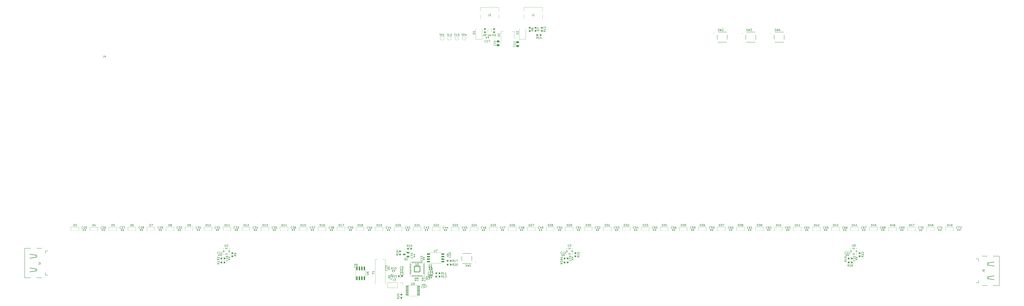
<source format=gbr>
%TF.GenerationSoftware,KiCad,Pcbnew,(6.0.5-0)*%
%TF.CreationDate,2022-06-15T01:26:12-05:00*%
%TF.ProjectId,skogaslider-main-pcb,736b6f67-6173-46c6-9964-65722d6d6169,rev?*%
%TF.SameCoordinates,Original*%
%TF.FileFunction,Legend,Top*%
%TF.FilePolarity,Positive*%
%FSLAX46Y46*%
G04 Gerber Fmt 4.6, Leading zero omitted, Abs format (unit mm)*
G04 Created by KiCad (PCBNEW (6.0.5-0)) date 2022-06-15 01:26:12*
%MOMM*%
%LPD*%
G01*
G04 APERTURE LIST*
G04 Aperture macros list*
%AMRoundRect*
0 Rectangle with rounded corners*
0 $1 Rounding radius*
0 $2 $3 $4 $5 $6 $7 $8 $9 X,Y pos of 4 corners*
0 Add a 4 corners polygon primitive as box body*
4,1,4,$2,$3,$4,$5,$6,$7,$8,$9,$2,$3,0*
0 Add four circle primitives for the rounded corners*
1,1,$1+$1,$2,$3*
1,1,$1+$1,$4,$5*
1,1,$1+$1,$6,$7*
1,1,$1+$1,$8,$9*
0 Add four rect primitives between the rounded corners*
20,1,$1+$1,$2,$3,$4,$5,0*
20,1,$1+$1,$4,$5,$6,$7,0*
20,1,$1+$1,$6,$7,$8,$9,0*
20,1,$1+$1,$8,$9,$2,$3,0*%
%AMFreePoly0*
4,1,14,0.354215,0.088284,0.450784,-0.008285,0.462500,-0.036569,0.462500,-0.060000,0.450784,-0.088284,0.422500,-0.100000,-0.422500,-0.100000,-0.450784,-0.088284,-0.462500,-0.060000,-0.462500,0.060000,-0.450784,0.088284,-0.422500,0.100000,0.325931,0.100000,0.354215,0.088284,0.354215,0.088284,$1*%
%AMFreePoly1*
4,1,14,0.450784,0.088284,0.462500,0.060000,0.462500,0.036569,0.450784,0.008285,0.354215,-0.088284,0.325931,-0.100000,-0.422500,-0.100000,-0.450784,-0.088284,-0.462500,-0.060000,-0.462500,0.060000,-0.450784,0.088284,-0.422500,0.100000,0.422500,0.100000,0.450784,0.088284,0.450784,0.088284,$1*%
%AMFreePoly2*
4,1,14,0.088284,0.450784,0.100000,0.422500,0.100000,-0.422500,0.088284,-0.450784,0.060000,-0.462500,-0.060000,-0.462500,-0.088284,-0.450784,-0.100000,-0.422500,-0.100000,0.325931,-0.088284,0.354215,0.008285,0.450784,0.036569,0.462500,0.060000,0.462500,0.088284,0.450784,0.088284,0.450784,$1*%
%AMFreePoly3*
4,1,14,-0.008285,0.450784,0.088284,0.354215,0.100000,0.325931,0.100000,-0.422500,0.088284,-0.450784,0.060000,-0.462500,-0.060000,-0.462500,-0.088284,-0.450784,-0.100000,-0.422500,-0.100000,0.422500,-0.088284,0.450784,-0.060000,0.462500,-0.036569,0.462500,-0.008285,0.450784,-0.008285,0.450784,$1*%
%AMFreePoly4*
4,1,14,0.450784,0.088284,0.462500,0.060000,0.462500,-0.060000,0.450784,-0.088284,0.422500,-0.100000,-0.325931,-0.100000,-0.354215,-0.088284,-0.450784,0.008285,-0.462500,0.036569,-0.462500,0.060000,-0.450784,0.088284,-0.422500,0.100000,0.422500,0.100000,0.450784,0.088284,0.450784,0.088284,$1*%
%AMFreePoly5*
4,1,14,0.450784,0.088284,0.462500,0.060000,0.462500,-0.060000,0.450784,-0.088284,0.422500,-0.100000,-0.422500,-0.100000,-0.450784,-0.088284,-0.462500,-0.060000,-0.462500,-0.036569,-0.450784,-0.008285,-0.354215,0.088284,-0.325931,0.100000,0.422500,0.100000,0.450784,0.088284,0.450784,0.088284,$1*%
%AMFreePoly6*
4,1,14,0.088284,0.450784,0.100000,0.422500,0.100000,-0.325931,0.088284,-0.354215,-0.008285,-0.450784,-0.036569,-0.462500,-0.060000,-0.462500,-0.088284,-0.450784,-0.100000,-0.422500,-0.100000,0.422500,-0.088284,0.450784,-0.060000,0.462500,0.060000,0.462500,0.088284,0.450784,0.088284,0.450784,$1*%
%AMFreePoly7*
4,1,14,0.088284,0.450784,0.100000,0.422500,0.100000,-0.422500,0.088284,-0.450784,0.060000,-0.462500,0.036569,-0.462500,0.008285,-0.450784,-0.088284,-0.354215,-0.100000,-0.325931,-0.100000,0.422500,-0.088284,0.450784,-0.060000,0.462500,0.060000,0.462500,0.088284,0.450784,0.088284,0.450784,$1*%
G04 Aperture macros list end*
%ADD10C,0.150000*%
%ADD11C,0.254000*%
%ADD12C,0.200000*%
%ADD13C,0.120000*%
%ADD14C,0.127000*%
%ADD15O,2.400000X0.300000*%
%ADD16O,3.300000X1.500000*%
%ADD17O,2.700000X1.500000*%
%ADD18R,0.500000X1.400000*%
%ADD19RoundRect,0.140000X-0.140000X-0.170000X0.140000X-0.170000X0.140000X0.170000X-0.140000X0.170000X0*%
%ADD20RoundRect,0.250000X0.475000X-0.250000X0.475000X0.250000X-0.475000X0.250000X-0.475000X-0.250000X0*%
%ADD21FreePoly0,90.000000*%
%ADD22RoundRect,0.050000X0.050000X-0.412500X0.050000X0.412500X-0.050000X0.412500X-0.050000X-0.412500X0*%
%ADD23FreePoly1,90.000000*%
%ADD24FreePoly2,90.000000*%
%ADD25RoundRect,0.050000X0.412500X-0.050000X0.412500X0.050000X-0.412500X0.050000X-0.412500X-0.050000X0*%
%ADD26FreePoly3,90.000000*%
%ADD27FreePoly4,90.000000*%
%ADD28FreePoly5,90.000000*%
%ADD29FreePoly6,90.000000*%
%ADD30FreePoly7,90.000000*%
%ADD31RoundRect,0.200000X0.200000X0.275000X-0.200000X0.275000X-0.200000X-0.275000X0.200000X-0.275000X0*%
%ADD32RoundRect,0.200000X-0.275000X0.200000X-0.275000X-0.200000X0.275000X-0.200000X0.275000X0.200000X0*%
%ADD33RoundRect,0.140000X-0.170000X0.140000X-0.170000X-0.140000X0.170000X-0.140000X0.170000X0.140000X0*%
%ADD34RoundRect,0.100000X-0.637500X-0.100000X0.637500X-0.100000X0.637500X0.100000X-0.637500X0.100000X0*%
%ADD35RoundRect,0.200000X-0.200000X-0.275000X0.200000X-0.275000X0.200000X0.275000X-0.200000X0.275000X0*%
%ADD36RoundRect,0.050000X-0.050000X0.387500X-0.050000X-0.387500X0.050000X-0.387500X0.050000X0.387500X0*%
%ADD37RoundRect,0.050000X-0.387500X0.050000X-0.387500X-0.050000X0.387500X-0.050000X0.387500X0.050000X0*%
%ADD38RoundRect,0.144000X-1.456000X1.456000X-1.456000X-1.456000X1.456000X-1.456000X1.456000X1.456000X0*%
%ADD39RoundRect,0.200000X0.275000X-0.200000X0.275000X0.200000X-0.275000X0.200000X-0.275000X-0.200000X0*%
%ADD40R,1.800000X2.500000*%
%ADD41RoundRect,0.150000X-0.650000X-0.150000X0.650000X-0.150000X0.650000X0.150000X-0.650000X0.150000X0*%
%ADD42C,1.500000*%
%ADD43R,2.100000X5.600000*%
%ADD44RoundRect,0.140000X0.140000X0.170000X-0.140000X0.170000X-0.140000X-0.170000X0.140000X-0.170000X0*%
%ADD45C,0.650000*%
%ADD46R,0.600000X1.450000*%
%ADD47R,0.300000X1.450000*%
%ADD48O,1.000000X2.100000*%
%ADD49O,1.000000X1.600000*%
%ADD50RoundRect,0.140000X0.170000X-0.140000X0.170000X0.140000X-0.170000X0.140000X-0.170000X-0.140000X0*%
%ADD51RoundRect,0.150000X0.587500X0.150000X-0.587500X0.150000X-0.587500X-0.150000X0.587500X-0.150000X0*%
%ADD52R,0.375000X0.500000*%
%ADD53R,0.300000X0.650000*%
%ADD54R,1.000000X0.750000*%
%ADD55RoundRect,0.135000X0.135000X0.185000X-0.135000X0.185000X-0.135000X-0.185000X0.135000X-0.185000X0*%
%ADD56R,1.700000X1.700000*%
%ADD57O,1.700000X1.700000*%
%ADD58RoundRect,0.150000X0.150000X-0.825000X0.150000X0.825000X-0.150000X0.825000X-0.150000X-0.825000X0*%
%ADD59R,1.500000X2.000000*%
%ADD60R,3.800000X2.000000*%
%ADD61C,0.400000*%
%ADD62C,0.600000*%
G04 APERTURE END LIST*
D10*
%TO.C,J5*%
X166171909Y-308166666D02*
X165457623Y-308166666D01*
X165314766Y-308119047D01*
X165219528Y-308023809D01*
X165171909Y-307880952D01*
X165171909Y-307785714D01*
X166171909Y-309119047D02*
X166171909Y-308642857D01*
X165695718Y-308595238D01*
X165743337Y-308642857D01*
X165790956Y-308738095D01*
X165790956Y-308976190D01*
X165743337Y-309071428D01*
X165695718Y-309119047D01*
X165600480Y-309166666D01*
X165362385Y-309166666D01*
X165267147Y-309119047D01*
X165219528Y-309071428D01*
X165171909Y-308976190D01*
X165171909Y-308738095D01*
X165219528Y-308642857D01*
X165267147Y-308595238D01*
%TO.C,D35*%
X491792067Y-289652380D02*
X491792067Y-288652380D01*
X492030162Y-288652380D01*
X492173019Y-288700000D01*
X492268257Y-288795238D01*
X492315876Y-288890476D01*
X492363495Y-289080952D01*
X492363495Y-289223809D01*
X492315876Y-289414285D01*
X492268257Y-289509523D01*
X492173019Y-289604761D01*
X492030162Y-289652380D01*
X491792067Y-289652380D01*
X492696829Y-288652380D02*
X493315876Y-288652380D01*
X492982543Y-289033333D01*
X493125400Y-289033333D01*
X493220638Y-289080952D01*
X493268257Y-289128571D01*
X493315876Y-289223809D01*
X493315876Y-289461904D01*
X493268257Y-289557142D01*
X493220638Y-289604761D01*
X493125400Y-289652380D01*
X492839686Y-289652380D01*
X492744448Y-289604761D01*
X492696829Y-289557142D01*
X494220638Y-288652380D02*
X493744448Y-288652380D01*
X493696829Y-289128571D01*
X493744448Y-289080952D01*
X493839686Y-289033333D01*
X494077781Y-289033333D01*
X494173019Y-289080952D01*
X494220638Y-289128571D01*
X494268257Y-289223809D01*
X494268257Y-289461904D01*
X494220638Y-289557142D01*
X494173019Y-289604761D01*
X494077781Y-289652380D01*
X493839686Y-289652380D01*
X493744448Y-289604761D01*
X493696829Y-289557142D01*
%TO.C,C25*%
X187713838Y-290817142D02*
X187666219Y-290864761D01*
X187523362Y-290912380D01*
X187428124Y-290912380D01*
X187285267Y-290864761D01*
X187190029Y-290769523D01*
X187142410Y-290674285D01*
X187094791Y-290483809D01*
X187094791Y-290340952D01*
X187142410Y-290150476D01*
X187190029Y-290055238D01*
X187285267Y-289960000D01*
X187428124Y-289912380D01*
X187523362Y-289912380D01*
X187666219Y-289960000D01*
X187713838Y-290007619D01*
X188094791Y-290007619D02*
X188142410Y-289960000D01*
X188237648Y-289912380D01*
X188475743Y-289912380D01*
X188570981Y-289960000D01*
X188618600Y-290007619D01*
X188666219Y-290102857D01*
X188666219Y-290198095D01*
X188618600Y-290340952D01*
X188047172Y-290912380D01*
X188666219Y-290912380D01*
X189570981Y-289912380D02*
X189094791Y-289912380D01*
X189047172Y-290388571D01*
X189094791Y-290340952D01*
X189190029Y-290293333D01*
X189428124Y-290293333D01*
X189523362Y-290340952D01*
X189570981Y-290388571D01*
X189618600Y-290483809D01*
X189618600Y-290721904D01*
X189570981Y-290817142D01*
X189523362Y-290864761D01*
X189428124Y-290912380D01*
X189190029Y-290912380D01*
X189094791Y-290864761D01*
X189047172Y-290817142D01*
%TO.C,C13*%
X407377142Y-197602857D02*
X407424761Y-197650476D01*
X407472380Y-197793333D01*
X407472380Y-197888571D01*
X407424761Y-198031428D01*
X407329523Y-198126666D01*
X407234285Y-198174285D01*
X407043809Y-198221904D01*
X406900952Y-198221904D01*
X406710476Y-198174285D01*
X406615238Y-198126666D01*
X406520000Y-198031428D01*
X406472380Y-197888571D01*
X406472380Y-197793333D01*
X406520000Y-197650476D01*
X406567619Y-197602857D01*
X407472380Y-196650476D02*
X407472380Y-197221904D01*
X407472380Y-196936190D02*
X406472380Y-196936190D01*
X406615238Y-197031428D01*
X406710476Y-197126666D01*
X406758095Y-197221904D01*
X406472380Y-196317142D02*
X406472380Y-195698095D01*
X406853333Y-196031428D01*
X406853333Y-195888571D01*
X406900952Y-195793333D01*
X406948571Y-195745714D01*
X407043809Y-195698095D01*
X407281904Y-195698095D01*
X407377142Y-195745714D01*
X407424761Y-195793333D01*
X407472380Y-195888571D01*
X407472380Y-196174285D01*
X407424761Y-196269523D01*
X407377142Y-196317142D01*
%TO.C,U2*%
X259825479Y-299052380D02*
X259825479Y-299861904D01*
X259873098Y-299957142D01*
X259920717Y-300004761D01*
X260015955Y-300052380D01*
X260206431Y-300052380D01*
X260301669Y-300004761D01*
X260349288Y-299957142D01*
X260396907Y-299861904D01*
X260396907Y-299052380D01*
X260825479Y-299147619D02*
X260873098Y-299100000D01*
X260968336Y-299052380D01*
X261206431Y-299052380D01*
X261301669Y-299100000D01*
X261349288Y-299147619D01*
X261396907Y-299242857D01*
X261396907Y-299338095D01*
X261349288Y-299480952D01*
X260777860Y-300052380D01*
X261396907Y-300052380D01*
%TO.C,C37*%
X303713830Y-290817142D02*
X303666211Y-290864761D01*
X303523354Y-290912380D01*
X303428116Y-290912380D01*
X303285259Y-290864761D01*
X303190021Y-290769523D01*
X303142402Y-290674285D01*
X303094783Y-290483809D01*
X303094783Y-290340952D01*
X303142402Y-290150476D01*
X303190021Y-290055238D01*
X303285259Y-289960000D01*
X303428116Y-289912380D01*
X303523354Y-289912380D01*
X303666211Y-289960000D01*
X303713830Y-290007619D01*
X304047164Y-289912380D02*
X304666211Y-289912380D01*
X304332878Y-290293333D01*
X304475735Y-290293333D01*
X304570973Y-290340952D01*
X304618592Y-290388571D01*
X304666211Y-290483809D01*
X304666211Y-290721904D01*
X304618592Y-290817142D01*
X304570973Y-290864761D01*
X304475735Y-290912380D01*
X304190021Y-290912380D01*
X304094783Y-290864761D01*
X304047164Y-290817142D01*
X304999545Y-289912380D02*
X305666211Y-289912380D01*
X305237640Y-290912380D01*
%TO.C,R11*%
X370521897Y-314202380D02*
X370188564Y-313726190D01*
X369950469Y-314202380D02*
X369950469Y-313202380D01*
X370331421Y-313202380D01*
X370426659Y-313250000D01*
X370474278Y-313297619D01*
X370521897Y-313392857D01*
X370521897Y-313535714D01*
X370474278Y-313630952D01*
X370426659Y-313678571D01*
X370331421Y-313726190D01*
X369950469Y-313726190D01*
X371474278Y-314202380D02*
X370902850Y-314202380D01*
X371188564Y-314202380D02*
X371188564Y-313202380D01*
X371093326Y-313345238D01*
X370998088Y-313440476D01*
X370902850Y-313488095D01*
X372426659Y-314202380D02*
X371855231Y-314202380D01*
X372140945Y-314202380D02*
X372140945Y-313202380D01*
X372045707Y-313345238D01*
X371950469Y-313440476D01*
X371855231Y-313488095D01*
%TO.C,D20*%
X346792077Y-289652380D02*
X346792077Y-288652380D01*
X347030172Y-288652380D01*
X347173029Y-288700000D01*
X347268267Y-288795238D01*
X347315886Y-288890476D01*
X347363505Y-289080952D01*
X347363505Y-289223809D01*
X347315886Y-289414285D01*
X347268267Y-289509523D01*
X347173029Y-289604761D01*
X347030172Y-289652380D01*
X346792077Y-289652380D01*
X347744458Y-288747619D02*
X347792077Y-288700000D01*
X347887315Y-288652380D01*
X348125410Y-288652380D01*
X348220648Y-288700000D01*
X348268267Y-288747619D01*
X348315886Y-288842857D01*
X348315886Y-288938095D01*
X348268267Y-289080952D01*
X347696839Y-289652380D01*
X348315886Y-289652380D01*
X348934934Y-288652380D02*
X349030172Y-288652380D01*
X349125410Y-288700000D01*
X349173029Y-288747619D01*
X349220648Y-288842857D01*
X349268267Y-289033333D01*
X349268267Y-289271428D01*
X349220648Y-289461904D01*
X349173029Y-289557142D01*
X349125410Y-289604761D01*
X349030172Y-289652380D01*
X348934934Y-289652380D01*
X348839696Y-289604761D01*
X348792077Y-289557142D01*
X348744458Y-289461904D01*
X348696839Y-289271428D01*
X348696839Y-289033333D01*
X348744458Y-288842857D01*
X348792077Y-288747619D01*
X348839696Y-288700000D01*
X348934934Y-288652380D01*
%TO.C,D12*%
X269458749Y-289652380D02*
X269458749Y-288652380D01*
X269696844Y-288652380D01*
X269839701Y-288700000D01*
X269934939Y-288795238D01*
X269982558Y-288890476D01*
X270030177Y-289080952D01*
X270030177Y-289223809D01*
X269982558Y-289414285D01*
X269934939Y-289509523D01*
X269839701Y-289604761D01*
X269696844Y-289652380D01*
X269458749Y-289652380D01*
X270982558Y-289652380D02*
X270411130Y-289652380D01*
X270696844Y-289652380D02*
X270696844Y-288652380D01*
X270601606Y-288795238D01*
X270506368Y-288890476D01*
X270411130Y-288938095D01*
X271363511Y-288747619D02*
X271411130Y-288700000D01*
X271506368Y-288652380D01*
X271744463Y-288652380D01*
X271839701Y-288700000D01*
X271887320Y-288747619D01*
X271934939Y-288842857D01*
X271934939Y-288938095D01*
X271887320Y-289080952D01*
X271315892Y-289652380D01*
X271934939Y-289652380D01*
%TO.C,C43*%
X361713826Y-290817142D02*
X361666207Y-290864761D01*
X361523350Y-290912380D01*
X361428112Y-290912380D01*
X361285255Y-290864761D01*
X361190017Y-290769523D01*
X361142398Y-290674285D01*
X361094779Y-290483809D01*
X361094779Y-290340952D01*
X361142398Y-290150476D01*
X361190017Y-290055238D01*
X361285255Y-289960000D01*
X361428112Y-289912380D01*
X361523350Y-289912380D01*
X361666207Y-289960000D01*
X361713826Y-290007619D01*
X362570969Y-290245714D02*
X362570969Y-290912380D01*
X362332874Y-289864761D02*
X362094779Y-290579047D01*
X362713826Y-290579047D01*
X362999541Y-289912380D02*
X363618588Y-289912380D01*
X363285255Y-290293333D01*
X363428112Y-290293333D01*
X363523350Y-290340952D01*
X363570969Y-290388571D01*
X363618588Y-290483809D01*
X363618588Y-290721904D01*
X363570969Y-290817142D01*
X363523350Y-290864761D01*
X363428112Y-290912380D01*
X363142398Y-290912380D01*
X363047160Y-290864761D01*
X362999541Y-290817142D01*
%TO.C,R24*%
X348430004Y-325982857D02*
X347953814Y-326316190D01*
X348430004Y-326554285D02*
X347430004Y-326554285D01*
X347430004Y-326173333D01*
X347477624Y-326078095D01*
X347525243Y-326030476D01*
X347620481Y-325982857D01*
X347763338Y-325982857D01*
X347858576Y-326030476D01*
X347906195Y-326078095D01*
X347953814Y-326173333D01*
X347953814Y-326554285D01*
X347525243Y-325601904D02*
X347477624Y-325554285D01*
X347430004Y-325459047D01*
X347430004Y-325220952D01*
X347477624Y-325125714D01*
X347525243Y-325078095D01*
X347620481Y-325030476D01*
X347715719Y-325030476D01*
X347858576Y-325078095D01*
X348430004Y-325649523D01*
X348430004Y-325030476D01*
X347763338Y-324173333D02*
X348430004Y-324173333D01*
X347382385Y-324411428D02*
X348096671Y-324649523D01*
X348096671Y-324030476D01*
%TO.C,C34*%
X274713832Y-290817142D02*
X274666213Y-290864761D01*
X274523356Y-290912380D01*
X274428118Y-290912380D01*
X274285261Y-290864761D01*
X274190023Y-290769523D01*
X274142404Y-290674285D01*
X274094785Y-290483809D01*
X274094785Y-290340952D01*
X274142404Y-290150476D01*
X274190023Y-290055238D01*
X274285261Y-289960000D01*
X274428118Y-289912380D01*
X274523356Y-289912380D01*
X274666213Y-289960000D01*
X274713832Y-290007619D01*
X275047166Y-289912380D02*
X275666213Y-289912380D01*
X275332880Y-290293333D01*
X275475737Y-290293333D01*
X275570975Y-290340952D01*
X275618594Y-290388571D01*
X275666213Y-290483809D01*
X275666213Y-290721904D01*
X275618594Y-290817142D01*
X275570975Y-290864761D01*
X275475737Y-290912380D01*
X275190023Y-290912380D01*
X275094785Y-290864761D01*
X275047166Y-290817142D01*
X276523356Y-290245714D02*
X276523356Y-290912380D01*
X276285261Y-289864761D02*
X276047166Y-290579047D01*
X276666213Y-290579047D01*
%TO.C,C7*%
X361784766Y-316871666D02*
X361832385Y-316919285D01*
X361880004Y-317062142D01*
X361880004Y-317157380D01*
X361832385Y-317300238D01*
X361737147Y-317395476D01*
X361641909Y-317443095D01*
X361451433Y-317490714D01*
X361308576Y-317490714D01*
X361118100Y-317443095D01*
X361022862Y-317395476D01*
X360927624Y-317300238D01*
X360880004Y-317157380D01*
X360880004Y-317062142D01*
X360927624Y-316919285D01*
X360975243Y-316871666D01*
X360880004Y-316538333D02*
X360880004Y-315871666D01*
X361880004Y-316300238D01*
%TO.C,U9*%
X354665719Y-318512380D02*
X354665719Y-319321904D01*
X354713338Y-319417142D01*
X354760957Y-319464761D01*
X354856195Y-319512380D01*
X355046671Y-319512380D01*
X355141909Y-319464761D01*
X355189528Y-319417142D01*
X355237147Y-319321904D01*
X355237147Y-318512380D01*
X355760957Y-319512380D02*
X355951433Y-319512380D01*
X356046671Y-319464761D01*
X356094290Y-319417142D01*
X356189528Y-319274285D01*
X356237147Y-319083809D01*
X356237147Y-318702857D01*
X356189528Y-318607619D01*
X356141909Y-318560000D01*
X356046671Y-318512380D01*
X355856195Y-318512380D01*
X355760957Y-318560000D01*
X355713338Y-318607619D01*
X355665719Y-318702857D01*
X355665719Y-318940952D01*
X355713338Y-319036190D01*
X355760957Y-319083809D01*
X355856195Y-319131428D01*
X356046671Y-319131428D01*
X356141909Y-319083809D01*
X356189528Y-319036190D01*
X356237147Y-318940952D01*
%TO.C,C52*%
X448713820Y-290817142D02*
X448666201Y-290864761D01*
X448523344Y-290912380D01*
X448428106Y-290912380D01*
X448285249Y-290864761D01*
X448190011Y-290769523D01*
X448142392Y-290674285D01*
X448094773Y-290483809D01*
X448094773Y-290340952D01*
X448142392Y-290150476D01*
X448190011Y-290055238D01*
X448285249Y-289960000D01*
X448428106Y-289912380D01*
X448523344Y-289912380D01*
X448666201Y-289960000D01*
X448713820Y-290007619D01*
X449618582Y-289912380D02*
X449142392Y-289912380D01*
X449094773Y-290388571D01*
X449142392Y-290340952D01*
X449237630Y-290293333D01*
X449475725Y-290293333D01*
X449570963Y-290340952D01*
X449618582Y-290388571D01*
X449666201Y-290483809D01*
X449666201Y-290721904D01*
X449618582Y-290817142D01*
X449570963Y-290864761D01*
X449475725Y-290912380D01*
X449237630Y-290912380D01*
X449142392Y-290864761D01*
X449094773Y-290817142D01*
X450047154Y-290007619D02*
X450094773Y-289960000D01*
X450190011Y-289912380D01*
X450428106Y-289912380D01*
X450523344Y-289960000D01*
X450570963Y-290007619D01*
X450618582Y-290102857D01*
X450618582Y-290198095D01*
X450570963Y-290340952D01*
X449999535Y-290912380D01*
X450618582Y-290912380D01*
%TO.C,R2*%
X257024764Y-306356666D02*
X256548574Y-306690000D01*
X257024764Y-306928095D02*
X256024764Y-306928095D01*
X256024764Y-306547142D01*
X256072384Y-306451904D01*
X256120003Y-306404285D01*
X256215241Y-306356666D01*
X256358098Y-306356666D01*
X256453336Y-306404285D01*
X256500955Y-306451904D01*
X256548574Y-306547142D01*
X256548574Y-306928095D01*
X256120003Y-305975714D02*
X256072384Y-305928095D01*
X256024764Y-305832857D01*
X256024764Y-305594761D01*
X256072384Y-305499523D01*
X256120003Y-305451904D01*
X256215241Y-305404285D01*
X256310479Y-305404285D01*
X256453336Y-305451904D01*
X257024764Y-306023333D01*
X257024764Y-305404285D01*
%TO.C,U5*%
X356855719Y-308792380D02*
X356855719Y-309601904D01*
X356903338Y-309697142D01*
X356950957Y-309744761D01*
X357046195Y-309792380D01*
X357236671Y-309792380D01*
X357331909Y-309744761D01*
X357379528Y-309697142D01*
X357427147Y-309601904D01*
X357427147Y-308792380D01*
X358379528Y-308792380D02*
X357903338Y-308792380D01*
X357855719Y-309268571D01*
X357903338Y-309220952D01*
X357998576Y-309173333D01*
X358236671Y-309173333D01*
X358331909Y-309220952D01*
X358379528Y-309268571D01*
X358427147Y-309363809D01*
X358427147Y-309601904D01*
X358379528Y-309697142D01*
X358331909Y-309744761D01*
X358236671Y-309792380D01*
X357998576Y-309792380D01*
X357903338Y-309744761D01*
X357855719Y-309697142D01*
%TO.C,D33*%
X472458735Y-289652380D02*
X472458735Y-288652380D01*
X472696830Y-288652380D01*
X472839687Y-288700000D01*
X472934925Y-288795238D01*
X472982544Y-288890476D01*
X473030163Y-289080952D01*
X473030163Y-289223809D01*
X472982544Y-289414285D01*
X472934925Y-289509523D01*
X472839687Y-289604761D01*
X472696830Y-289652380D01*
X472458735Y-289652380D01*
X473363497Y-288652380D02*
X473982544Y-288652380D01*
X473649211Y-289033333D01*
X473792068Y-289033333D01*
X473887306Y-289080952D01*
X473934925Y-289128571D01*
X473982544Y-289223809D01*
X473982544Y-289461904D01*
X473934925Y-289557142D01*
X473887306Y-289604761D01*
X473792068Y-289652380D01*
X473506354Y-289652380D01*
X473411116Y-289604761D01*
X473363497Y-289557142D01*
X474315878Y-288652380D02*
X474934925Y-288652380D01*
X474601592Y-289033333D01*
X474744449Y-289033333D01*
X474839687Y-289080952D01*
X474887306Y-289128571D01*
X474934925Y-289223809D01*
X474934925Y-289461904D01*
X474887306Y-289557142D01*
X474839687Y-289604761D01*
X474744449Y-289652380D01*
X474458735Y-289652380D01*
X474363497Y-289604761D01*
X474315878Y-289557142D01*
%TO.C,R9*%
X265619764Y-304266666D02*
X265143574Y-304600000D01*
X265619764Y-304838095D02*
X264619764Y-304838095D01*
X264619764Y-304457142D01*
X264667384Y-304361904D01*
X264715003Y-304314285D01*
X264810241Y-304266666D01*
X264953098Y-304266666D01*
X265048336Y-304314285D01*
X265095955Y-304361904D01*
X265143574Y-304457142D01*
X265143574Y-304838095D01*
X265619764Y-303790476D02*
X265619764Y-303600000D01*
X265572145Y-303504761D01*
X265524526Y-303457142D01*
X265381669Y-303361904D01*
X265191193Y-303314285D01*
X264810241Y-303314285D01*
X264715003Y-303361904D01*
X264667384Y-303409523D01*
X264619764Y-303504761D01*
X264619764Y-303695238D01*
X264667384Y-303790476D01*
X264715003Y-303838095D01*
X264810241Y-303885714D01*
X265048336Y-303885714D01*
X265143574Y-303838095D01*
X265191193Y-303790476D01*
X265238812Y-303695238D01*
X265238812Y-303504761D01*
X265191193Y-303409523D01*
X265143574Y-303361904D01*
X265048336Y-303314285D01*
%TO.C,R3*%
X431530004Y-308361666D02*
X431053814Y-308695000D01*
X431530004Y-308933095D02*
X430530004Y-308933095D01*
X430530004Y-308552142D01*
X430577624Y-308456904D01*
X430625243Y-308409285D01*
X430720481Y-308361666D01*
X430863338Y-308361666D01*
X430958576Y-308409285D01*
X431006195Y-308456904D01*
X431053814Y-308552142D01*
X431053814Y-308933095D01*
X430530004Y-308028333D02*
X430530004Y-307409285D01*
X430910957Y-307742619D01*
X430910957Y-307599761D01*
X430958576Y-307504523D01*
X431006195Y-307456904D01*
X431101433Y-307409285D01*
X431339528Y-307409285D01*
X431434766Y-307456904D01*
X431482385Y-307504523D01*
X431530004Y-307599761D01*
X431530004Y-307885476D01*
X431482385Y-307980714D01*
X431434766Y-308028333D01*
%TO.C,C65*%
X564713812Y-290817142D02*
X564666193Y-290864761D01*
X564523336Y-290912380D01*
X564428098Y-290912380D01*
X564285241Y-290864761D01*
X564190003Y-290769523D01*
X564142384Y-290674285D01*
X564094765Y-290483809D01*
X564094765Y-290340952D01*
X564142384Y-290150476D01*
X564190003Y-290055238D01*
X564285241Y-289960000D01*
X564428098Y-289912380D01*
X564523336Y-289912380D01*
X564666193Y-289960000D01*
X564713812Y-290007619D01*
X565570955Y-289912380D02*
X565380479Y-289912380D01*
X565285241Y-289960000D01*
X565237622Y-290007619D01*
X565142384Y-290150476D01*
X565094765Y-290340952D01*
X565094765Y-290721904D01*
X565142384Y-290817142D01*
X565190003Y-290864761D01*
X565285241Y-290912380D01*
X565475717Y-290912380D01*
X565570955Y-290864761D01*
X565618574Y-290817142D01*
X565666193Y-290721904D01*
X565666193Y-290483809D01*
X565618574Y-290388571D01*
X565570955Y-290340952D01*
X565475717Y-290293333D01*
X565285241Y-290293333D01*
X565190003Y-290340952D01*
X565142384Y-290388571D01*
X565094765Y-290483809D01*
X566570955Y-289912380D02*
X566094765Y-289912380D01*
X566047146Y-290388571D01*
X566094765Y-290340952D01*
X566190003Y-290293333D01*
X566428098Y-290293333D01*
X566523336Y-290340952D01*
X566570955Y-290388571D01*
X566618574Y-290483809D01*
X566618574Y-290721904D01*
X566570955Y-290817142D01*
X566523336Y-290864761D01*
X566428098Y-290912380D01*
X566190003Y-290912380D01*
X566094765Y-290864761D01*
X566047146Y-290817142D01*
%TO.C,D19*%
X337125411Y-289652380D02*
X337125411Y-288652380D01*
X337363506Y-288652380D01*
X337506363Y-288700000D01*
X337601601Y-288795238D01*
X337649220Y-288890476D01*
X337696839Y-289080952D01*
X337696839Y-289223809D01*
X337649220Y-289414285D01*
X337601601Y-289509523D01*
X337506363Y-289604761D01*
X337363506Y-289652380D01*
X337125411Y-289652380D01*
X338649220Y-289652380D02*
X338077792Y-289652380D01*
X338363506Y-289652380D02*
X338363506Y-288652380D01*
X338268268Y-288795238D01*
X338173030Y-288890476D01*
X338077792Y-288938095D01*
X339125411Y-289652380D02*
X339315887Y-289652380D01*
X339411125Y-289604761D01*
X339458744Y-289557142D01*
X339553982Y-289414285D01*
X339601601Y-289223809D01*
X339601601Y-288842857D01*
X339553982Y-288747619D01*
X339506363Y-288700000D01*
X339411125Y-288652380D01*
X339220649Y-288652380D01*
X339125411Y-288700000D01*
X339077792Y-288747619D01*
X339030173Y-288842857D01*
X339030173Y-289080952D01*
X339077792Y-289176190D01*
X339125411Y-289223809D01*
X339220649Y-289271428D01*
X339411125Y-289271428D01*
X339506363Y-289223809D01*
X339553982Y-289176190D01*
X339601601Y-289080952D01*
%TO.C,R10*%
X440060004Y-304917857D02*
X439583814Y-305251190D01*
X440060004Y-305489285D02*
X439060004Y-305489285D01*
X439060004Y-305108333D01*
X439107624Y-305013095D01*
X439155243Y-304965476D01*
X439250481Y-304917857D01*
X439393338Y-304917857D01*
X439488576Y-304965476D01*
X439536195Y-305013095D01*
X439583814Y-305108333D01*
X439583814Y-305489285D01*
X440060004Y-303965476D02*
X440060004Y-304536904D01*
X440060004Y-304251190D02*
X439060004Y-304251190D01*
X439202862Y-304346428D01*
X439298100Y-304441666D01*
X439345719Y-304536904D01*
X439060004Y-303346428D02*
X439060004Y-303251190D01*
X439107624Y-303155952D01*
X439155243Y-303108333D01*
X439250481Y-303060714D01*
X439440957Y-303013095D01*
X439679052Y-303013095D01*
X439869528Y-303060714D01*
X439964766Y-303108333D01*
X440012385Y-303155952D01*
X440060004Y-303251190D01*
X440060004Y-303346428D01*
X440012385Y-303441666D01*
X439964766Y-303489285D01*
X439869528Y-303536904D01*
X439679052Y-303584523D01*
X439440957Y-303584523D01*
X439250481Y-303536904D01*
X439155243Y-303489285D01*
X439107624Y-303441666D01*
X439060004Y-303346428D01*
%TO.C,D48*%
X617458725Y-289652380D02*
X617458725Y-288652380D01*
X617696820Y-288652380D01*
X617839677Y-288700000D01*
X617934915Y-288795238D01*
X617982534Y-288890476D01*
X618030153Y-289080952D01*
X618030153Y-289223809D01*
X617982534Y-289414285D01*
X617934915Y-289509523D01*
X617839677Y-289604761D01*
X617696820Y-289652380D01*
X617458725Y-289652380D01*
X618887296Y-288985714D02*
X618887296Y-289652380D01*
X618649201Y-288604761D02*
X618411106Y-289319047D01*
X619030153Y-289319047D01*
X619553963Y-289080952D02*
X619458725Y-289033333D01*
X619411106Y-288985714D01*
X619363487Y-288890476D01*
X619363487Y-288842857D01*
X619411106Y-288747619D01*
X619458725Y-288700000D01*
X619553963Y-288652380D01*
X619744439Y-288652380D01*
X619839677Y-288700000D01*
X619887296Y-288747619D01*
X619934915Y-288842857D01*
X619934915Y-288890476D01*
X619887296Y-288985714D01*
X619839677Y-289033333D01*
X619744439Y-289080952D01*
X619553963Y-289080952D01*
X619458725Y-289128571D01*
X619411106Y-289176190D01*
X619363487Y-289271428D01*
X619363487Y-289461904D01*
X619411106Y-289557142D01*
X619458725Y-289604761D01*
X619553963Y-289652380D01*
X619744439Y-289652380D01*
X619839677Y-289604761D01*
X619887296Y-289557142D01*
X619934915Y-289461904D01*
X619934915Y-289271428D01*
X619887296Y-289176190D01*
X619839677Y-289128571D01*
X619744439Y-289080952D01*
%TO.C,D9*%
X240934941Y-289652380D02*
X240934941Y-288652380D01*
X241173037Y-288652380D01*
X241315894Y-288700000D01*
X241411132Y-288795238D01*
X241458751Y-288890476D01*
X241506370Y-289080952D01*
X241506370Y-289223809D01*
X241458751Y-289414285D01*
X241411132Y-289509523D01*
X241315894Y-289604761D01*
X241173037Y-289652380D01*
X240934941Y-289652380D01*
X241982560Y-289652380D02*
X242173037Y-289652380D01*
X242268275Y-289604761D01*
X242315894Y-289557142D01*
X242411132Y-289414285D01*
X242458751Y-289223809D01*
X242458751Y-288842857D01*
X242411132Y-288747619D01*
X242363513Y-288700000D01*
X242268275Y-288652380D01*
X242077798Y-288652380D01*
X241982560Y-288700000D01*
X241934941Y-288747619D01*
X241887322Y-288842857D01*
X241887322Y-289080952D01*
X241934941Y-289176190D01*
X241982560Y-289223809D01*
X242077798Y-289271428D01*
X242268275Y-289271428D01*
X242363513Y-289223809D01*
X242411132Y-289176190D01*
X242458751Y-289080952D01*
%TO.C,D2*%
X409070004Y-191826897D02*
X408070004Y-191826897D01*
X408070004Y-191588802D01*
X408117624Y-191445944D01*
X408212862Y-191350706D01*
X408308100Y-191303087D01*
X408498576Y-191255468D01*
X408641433Y-191255468D01*
X408831909Y-191303087D01*
X408927147Y-191350706D01*
X409022385Y-191445944D01*
X409070004Y-191588802D01*
X409070004Y-191826897D01*
X408165243Y-190874516D02*
X408117624Y-190826897D01*
X408070004Y-190731659D01*
X408070004Y-190493563D01*
X408117624Y-190398325D01*
X408165243Y-190350706D01*
X408260481Y-190303087D01*
X408355719Y-190303087D01*
X408498576Y-190350706D01*
X409070004Y-190922135D01*
X409070004Y-190303087D01*
%TO.C,U7*%
X366245719Y-301717380D02*
X366245719Y-302526904D01*
X366293338Y-302622142D01*
X366340957Y-302669761D01*
X366436195Y-302717380D01*
X366626671Y-302717380D01*
X366721909Y-302669761D01*
X366769528Y-302622142D01*
X366817147Y-302526904D01*
X366817147Y-301717380D01*
X367198100Y-301717380D02*
X367864766Y-301717380D01*
X367436195Y-302717380D01*
%TO.C,C55*%
X477713818Y-290817142D02*
X477666199Y-290864761D01*
X477523342Y-290912380D01*
X477428104Y-290912380D01*
X477285247Y-290864761D01*
X477190009Y-290769523D01*
X477142390Y-290674285D01*
X477094771Y-290483809D01*
X477094771Y-290340952D01*
X477142390Y-290150476D01*
X477190009Y-290055238D01*
X477285247Y-289960000D01*
X477428104Y-289912380D01*
X477523342Y-289912380D01*
X477666199Y-289960000D01*
X477713818Y-290007619D01*
X478618580Y-289912380D02*
X478142390Y-289912380D01*
X478094771Y-290388571D01*
X478142390Y-290340952D01*
X478237628Y-290293333D01*
X478475723Y-290293333D01*
X478570961Y-290340952D01*
X478618580Y-290388571D01*
X478666199Y-290483809D01*
X478666199Y-290721904D01*
X478618580Y-290817142D01*
X478570961Y-290864761D01*
X478475723Y-290912380D01*
X478237628Y-290912380D01*
X478142390Y-290864761D01*
X478094771Y-290817142D01*
X479570961Y-289912380D02*
X479094771Y-289912380D01*
X479047152Y-290388571D01*
X479094771Y-290340952D01*
X479190009Y-290293333D01*
X479428104Y-290293333D01*
X479523342Y-290340952D01*
X479570961Y-290388571D01*
X479618580Y-290483809D01*
X479618580Y-290721904D01*
X479570961Y-290817142D01*
X479523342Y-290864761D01*
X479428104Y-290912380D01*
X479190009Y-290912380D01*
X479094771Y-290864761D01*
X479047152Y-290817142D01*
%TO.C,D28*%
X424125405Y-289652380D02*
X424125405Y-288652380D01*
X424363500Y-288652380D01*
X424506357Y-288700000D01*
X424601595Y-288795238D01*
X424649214Y-288890476D01*
X424696833Y-289080952D01*
X424696833Y-289223809D01*
X424649214Y-289414285D01*
X424601595Y-289509523D01*
X424506357Y-289604761D01*
X424363500Y-289652380D01*
X424125405Y-289652380D01*
X425077786Y-288747619D02*
X425125405Y-288700000D01*
X425220643Y-288652380D01*
X425458738Y-288652380D01*
X425553976Y-288700000D01*
X425601595Y-288747619D01*
X425649214Y-288842857D01*
X425649214Y-288938095D01*
X425601595Y-289080952D01*
X425030167Y-289652380D01*
X425649214Y-289652380D01*
X426220643Y-289080952D02*
X426125405Y-289033333D01*
X426077786Y-288985714D01*
X426030167Y-288890476D01*
X426030167Y-288842857D01*
X426077786Y-288747619D01*
X426125405Y-288700000D01*
X426220643Y-288652380D01*
X426411119Y-288652380D01*
X426506357Y-288700000D01*
X426553976Y-288747619D01*
X426601595Y-288842857D01*
X426601595Y-288890476D01*
X426553976Y-288985714D01*
X426506357Y-289033333D01*
X426411119Y-289080952D01*
X426220643Y-289080952D01*
X426125405Y-289128571D01*
X426077786Y-289176190D01*
X426030167Y-289271428D01*
X426030167Y-289461904D01*
X426077786Y-289557142D01*
X426125405Y-289604761D01*
X426220643Y-289652380D01*
X426411119Y-289652380D01*
X426506357Y-289604761D01*
X426553976Y-289557142D01*
X426601595Y-289461904D01*
X426601595Y-289271428D01*
X426553976Y-289176190D01*
X426506357Y-289128571D01*
X426411119Y-289080952D01*
%TO.C,D46*%
X598125393Y-289652380D02*
X598125393Y-288652380D01*
X598363488Y-288652380D01*
X598506345Y-288700000D01*
X598601583Y-288795238D01*
X598649202Y-288890476D01*
X598696821Y-289080952D01*
X598696821Y-289223809D01*
X598649202Y-289414285D01*
X598601583Y-289509523D01*
X598506345Y-289604761D01*
X598363488Y-289652380D01*
X598125393Y-289652380D01*
X599553964Y-288985714D02*
X599553964Y-289652380D01*
X599315869Y-288604761D02*
X599077774Y-289319047D01*
X599696821Y-289319047D01*
X600506345Y-288652380D02*
X600315869Y-288652380D01*
X600220631Y-288700000D01*
X600173012Y-288747619D01*
X600077774Y-288890476D01*
X600030155Y-289080952D01*
X600030155Y-289461904D01*
X600077774Y-289557142D01*
X600125393Y-289604761D01*
X600220631Y-289652380D01*
X600411107Y-289652380D01*
X600506345Y-289604761D01*
X600553964Y-289557142D01*
X600601583Y-289461904D01*
X600601583Y-289223809D01*
X600553964Y-289128571D01*
X600506345Y-289080952D01*
X600411107Y-289033333D01*
X600220631Y-289033333D01*
X600125393Y-289080952D01*
X600077774Y-289128571D01*
X600030155Y-289223809D01*
%TO.C,TP4*%
X380254762Y-191764380D02*
X380826190Y-191764380D01*
X380540476Y-192764380D02*
X380540476Y-191764380D01*
X381159524Y-192764380D02*
X381159524Y-191764380D01*
X381540476Y-191764380D01*
X381635714Y-191812000D01*
X381683333Y-191859619D01*
X381730952Y-191954857D01*
X381730952Y-192097714D01*
X381683333Y-192192952D01*
X381635714Y-192240571D01*
X381540476Y-192288190D01*
X381159524Y-192288190D01*
X382588095Y-192097714D02*
X382588095Y-192764380D01*
X382350000Y-191716761D02*
X382111905Y-192431047D01*
X382730952Y-192431047D01*
%TO.C,R19*%
X575915004Y-307122857D02*
X575438814Y-307456190D01*
X575915004Y-307694285D02*
X574915004Y-307694285D01*
X574915004Y-307313333D01*
X574962624Y-307218095D01*
X575010243Y-307170476D01*
X575105481Y-307122857D01*
X575248338Y-307122857D01*
X575343576Y-307170476D01*
X575391195Y-307218095D01*
X575438814Y-307313333D01*
X575438814Y-307694285D01*
X575915004Y-306170476D02*
X575915004Y-306741904D01*
X575915004Y-306456190D02*
X574915004Y-306456190D01*
X575057862Y-306551428D01*
X575153100Y-306646666D01*
X575200719Y-306741904D01*
X575915004Y-305694285D02*
X575915004Y-305503809D01*
X575867385Y-305408571D01*
X575819766Y-305360952D01*
X575676909Y-305265714D01*
X575486433Y-305218095D01*
X575105481Y-305218095D01*
X575010243Y-305265714D01*
X574962624Y-305313333D01*
X574915004Y-305408571D01*
X574915004Y-305599047D01*
X574962624Y-305694285D01*
X575010243Y-305741904D01*
X575105481Y-305789523D01*
X575343576Y-305789523D01*
X575438814Y-305741904D01*
X575486433Y-305694285D01*
X575534052Y-305599047D01*
X575534052Y-305408571D01*
X575486433Y-305313333D01*
X575438814Y-305265714D01*
X575343576Y-305218095D01*
%TO.C,D10*%
X250125417Y-289652380D02*
X250125417Y-288652380D01*
X250363512Y-288652380D01*
X250506369Y-288700000D01*
X250601607Y-288795238D01*
X250649226Y-288890476D01*
X250696845Y-289080952D01*
X250696845Y-289223809D01*
X250649226Y-289414285D01*
X250601607Y-289509523D01*
X250506369Y-289604761D01*
X250363512Y-289652380D01*
X250125417Y-289652380D01*
X251649226Y-289652380D02*
X251077798Y-289652380D01*
X251363512Y-289652380D02*
X251363512Y-288652380D01*
X251268274Y-288795238D01*
X251173036Y-288890476D01*
X251077798Y-288938095D01*
X252268274Y-288652380D02*
X252363512Y-288652380D01*
X252458750Y-288700000D01*
X252506369Y-288747619D01*
X252553988Y-288842857D01*
X252601607Y-289033333D01*
X252601607Y-289271428D01*
X252553988Y-289461904D01*
X252506369Y-289557142D01*
X252458750Y-289604761D01*
X252363512Y-289652380D01*
X252268274Y-289652380D01*
X252173036Y-289604761D01*
X252125417Y-289557142D01*
X252077798Y-289461904D01*
X252030179Y-289271428D01*
X252030179Y-289033333D01*
X252077798Y-288842857D01*
X252125417Y-288747619D01*
X252173036Y-288700000D01*
X252268274Y-288652380D01*
%TO.C,U3*%
X434305719Y-299007380D02*
X434305719Y-299816904D01*
X434353338Y-299912142D01*
X434400957Y-299959761D01*
X434496195Y-300007380D01*
X434686671Y-300007380D01*
X434781909Y-299959761D01*
X434829528Y-299912142D01*
X434877147Y-299816904D01*
X434877147Y-299007380D01*
X435258100Y-299007380D02*
X435877147Y-299007380D01*
X435543814Y-299388333D01*
X435686671Y-299388333D01*
X435781909Y-299435952D01*
X435829528Y-299483571D01*
X435877147Y-299578809D01*
X435877147Y-299816904D01*
X435829528Y-299912142D01*
X435781909Y-299959761D01*
X435686671Y-300007380D01*
X435400957Y-300007380D01*
X435305719Y-299959761D01*
X435258100Y-299912142D01*
%TO.C,C11*%
X256708777Y-303637142D02*
X256661158Y-303684761D01*
X256518301Y-303732380D01*
X256423063Y-303732380D01*
X256280206Y-303684761D01*
X256184968Y-303589523D01*
X256137349Y-303494285D01*
X256089730Y-303303809D01*
X256089730Y-303160952D01*
X256137349Y-302970476D01*
X256184968Y-302875238D01*
X256280206Y-302780000D01*
X256423063Y-302732380D01*
X256518301Y-302732380D01*
X256661158Y-302780000D01*
X256708777Y-302827619D01*
X257661158Y-303732380D02*
X257089730Y-303732380D01*
X257375444Y-303732380D02*
X257375444Y-302732380D01*
X257280206Y-302875238D01*
X257184968Y-302970476D01*
X257089730Y-303018095D01*
X258613539Y-303732380D02*
X258042111Y-303732380D01*
X258327825Y-303732380D02*
X258327825Y-302732380D01*
X258232587Y-302875238D01*
X258137349Y-302970476D01*
X258042111Y-303018095D01*
%TO.C,C33*%
X265047166Y-290817142D02*
X264999547Y-290864761D01*
X264856690Y-290912380D01*
X264761452Y-290912380D01*
X264618595Y-290864761D01*
X264523357Y-290769523D01*
X264475738Y-290674285D01*
X264428119Y-290483809D01*
X264428119Y-290340952D01*
X264475738Y-290150476D01*
X264523357Y-290055238D01*
X264618595Y-289960000D01*
X264761452Y-289912380D01*
X264856690Y-289912380D01*
X264999547Y-289960000D01*
X265047166Y-290007619D01*
X265380500Y-289912380D02*
X265999547Y-289912380D01*
X265666214Y-290293333D01*
X265809071Y-290293333D01*
X265904309Y-290340952D01*
X265951928Y-290388571D01*
X265999547Y-290483809D01*
X265999547Y-290721904D01*
X265951928Y-290817142D01*
X265904309Y-290864761D01*
X265809071Y-290912380D01*
X265523357Y-290912380D01*
X265428119Y-290864761D01*
X265380500Y-290817142D01*
X266332881Y-289912380D02*
X266951928Y-289912380D01*
X266618595Y-290293333D01*
X266761452Y-290293333D01*
X266856690Y-290340952D01*
X266904309Y-290388571D01*
X266951928Y-290483809D01*
X266951928Y-290721904D01*
X266904309Y-290817142D01*
X266856690Y-290864761D01*
X266761452Y-290912380D01*
X266475738Y-290912380D01*
X266380500Y-290864761D01*
X266332881Y-290817142D01*
%TO.C,C62*%
X535713814Y-290817142D02*
X535666195Y-290864761D01*
X535523338Y-290912380D01*
X535428100Y-290912380D01*
X535285243Y-290864761D01*
X535190005Y-290769523D01*
X535142386Y-290674285D01*
X535094767Y-290483809D01*
X535094767Y-290340952D01*
X535142386Y-290150476D01*
X535190005Y-290055238D01*
X535285243Y-289960000D01*
X535428100Y-289912380D01*
X535523338Y-289912380D01*
X535666195Y-289960000D01*
X535713814Y-290007619D01*
X536570957Y-289912380D02*
X536380481Y-289912380D01*
X536285243Y-289960000D01*
X536237624Y-290007619D01*
X536142386Y-290150476D01*
X536094767Y-290340952D01*
X536094767Y-290721904D01*
X536142386Y-290817142D01*
X536190005Y-290864761D01*
X536285243Y-290912380D01*
X536475719Y-290912380D01*
X536570957Y-290864761D01*
X536618576Y-290817142D01*
X536666195Y-290721904D01*
X536666195Y-290483809D01*
X536618576Y-290388571D01*
X536570957Y-290340952D01*
X536475719Y-290293333D01*
X536285243Y-290293333D01*
X536190005Y-290340952D01*
X536142386Y-290388571D01*
X536094767Y-290483809D01*
X537047148Y-290007619D02*
X537094767Y-289960000D01*
X537190005Y-289912380D01*
X537428100Y-289912380D01*
X537523338Y-289960000D01*
X537570957Y-290007619D01*
X537618576Y-290102857D01*
X537618576Y-290198095D01*
X537570957Y-290340952D01*
X536999529Y-290912380D01*
X537618576Y-290912380D01*
%TO.C,D25*%
X395125407Y-289652380D02*
X395125407Y-288652380D01*
X395363502Y-288652380D01*
X395506359Y-288700000D01*
X395601597Y-288795238D01*
X395649216Y-288890476D01*
X395696835Y-289080952D01*
X395696835Y-289223809D01*
X395649216Y-289414285D01*
X395601597Y-289509523D01*
X395506359Y-289604761D01*
X395363502Y-289652380D01*
X395125407Y-289652380D01*
X396077788Y-288747619D02*
X396125407Y-288700000D01*
X396220645Y-288652380D01*
X396458740Y-288652380D01*
X396553978Y-288700000D01*
X396601597Y-288747619D01*
X396649216Y-288842857D01*
X396649216Y-288938095D01*
X396601597Y-289080952D01*
X396030169Y-289652380D01*
X396649216Y-289652380D01*
X397553978Y-288652380D02*
X397077788Y-288652380D01*
X397030169Y-289128571D01*
X397077788Y-289080952D01*
X397173026Y-289033333D01*
X397411121Y-289033333D01*
X397506359Y-289080952D01*
X397553978Y-289128571D01*
X397601597Y-289223809D01*
X397601597Y-289461904D01*
X397553978Y-289557142D01*
X397506359Y-289604761D01*
X397411121Y-289652380D01*
X397173026Y-289652380D01*
X397077788Y-289604761D01*
X397030169Y-289557142D01*
%TO.C,Y1*%
X335283814Y-313716190D02*
X335760004Y-313716190D01*
X334760004Y-314049523D02*
X335283814Y-313716190D01*
X334760004Y-313382857D01*
X335760004Y-312525714D02*
X335760004Y-313097142D01*
X335760004Y-312811428D02*
X334760004Y-312811428D01*
X334902862Y-312906666D01*
X334998100Y-313001904D01*
X335045719Y-313097142D01*
%TO.C,C59*%
X506713816Y-290817142D02*
X506666197Y-290864761D01*
X506523340Y-290912380D01*
X506428102Y-290912380D01*
X506285245Y-290864761D01*
X506190007Y-290769523D01*
X506142388Y-290674285D01*
X506094769Y-290483809D01*
X506094769Y-290340952D01*
X506142388Y-290150476D01*
X506190007Y-290055238D01*
X506285245Y-289960000D01*
X506428102Y-289912380D01*
X506523340Y-289912380D01*
X506666197Y-289960000D01*
X506713816Y-290007619D01*
X507618578Y-289912380D02*
X507142388Y-289912380D01*
X507094769Y-290388571D01*
X507142388Y-290340952D01*
X507237626Y-290293333D01*
X507475721Y-290293333D01*
X507570959Y-290340952D01*
X507618578Y-290388571D01*
X507666197Y-290483809D01*
X507666197Y-290721904D01*
X507618578Y-290817142D01*
X507570959Y-290864761D01*
X507475721Y-290912380D01*
X507237626Y-290912380D01*
X507142388Y-290864761D01*
X507094769Y-290817142D01*
X508142388Y-290912380D02*
X508332864Y-290912380D01*
X508428102Y-290864761D01*
X508475721Y-290817142D01*
X508570959Y-290674285D01*
X508618578Y-290483809D01*
X508618578Y-290102857D01*
X508570959Y-290007619D01*
X508523340Y-289960000D01*
X508428102Y-289912380D01*
X508237626Y-289912380D01*
X508142388Y-289960000D01*
X508094769Y-290007619D01*
X508047150Y-290102857D01*
X508047150Y-290340952D01*
X508094769Y-290436190D01*
X508142388Y-290483809D01*
X508237626Y-290531428D01*
X508428102Y-290531428D01*
X508523340Y-290483809D01*
X508570959Y-290436190D01*
X508618578Y-290340952D01*
%TO.C,TP2*%
X372736984Y-191764380D02*
X373308412Y-191764380D01*
X373022698Y-192764380D02*
X373022698Y-191764380D01*
X373641746Y-192764380D02*
X373641746Y-191764380D01*
X374022698Y-191764380D01*
X374117936Y-191812000D01*
X374165555Y-191859619D01*
X374213174Y-191954857D01*
X374213174Y-192097714D01*
X374165555Y-192192952D01*
X374117936Y-192240571D01*
X374022698Y-192288190D01*
X373641746Y-192288190D01*
X374594127Y-191859619D02*
X374641746Y-191812000D01*
X374736984Y-191764380D01*
X374975079Y-191764380D01*
X375070317Y-191812000D01*
X375117936Y-191859619D01*
X375165555Y-191954857D01*
X375165555Y-192050095D01*
X375117936Y-192192952D01*
X374546508Y-192764380D01*
X375165555Y-192764380D01*
%TO.C,C72*%
X632380504Y-290817142D02*
X632332885Y-290864761D01*
X632190028Y-290912380D01*
X632094790Y-290912380D01*
X631951933Y-290864761D01*
X631856695Y-290769523D01*
X631809076Y-290674285D01*
X631761457Y-290483809D01*
X631761457Y-290340952D01*
X631809076Y-290150476D01*
X631856695Y-290055238D01*
X631951933Y-289960000D01*
X632094790Y-289912380D01*
X632190028Y-289912380D01*
X632332885Y-289960000D01*
X632380504Y-290007619D01*
X632713838Y-289912380D02*
X633380504Y-289912380D01*
X632951933Y-290912380D01*
X633713838Y-290007619D02*
X633761457Y-289960000D01*
X633856695Y-289912380D01*
X634094790Y-289912380D01*
X634190028Y-289960000D01*
X634237647Y-290007619D01*
X634285266Y-290102857D01*
X634285266Y-290198095D01*
X634237647Y-290340952D01*
X633666219Y-290912380D01*
X634285266Y-290912380D01*
%TO.C,D3*%
X182934945Y-289652380D02*
X182934945Y-288652380D01*
X183173041Y-288652380D01*
X183315898Y-288700000D01*
X183411136Y-288795238D01*
X183458755Y-288890476D01*
X183506374Y-289080952D01*
X183506374Y-289223809D01*
X183458755Y-289414285D01*
X183411136Y-289509523D01*
X183315898Y-289604761D01*
X183173041Y-289652380D01*
X182934945Y-289652380D01*
X183839707Y-288652380D02*
X184458755Y-288652380D01*
X184125421Y-289033333D01*
X184268279Y-289033333D01*
X184363517Y-289080952D01*
X184411136Y-289128571D01*
X184458755Y-289223809D01*
X184458755Y-289461904D01*
X184411136Y-289557142D01*
X184363517Y-289604761D01*
X184268279Y-289652380D01*
X183982564Y-289652380D01*
X183887326Y-289604761D01*
X183839707Y-289557142D01*
%TO.C,C29*%
X226380502Y-290817142D02*
X226332883Y-290864761D01*
X226190026Y-290912380D01*
X226094788Y-290912380D01*
X225951931Y-290864761D01*
X225856693Y-290769523D01*
X225809074Y-290674285D01*
X225761455Y-290483809D01*
X225761455Y-290340952D01*
X225809074Y-290150476D01*
X225856693Y-290055238D01*
X225951931Y-289960000D01*
X226094788Y-289912380D01*
X226190026Y-289912380D01*
X226332883Y-289960000D01*
X226380502Y-290007619D01*
X226761455Y-290007619D02*
X226809074Y-289960000D01*
X226904312Y-289912380D01*
X227142407Y-289912380D01*
X227237645Y-289960000D01*
X227285264Y-290007619D01*
X227332883Y-290102857D01*
X227332883Y-290198095D01*
X227285264Y-290340952D01*
X226713836Y-290912380D01*
X227332883Y-290912380D01*
X227809074Y-290912380D02*
X227999550Y-290912380D01*
X228094788Y-290864761D01*
X228142407Y-290817142D01*
X228237645Y-290674285D01*
X228285264Y-290483809D01*
X228285264Y-290102857D01*
X228237645Y-290007619D01*
X228190026Y-289960000D01*
X228094788Y-289912380D01*
X227904312Y-289912380D01*
X227809074Y-289960000D01*
X227761455Y-290007619D01*
X227713836Y-290102857D01*
X227713836Y-290340952D01*
X227761455Y-290436190D01*
X227809074Y-290483809D01*
X227904312Y-290531428D01*
X228094788Y-290531428D01*
X228190026Y-290483809D01*
X228237645Y-290436190D01*
X228285264Y-290340952D01*
%TO.C,C68*%
X593713810Y-290817142D02*
X593666191Y-290864761D01*
X593523334Y-290912380D01*
X593428096Y-290912380D01*
X593285239Y-290864761D01*
X593190001Y-290769523D01*
X593142382Y-290674285D01*
X593094763Y-290483809D01*
X593094763Y-290340952D01*
X593142382Y-290150476D01*
X593190001Y-290055238D01*
X593285239Y-289960000D01*
X593428096Y-289912380D01*
X593523334Y-289912380D01*
X593666191Y-289960000D01*
X593713810Y-290007619D01*
X594570953Y-289912380D02*
X594380477Y-289912380D01*
X594285239Y-289960000D01*
X594237620Y-290007619D01*
X594142382Y-290150476D01*
X594094763Y-290340952D01*
X594094763Y-290721904D01*
X594142382Y-290817142D01*
X594190001Y-290864761D01*
X594285239Y-290912380D01*
X594475715Y-290912380D01*
X594570953Y-290864761D01*
X594618572Y-290817142D01*
X594666191Y-290721904D01*
X594666191Y-290483809D01*
X594618572Y-290388571D01*
X594570953Y-290340952D01*
X594475715Y-290293333D01*
X594285239Y-290293333D01*
X594190001Y-290340952D01*
X594142382Y-290388571D01*
X594094763Y-290483809D01*
X595237620Y-290340952D02*
X595142382Y-290293333D01*
X595094763Y-290245714D01*
X595047144Y-290150476D01*
X595047144Y-290102857D01*
X595094763Y-290007619D01*
X595142382Y-289960000D01*
X595237620Y-289912380D01*
X595428096Y-289912380D01*
X595523334Y-289960000D01*
X595570953Y-290007619D01*
X595618572Y-290102857D01*
X595618572Y-290150476D01*
X595570953Y-290245714D01*
X595523334Y-290293333D01*
X595428096Y-290340952D01*
X595237620Y-290340952D01*
X595142382Y-290388571D01*
X595094763Y-290436190D01*
X595047144Y-290531428D01*
X595047144Y-290721904D01*
X595094763Y-290817142D01*
X595142382Y-290864761D01*
X595237620Y-290912380D01*
X595428096Y-290912380D01*
X595523334Y-290864761D01*
X595570953Y-290817142D01*
X595618572Y-290721904D01*
X595618572Y-290531428D01*
X595570953Y-290436190D01*
X595523334Y-290388571D01*
X595428096Y-290340952D01*
%TO.C,D18*%
X327458745Y-289652380D02*
X327458745Y-288652380D01*
X327696840Y-288652380D01*
X327839697Y-288700000D01*
X327934935Y-288795238D01*
X327982554Y-288890476D01*
X328030173Y-289080952D01*
X328030173Y-289223809D01*
X327982554Y-289414285D01*
X327934935Y-289509523D01*
X327839697Y-289604761D01*
X327696840Y-289652380D01*
X327458745Y-289652380D01*
X328982554Y-289652380D02*
X328411126Y-289652380D01*
X328696840Y-289652380D02*
X328696840Y-288652380D01*
X328601602Y-288795238D01*
X328506364Y-288890476D01*
X328411126Y-288938095D01*
X329553983Y-289080952D02*
X329458745Y-289033333D01*
X329411126Y-288985714D01*
X329363507Y-288890476D01*
X329363507Y-288842857D01*
X329411126Y-288747619D01*
X329458745Y-288700000D01*
X329553983Y-288652380D01*
X329744459Y-288652380D01*
X329839697Y-288700000D01*
X329887316Y-288747619D01*
X329934935Y-288842857D01*
X329934935Y-288890476D01*
X329887316Y-288985714D01*
X329839697Y-289033333D01*
X329744459Y-289080952D01*
X329553983Y-289080952D01*
X329458745Y-289128571D01*
X329411126Y-289176190D01*
X329363507Y-289271428D01*
X329363507Y-289461904D01*
X329411126Y-289557142D01*
X329458745Y-289604761D01*
X329553983Y-289652380D01*
X329744459Y-289652380D01*
X329839697Y-289604761D01*
X329887316Y-289557142D01*
X329934935Y-289461904D01*
X329934935Y-289271428D01*
X329887316Y-289176190D01*
X329839697Y-289128571D01*
X329744459Y-289080952D01*
%TO.C,D16*%
X308125413Y-289652380D02*
X308125413Y-288652380D01*
X308363508Y-288652380D01*
X308506365Y-288700000D01*
X308601603Y-288795238D01*
X308649222Y-288890476D01*
X308696841Y-289080952D01*
X308696841Y-289223809D01*
X308649222Y-289414285D01*
X308601603Y-289509523D01*
X308506365Y-289604761D01*
X308363508Y-289652380D01*
X308125413Y-289652380D01*
X309649222Y-289652380D02*
X309077794Y-289652380D01*
X309363508Y-289652380D02*
X309363508Y-288652380D01*
X309268270Y-288795238D01*
X309173032Y-288890476D01*
X309077794Y-288938095D01*
X310506365Y-288652380D02*
X310315889Y-288652380D01*
X310220651Y-288700000D01*
X310173032Y-288747619D01*
X310077794Y-288890476D01*
X310030175Y-289080952D01*
X310030175Y-289461904D01*
X310077794Y-289557142D01*
X310125413Y-289604761D01*
X310220651Y-289652380D01*
X310411127Y-289652380D01*
X310506365Y-289604761D01*
X310553984Y-289557142D01*
X310601603Y-289461904D01*
X310601603Y-289223809D01*
X310553984Y-289128571D01*
X310506365Y-289080952D01*
X310411127Y-289033333D01*
X310220651Y-289033333D01*
X310125413Y-289080952D01*
X310077794Y-289128571D01*
X310030175Y-289223809D01*
%TO.C,C5*%
X364663333Y-312127142D02*
X364615714Y-312174761D01*
X364472857Y-312222380D01*
X364377619Y-312222380D01*
X364234761Y-312174761D01*
X364139523Y-312079523D01*
X364091904Y-311984285D01*
X364044285Y-311793809D01*
X364044285Y-311650952D01*
X364091904Y-311460476D01*
X364139523Y-311365238D01*
X364234761Y-311270000D01*
X364377619Y-311222380D01*
X364472857Y-311222380D01*
X364615714Y-311270000D01*
X364663333Y-311317619D01*
X365568095Y-311222380D02*
X365091904Y-311222380D01*
X365044285Y-311698571D01*
X365091904Y-311650952D01*
X365187142Y-311603333D01*
X365425238Y-311603333D01*
X365520476Y-311650952D01*
X365568095Y-311698571D01*
X365615714Y-311793809D01*
X365615714Y-312031904D01*
X365568095Y-312127142D01*
X365520476Y-312174761D01*
X365425238Y-312222380D01*
X365187142Y-312222380D01*
X365091904Y-312174761D01*
X365044285Y-312127142D01*
%TO.C,R22*%
X584575004Y-304782857D02*
X584098814Y-305116190D01*
X584575004Y-305354285D02*
X583575004Y-305354285D01*
X583575004Y-304973333D01*
X583622624Y-304878095D01*
X583670243Y-304830476D01*
X583765481Y-304782857D01*
X583908338Y-304782857D01*
X584003576Y-304830476D01*
X584051195Y-304878095D01*
X584098814Y-304973333D01*
X584098814Y-305354285D01*
X583670243Y-304401904D02*
X583622624Y-304354285D01*
X583575004Y-304259047D01*
X583575004Y-304020952D01*
X583622624Y-303925714D01*
X583670243Y-303878095D01*
X583765481Y-303830476D01*
X583860719Y-303830476D01*
X584003576Y-303878095D01*
X584575004Y-304449523D01*
X584575004Y-303830476D01*
X583670243Y-303449523D02*
X583622624Y-303401904D01*
X583575004Y-303306666D01*
X583575004Y-303068571D01*
X583622624Y-302973333D01*
X583670243Y-302925714D01*
X583765481Y-302878095D01*
X583860719Y-302878095D01*
X584003576Y-302925714D01*
X584575004Y-303497142D01*
X584575004Y-302878095D01*
%TO.C,C12*%
X431177142Y-303634642D02*
X431129523Y-303682261D01*
X430986666Y-303729880D01*
X430891428Y-303729880D01*
X430748571Y-303682261D01*
X430653333Y-303587023D01*
X430605714Y-303491785D01*
X430558095Y-303301309D01*
X430558095Y-303158452D01*
X430605714Y-302967976D01*
X430653333Y-302872738D01*
X430748571Y-302777500D01*
X430891428Y-302729880D01*
X430986666Y-302729880D01*
X431129523Y-302777500D01*
X431177142Y-302825119D01*
X432129523Y-303729880D02*
X431558095Y-303729880D01*
X431843809Y-303729880D02*
X431843809Y-302729880D01*
X431748571Y-302872738D01*
X431653333Y-302967976D01*
X431558095Y-303015595D01*
X432510476Y-302825119D02*
X432558095Y-302777500D01*
X432653333Y-302729880D01*
X432891428Y-302729880D01*
X432986666Y-302777500D01*
X433034285Y-302825119D01*
X433081904Y-302920357D01*
X433081904Y-303015595D01*
X433034285Y-303158452D01*
X432462857Y-303729880D01*
X433081904Y-303729880D01*
%TO.C,C2*%
X349610957Y-314587142D02*
X349563338Y-314634761D01*
X349420481Y-314682380D01*
X349325243Y-314682380D01*
X349182385Y-314634761D01*
X349087147Y-314539523D01*
X349039528Y-314444285D01*
X348991909Y-314253809D01*
X348991909Y-314110952D01*
X349039528Y-313920476D01*
X349087147Y-313825238D01*
X349182385Y-313730000D01*
X349325243Y-313682380D01*
X349420481Y-313682380D01*
X349563338Y-313730000D01*
X349610957Y-313777619D01*
X349991909Y-313777619D02*
X350039528Y-313730000D01*
X350134766Y-313682380D01*
X350372862Y-313682380D01*
X350468100Y-313730000D01*
X350515719Y-313777619D01*
X350563338Y-313872857D01*
X350563338Y-313968095D01*
X350515719Y-314110952D01*
X349944290Y-314682380D01*
X350563338Y-314682380D01*
%TO.C,U8*%
X578770719Y-298952380D02*
X578770719Y-299761904D01*
X578818338Y-299857142D01*
X578865957Y-299904761D01*
X578961195Y-299952380D01*
X579151671Y-299952380D01*
X579246909Y-299904761D01*
X579294528Y-299857142D01*
X579342147Y-299761904D01*
X579342147Y-298952380D01*
X579961195Y-299380952D02*
X579865957Y-299333333D01*
X579818338Y-299285714D01*
X579770719Y-299190476D01*
X579770719Y-299142857D01*
X579818338Y-299047619D01*
X579865957Y-299000000D01*
X579961195Y-298952380D01*
X580151671Y-298952380D01*
X580246909Y-299000000D01*
X580294528Y-299047619D01*
X580342147Y-299142857D01*
X580342147Y-299190476D01*
X580294528Y-299285714D01*
X580246909Y-299333333D01*
X580151671Y-299380952D01*
X579961195Y-299380952D01*
X579865957Y-299428571D01*
X579818338Y-299476190D01*
X579770719Y-299571428D01*
X579770719Y-299761904D01*
X579818338Y-299857142D01*
X579865957Y-299904761D01*
X579961195Y-299952380D01*
X580151671Y-299952380D01*
X580246909Y-299904761D01*
X580294528Y-299857142D01*
X580342147Y-299761904D01*
X580342147Y-299571428D01*
X580294528Y-299476190D01*
X580246909Y-299428571D01*
X580151671Y-299380952D01*
%TO.C,D32*%
X462792069Y-289652380D02*
X462792069Y-288652380D01*
X463030164Y-288652380D01*
X463173021Y-288700000D01*
X463268259Y-288795238D01*
X463315878Y-288890476D01*
X463363497Y-289080952D01*
X463363497Y-289223809D01*
X463315878Y-289414285D01*
X463268259Y-289509523D01*
X463173021Y-289604761D01*
X463030164Y-289652380D01*
X462792069Y-289652380D01*
X463696831Y-288652380D02*
X464315878Y-288652380D01*
X463982545Y-289033333D01*
X464125402Y-289033333D01*
X464220640Y-289080952D01*
X464268259Y-289128571D01*
X464315878Y-289223809D01*
X464315878Y-289461904D01*
X464268259Y-289557142D01*
X464220640Y-289604761D01*
X464125402Y-289652380D01*
X463839688Y-289652380D01*
X463744450Y-289604761D01*
X463696831Y-289557142D01*
X464696831Y-288747619D02*
X464744450Y-288700000D01*
X464839688Y-288652380D01*
X465077783Y-288652380D01*
X465173021Y-288700000D01*
X465220640Y-288747619D01*
X465268259Y-288842857D01*
X465268259Y-288938095D01*
X465220640Y-289080952D01*
X464649212Y-289652380D01*
X465268259Y-289652380D01*
%TO.C,C8*%
X358164766Y-316884447D02*
X358212385Y-316932066D01*
X358260004Y-317074923D01*
X358260004Y-317170161D01*
X358212385Y-317313019D01*
X358117147Y-317408257D01*
X358021909Y-317455876D01*
X357831433Y-317503495D01*
X357688576Y-317503495D01*
X357498100Y-317455876D01*
X357402862Y-317408257D01*
X357307624Y-317313019D01*
X357260004Y-317170161D01*
X357260004Y-317074923D01*
X357307624Y-316932066D01*
X357355243Y-316884447D01*
X357688576Y-316313019D02*
X357640957Y-316408257D01*
X357593338Y-316455876D01*
X357498100Y-316503495D01*
X357450481Y-316503495D01*
X357355243Y-316455876D01*
X357307624Y-316408257D01*
X357260004Y-316313019D01*
X357260004Y-316122542D01*
X357307624Y-316027304D01*
X357355243Y-315979685D01*
X357450481Y-315932066D01*
X357498100Y-315932066D01*
X357593338Y-315979685D01*
X357640957Y-316027304D01*
X357688576Y-316122542D01*
X357688576Y-316313019D01*
X357736195Y-316408257D01*
X357783814Y-316455876D01*
X357879052Y-316503495D01*
X358069528Y-316503495D01*
X358164766Y-316455876D01*
X358212385Y-316408257D01*
X358260004Y-316313019D01*
X358260004Y-316122542D01*
X358212385Y-316027304D01*
X358164766Y-315979685D01*
X358069528Y-315932066D01*
X357879052Y-315932066D01*
X357783814Y-315979685D01*
X357736195Y-316027304D01*
X357688576Y-316122542D01*
%TO.C,C42*%
X352047160Y-290817142D02*
X351999541Y-290864761D01*
X351856684Y-290912380D01*
X351761446Y-290912380D01*
X351618589Y-290864761D01*
X351523351Y-290769523D01*
X351475732Y-290674285D01*
X351428113Y-290483809D01*
X351428113Y-290340952D01*
X351475732Y-290150476D01*
X351523351Y-290055238D01*
X351618589Y-289960000D01*
X351761446Y-289912380D01*
X351856684Y-289912380D01*
X351999541Y-289960000D01*
X352047160Y-290007619D01*
X352904303Y-290245714D02*
X352904303Y-290912380D01*
X352666208Y-289864761D02*
X352428113Y-290579047D01*
X353047160Y-290579047D01*
X353380494Y-290007619D02*
X353428113Y-289960000D01*
X353523351Y-289912380D01*
X353761446Y-289912380D01*
X353856684Y-289960000D01*
X353904303Y-290007619D01*
X353951922Y-290102857D01*
X353951922Y-290198095D01*
X353904303Y-290340952D01*
X353332875Y-290912380D01*
X353951922Y-290912380D01*
%TO.C,D45*%
X588458727Y-289652380D02*
X588458727Y-288652380D01*
X588696822Y-288652380D01*
X588839679Y-288700000D01*
X588934917Y-288795238D01*
X588982536Y-288890476D01*
X589030155Y-289080952D01*
X589030155Y-289223809D01*
X588982536Y-289414285D01*
X588934917Y-289509523D01*
X588839679Y-289604761D01*
X588696822Y-289652380D01*
X588458727Y-289652380D01*
X589887298Y-288985714D02*
X589887298Y-289652380D01*
X589649203Y-288604761D02*
X589411108Y-289319047D01*
X590030155Y-289319047D01*
X590887298Y-288652380D02*
X590411108Y-288652380D01*
X590363489Y-289128571D01*
X590411108Y-289080952D01*
X590506346Y-289033333D01*
X590744441Y-289033333D01*
X590839679Y-289080952D01*
X590887298Y-289128571D01*
X590934917Y-289223809D01*
X590934917Y-289461904D01*
X590887298Y-289557142D01*
X590839679Y-289604761D01*
X590744441Y-289652380D01*
X590506346Y-289652380D01*
X590411108Y-289604761D01*
X590363489Y-289557142D01*
%TO.C,J1*%
X416214290Y-181571182D02*
X416214290Y-182285468D01*
X416166671Y-182428325D01*
X416071433Y-182523563D01*
X415928576Y-182571182D01*
X415833338Y-182571182D01*
X417214290Y-182571182D02*
X416642862Y-182571182D01*
X416928576Y-182571182D02*
X416928576Y-181571182D01*
X416833338Y-181714040D01*
X416738100Y-181809278D01*
X416642862Y-181856897D01*
%TO.C,D17*%
X317792079Y-289652380D02*
X317792079Y-288652380D01*
X318030174Y-288652380D01*
X318173031Y-288700000D01*
X318268269Y-288795238D01*
X318315888Y-288890476D01*
X318363507Y-289080952D01*
X318363507Y-289223809D01*
X318315888Y-289414285D01*
X318268269Y-289509523D01*
X318173031Y-289604761D01*
X318030174Y-289652380D01*
X317792079Y-289652380D01*
X319315888Y-289652380D02*
X318744460Y-289652380D01*
X319030174Y-289652380D02*
X319030174Y-288652380D01*
X318934936Y-288795238D01*
X318839698Y-288890476D01*
X318744460Y-288938095D01*
X319649222Y-288652380D02*
X320315888Y-288652380D01*
X319887317Y-289652380D01*
%TO.C,C54*%
X468047152Y-290817142D02*
X467999533Y-290864761D01*
X467856676Y-290912380D01*
X467761438Y-290912380D01*
X467618581Y-290864761D01*
X467523343Y-290769523D01*
X467475724Y-290674285D01*
X467428105Y-290483809D01*
X467428105Y-290340952D01*
X467475724Y-290150476D01*
X467523343Y-290055238D01*
X467618581Y-289960000D01*
X467761438Y-289912380D01*
X467856676Y-289912380D01*
X467999533Y-289960000D01*
X468047152Y-290007619D01*
X468951914Y-289912380D02*
X468475724Y-289912380D01*
X468428105Y-290388571D01*
X468475724Y-290340952D01*
X468570962Y-290293333D01*
X468809057Y-290293333D01*
X468904295Y-290340952D01*
X468951914Y-290388571D01*
X468999533Y-290483809D01*
X468999533Y-290721904D01*
X468951914Y-290817142D01*
X468904295Y-290864761D01*
X468809057Y-290912380D01*
X468570962Y-290912380D01*
X468475724Y-290864761D01*
X468428105Y-290817142D01*
X469856676Y-290245714D02*
X469856676Y-290912380D01*
X469618581Y-289864761D02*
X469380486Y-290579047D01*
X469999533Y-290579047D01*
%TO.C,C70*%
X613047142Y-290817142D02*
X612999523Y-290864761D01*
X612856666Y-290912380D01*
X612761428Y-290912380D01*
X612618571Y-290864761D01*
X612523333Y-290769523D01*
X612475714Y-290674285D01*
X612428095Y-290483809D01*
X612428095Y-290340952D01*
X612475714Y-290150476D01*
X612523333Y-290055238D01*
X612618571Y-289960000D01*
X612761428Y-289912380D01*
X612856666Y-289912380D01*
X612999523Y-289960000D01*
X613047142Y-290007619D01*
X613380476Y-289912380D02*
X614047142Y-289912380D01*
X613618571Y-290912380D01*
X614618571Y-289912380D02*
X614713809Y-289912380D01*
X614809047Y-289960000D01*
X614856666Y-290007619D01*
X614904285Y-290102857D01*
X614951904Y-290293333D01*
X614951904Y-290531428D01*
X614904285Y-290721904D01*
X614856666Y-290817142D01*
X614809047Y-290864761D01*
X614713809Y-290912380D01*
X614618571Y-290912380D01*
X614523333Y-290864761D01*
X614475714Y-290817142D01*
X614428095Y-290721904D01*
X614380476Y-290531428D01*
X614380476Y-290293333D01*
X614428095Y-290102857D01*
X614475714Y-290007619D01*
X614523333Y-289960000D01*
X614618571Y-289912380D01*
%TO.C,D1*%
X386950004Y-191826897D02*
X385950004Y-191826897D01*
X385950004Y-191588802D01*
X385997624Y-191445944D01*
X386092862Y-191350706D01*
X386188100Y-191303087D01*
X386378576Y-191255468D01*
X386521433Y-191255468D01*
X386711909Y-191303087D01*
X386807147Y-191350706D01*
X386902385Y-191445944D01*
X386950004Y-191588802D01*
X386950004Y-191826897D01*
X386950004Y-190303087D02*
X386950004Y-190874516D01*
X386950004Y-190588802D02*
X385950004Y-190588802D01*
X386092862Y-190684040D01*
X386188100Y-190779278D01*
X386235719Y-190874516D01*
%TO.C,C6*%
X363914766Y-316186666D02*
X363962385Y-316234285D01*
X364010004Y-316377142D01*
X364010004Y-316472380D01*
X363962385Y-316615238D01*
X363867147Y-316710476D01*
X363771909Y-316758095D01*
X363581433Y-316805714D01*
X363438576Y-316805714D01*
X363248100Y-316758095D01*
X363152862Y-316710476D01*
X363057624Y-316615238D01*
X363010004Y-316472380D01*
X363010004Y-316377142D01*
X363057624Y-316234285D01*
X363105243Y-316186666D01*
X363010004Y-315329523D02*
X363010004Y-315520000D01*
X363057624Y-315615238D01*
X363105243Y-315662857D01*
X363248100Y-315758095D01*
X363438576Y-315805714D01*
X363819528Y-315805714D01*
X363914766Y-315758095D01*
X363962385Y-315710476D01*
X364010004Y-315615238D01*
X364010004Y-315424761D01*
X363962385Y-315329523D01*
X363914766Y-315281904D01*
X363819528Y-315234285D01*
X363581433Y-315234285D01*
X363486195Y-315281904D01*
X363438576Y-315329523D01*
X363390957Y-315424761D01*
X363390957Y-315615238D01*
X363438576Y-315710476D01*
X363486195Y-315758095D01*
X363581433Y-315805714D01*
%TO.C,C20*%
X374634766Y-305032857D02*
X374682385Y-305080476D01*
X374730004Y-305223333D01*
X374730004Y-305318571D01*
X374682385Y-305461428D01*
X374587147Y-305556666D01*
X374491909Y-305604285D01*
X374301433Y-305651904D01*
X374158576Y-305651904D01*
X373968100Y-305604285D01*
X373872862Y-305556666D01*
X373777624Y-305461428D01*
X373730004Y-305318571D01*
X373730004Y-305223333D01*
X373777624Y-305080476D01*
X373825243Y-305032857D01*
X373825243Y-304651904D02*
X373777624Y-304604285D01*
X373730004Y-304509047D01*
X373730004Y-304270952D01*
X373777624Y-304175714D01*
X373825243Y-304128095D01*
X373920481Y-304080476D01*
X374015719Y-304080476D01*
X374158576Y-304128095D01*
X374730004Y-304699523D01*
X374730004Y-304080476D01*
X373730004Y-303461428D02*
X373730004Y-303366190D01*
X373777624Y-303270952D01*
X373825243Y-303223333D01*
X373920481Y-303175714D01*
X374110957Y-303128095D01*
X374349052Y-303128095D01*
X374539528Y-303175714D01*
X374634766Y-303223333D01*
X374682385Y-303270952D01*
X374730004Y-303366190D01*
X374730004Y-303461428D01*
X374682385Y-303556666D01*
X374634766Y-303604285D01*
X374539528Y-303651904D01*
X374349052Y-303699523D01*
X374110957Y-303699523D01*
X373920481Y-303651904D01*
X373825243Y-303604285D01*
X373777624Y-303556666D01*
X373730004Y-303461428D01*
%TO.C,C71*%
X622727142Y-290817142D02*
X622679523Y-290864761D01*
X622536666Y-290912380D01*
X622441428Y-290912380D01*
X622298571Y-290864761D01*
X622203333Y-290769523D01*
X622155714Y-290674285D01*
X622108095Y-290483809D01*
X622108095Y-290340952D01*
X622155714Y-290150476D01*
X622203333Y-290055238D01*
X622298571Y-289960000D01*
X622441428Y-289912380D01*
X622536666Y-289912380D01*
X622679523Y-289960000D01*
X622727142Y-290007619D01*
X623060476Y-289912380D02*
X623727142Y-289912380D01*
X623298571Y-290912380D01*
X624631904Y-290912380D02*
X624060476Y-290912380D01*
X624346190Y-290912380D02*
X624346190Y-289912380D01*
X624250952Y-290055238D01*
X624155714Y-290150476D01*
X624060476Y-290198095D01*
%TO.C,C30*%
X236047168Y-290817142D02*
X235999549Y-290864761D01*
X235856692Y-290912380D01*
X235761454Y-290912380D01*
X235618597Y-290864761D01*
X235523359Y-290769523D01*
X235475740Y-290674285D01*
X235428121Y-290483809D01*
X235428121Y-290340952D01*
X235475740Y-290150476D01*
X235523359Y-290055238D01*
X235618597Y-289960000D01*
X235761454Y-289912380D01*
X235856692Y-289912380D01*
X235999549Y-289960000D01*
X236047168Y-290007619D01*
X236380502Y-289912380D02*
X236999549Y-289912380D01*
X236666216Y-290293333D01*
X236809073Y-290293333D01*
X236904311Y-290340952D01*
X236951930Y-290388571D01*
X236999549Y-290483809D01*
X236999549Y-290721904D01*
X236951930Y-290817142D01*
X236904311Y-290864761D01*
X236809073Y-290912380D01*
X236523359Y-290912380D01*
X236428121Y-290864761D01*
X236380502Y-290817142D01*
X237618597Y-289912380D02*
X237713835Y-289912380D01*
X237809073Y-289960000D01*
X237856692Y-290007619D01*
X237904311Y-290102857D01*
X237951930Y-290293333D01*
X237951930Y-290531428D01*
X237904311Y-290721904D01*
X237856692Y-290817142D01*
X237809073Y-290864761D01*
X237713835Y-290912380D01*
X237618597Y-290912380D01*
X237523359Y-290864761D01*
X237475740Y-290817142D01*
X237428121Y-290721904D01*
X237380502Y-290531428D01*
X237380502Y-290293333D01*
X237428121Y-290102857D01*
X237475740Y-290007619D01*
X237523359Y-289960000D01*
X237618597Y-289912380D01*
%TO.C,C36*%
X294047164Y-290817142D02*
X293999545Y-290864761D01*
X293856688Y-290912380D01*
X293761450Y-290912380D01*
X293618593Y-290864761D01*
X293523355Y-290769523D01*
X293475736Y-290674285D01*
X293428117Y-290483809D01*
X293428117Y-290340952D01*
X293475736Y-290150476D01*
X293523355Y-290055238D01*
X293618593Y-289960000D01*
X293761450Y-289912380D01*
X293856688Y-289912380D01*
X293999545Y-289960000D01*
X294047164Y-290007619D01*
X294380498Y-289912380D02*
X294999545Y-289912380D01*
X294666212Y-290293333D01*
X294809069Y-290293333D01*
X294904307Y-290340952D01*
X294951926Y-290388571D01*
X294999545Y-290483809D01*
X294999545Y-290721904D01*
X294951926Y-290817142D01*
X294904307Y-290864761D01*
X294809069Y-290912380D01*
X294523355Y-290912380D01*
X294428117Y-290864761D01*
X294380498Y-290817142D01*
X295856688Y-289912380D02*
X295666212Y-289912380D01*
X295570974Y-289960000D01*
X295523355Y-290007619D01*
X295428117Y-290150476D01*
X295380498Y-290340952D01*
X295380498Y-290721904D01*
X295428117Y-290817142D01*
X295475736Y-290864761D01*
X295570974Y-290912380D01*
X295761450Y-290912380D01*
X295856688Y-290864761D01*
X295904307Y-290817142D01*
X295951926Y-290721904D01*
X295951926Y-290483809D01*
X295904307Y-290388571D01*
X295856688Y-290340952D01*
X295761450Y-290293333D01*
X295570974Y-290293333D01*
X295475736Y-290340952D01*
X295428117Y-290388571D01*
X295380498Y-290483809D01*
%TO.C,D34*%
X482125401Y-289652380D02*
X482125401Y-288652380D01*
X482363496Y-288652380D01*
X482506353Y-288700000D01*
X482601591Y-288795238D01*
X482649210Y-288890476D01*
X482696829Y-289080952D01*
X482696829Y-289223809D01*
X482649210Y-289414285D01*
X482601591Y-289509523D01*
X482506353Y-289604761D01*
X482363496Y-289652380D01*
X482125401Y-289652380D01*
X483030163Y-288652380D02*
X483649210Y-288652380D01*
X483315877Y-289033333D01*
X483458734Y-289033333D01*
X483553972Y-289080952D01*
X483601591Y-289128571D01*
X483649210Y-289223809D01*
X483649210Y-289461904D01*
X483601591Y-289557142D01*
X483553972Y-289604761D01*
X483458734Y-289652380D01*
X483173020Y-289652380D01*
X483077782Y-289604761D01*
X483030163Y-289557142D01*
X484506353Y-288985714D02*
X484506353Y-289652380D01*
X484268258Y-288604761D02*
X484030163Y-289319047D01*
X484649210Y-289319047D01*
%TO.C,D26*%
X404792073Y-289652380D02*
X404792073Y-288652380D01*
X405030168Y-288652380D01*
X405173025Y-288700000D01*
X405268263Y-288795238D01*
X405315882Y-288890476D01*
X405363501Y-289080952D01*
X405363501Y-289223809D01*
X405315882Y-289414285D01*
X405268263Y-289509523D01*
X405173025Y-289604761D01*
X405030168Y-289652380D01*
X404792073Y-289652380D01*
X405744454Y-288747619D02*
X405792073Y-288700000D01*
X405887311Y-288652380D01*
X406125406Y-288652380D01*
X406220644Y-288700000D01*
X406268263Y-288747619D01*
X406315882Y-288842857D01*
X406315882Y-288938095D01*
X406268263Y-289080952D01*
X405696835Y-289652380D01*
X406315882Y-289652380D01*
X407173025Y-288652380D02*
X406982549Y-288652380D01*
X406887311Y-288700000D01*
X406839692Y-288747619D01*
X406744454Y-288890476D01*
X406696835Y-289080952D01*
X406696835Y-289461904D01*
X406744454Y-289557142D01*
X406792073Y-289604761D01*
X406887311Y-289652380D01*
X407077787Y-289652380D01*
X407173025Y-289604761D01*
X407220644Y-289557142D01*
X407268263Y-289461904D01*
X407268263Y-289223809D01*
X407220644Y-289128571D01*
X407173025Y-289080952D01*
X407077787Y-289033333D01*
X406887311Y-289033333D01*
X406792073Y-289080952D01*
X406744454Y-289128571D01*
X406696835Y-289223809D01*
%TO.C,C18*%
X261324526Y-306762857D02*
X261372145Y-306810476D01*
X261419764Y-306953333D01*
X261419764Y-307048571D01*
X261372145Y-307191428D01*
X261276907Y-307286666D01*
X261181669Y-307334285D01*
X260991193Y-307381904D01*
X260848336Y-307381904D01*
X260657860Y-307334285D01*
X260562622Y-307286666D01*
X260467384Y-307191428D01*
X260419764Y-307048571D01*
X260419764Y-306953333D01*
X260467384Y-306810476D01*
X260515003Y-306762857D01*
X261419764Y-305810476D02*
X261419764Y-306381904D01*
X261419764Y-306096190D02*
X260419764Y-306096190D01*
X260562622Y-306191428D01*
X260657860Y-306286666D01*
X260705479Y-306381904D01*
X260848336Y-305239047D02*
X260800717Y-305334285D01*
X260753098Y-305381904D01*
X260657860Y-305429523D01*
X260610241Y-305429523D01*
X260515003Y-305381904D01*
X260467384Y-305334285D01*
X260419764Y-305239047D01*
X260419764Y-305048571D01*
X260467384Y-304953333D01*
X260515003Y-304905714D01*
X260610241Y-304858095D01*
X260657860Y-304858095D01*
X260753098Y-304905714D01*
X260800717Y-304953333D01*
X260848336Y-305048571D01*
X260848336Y-305239047D01*
X260895955Y-305334285D01*
X260943574Y-305381904D01*
X261038812Y-305429523D01*
X261229288Y-305429523D01*
X261324526Y-305381904D01*
X261372145Y-305334285D01*
X261419764Y-305239047D01*
X261419764Y-305048571D01*
X261372145Y-304953333D01*
X261324526Y-304905714D01*
X261229288Y-304858095D01*
X261038812Y-304858095D01*
X260943574Y-304905714D01*
X260895955Y-304953333D01*
X260848336Y-305048571D01*
%TO.C,C40*%
X332713828Y-290817142D02*
X332666209Y-290864761D01*
X332523352Y-290912380D01*
X332428114Y-290912380D01*
X332285257Y-290864761D01*
X332190019Y-290769523D01*
X332142400Y-290674285D01*
X332094781Y-290483809D01*
X332094781Y-290340952D01*
X332142400Y-290150476D01*
X332190019Y-290055238D01*
X332285257Y-289960000D01*
X332428114Y-289912380D01*
X332523352Y-289912380D01*
X332666209Y-289960000D01*
X332713828Y-290007619D01*
X333570971Y-290245714D02*
X333570971Y-290912380D01*
X333332876Y-289864761D02*
X333094781Y-290579047D01*
X333713828Y-290579047D01*
X334285257Y-289912380D02*
X334380495Y-289912380D01*
X334475733Y-289960000D01*
X334523352Y-290007619D01*
X334570971Y-290102857D01*
X334618590Y-290293333D01*
X334618590Y-290531428D01*
X334570971Y-290721904D01*
X334523352Y-290817142D01*
X334475733Y-290864761D01*
X334380495Y-290912380D01*
X334285257Y-290912380D01*
X334190019Y-290864761D01*
X334142400Y-290817142D01*
X334094781Y-290721904D01*
X334047162Y-290531428D01*
X334047162Y-290293333D01*
X334094781Y-290102857D01*
X334142400Y-290007619D01*
X334190019Y-289960000D01*
X334285257Y-289912380D01*
%TO.C,D8*%
X231268275Y-289652380D02*
X231268275Y-288652380D01*
X231506371Y-288652380D01*
X231649228Y-288700000D01*
X231744466Y-288795238D01*
X231792085Y-288890476D01*
X231839704Y-289080952D01*
X231839704Y-289223809D01*
X231792085Y-289414285D01*
X231744466Y-289509523D01*
X231649228Y-289604761D01*
X231506371Y-289652380D01*
X231268275Y-289652380D01*
X232411132Y-289080952D02*
X232315894Y-289033333D01*
X232268275Y-288985714D01*
X232220656Y-288890476D01*
X232220656Y-288842857D01*
X232268275Y-288747619D01*
X232315894Y-288700000D01*
X232411132Y-288652380D01*
X232601609Y-288652380D01*
X232696847Y-288700000D01*
X232744466Y-288747619D01*
X232792085Y-288842857D01*
X232792085Y-288890476D01*
X232744466Y-288985714D01*
X232696847Y-289033333D01*
X232601609Y-289080952D01*
X232411132Y-289080952D01*
X232315894Y-289128571D01*
X232268275Y-289176190D01*
X232220656Y-289271428D01*
X232220656Y-289461904D01*
X232268275Y-289557142D01*
X232315894Y-289604761D01*
X232411132Y-289652380D01*
X232601609Y-289652380D01*
X232696847Y-289604761D01*
X232744466Y-289557142D01*
X232792085Y-289461904D01*
X232792085Y-289271428D01*
X232744466Y-289176190D01*
X232696847Y-289128571D01*
X232601609Y-289080952D01*
%TO.C,C39*%
X323047162Y-290817142D02*
X322999543Y-290864761D01*
X322856686Y-290912380D01*
X322761448Y-290912380D01*
X322618591Y-290864761D01*
X322523353Y-290769523D01*
X322475734Y-290674285D01*
X322428115Y-290483809D01*
X322428115Y-290340952D01*
X322475734Y-290150476D01*
X322523353Y-290055238D01*
X322618591Y-289960000D01*
X322761448Y-289912380D01*
X322856686Y-289912380D01*
X322999543Y-289960000D01*
X323047162Y-290007619D01*
X323380496Y-289912380D02*
X323999543Y-289912380D01*
X323666210Y-290293333D01*
X323809067Y-290293333D01*
X323904305Y-290340952D01*
X323951924Y-290388571D01*
X323999543Y-290483809D01*
X323999543Y-290721904D01*
X323951924Y-290817142D01*
X323904305Y-290864761D01*
X323809067Y-290912380D01*
X323523353Y-290912380D01*
X323428115Y-290864761D01*
X323380496Y-290817142D01*
X324475734Y-290912380D02*
X324666210Y-290912380D01*
X324761448Y-290864761D01*
X324809067Y-290817142D01*
X324904305Y-290674285D01*
X324951924Y-290483809D01*
X324951924Y-290102857D01*
X324904305Y-290007619D01*
X324856686Y-289960000D01*
X324761448Y-289912380D01*
X324570972Y-289912380D01*
X324475734Y-289960000D01*
X324428115Y-290007619D01*
X324380496Y-290102857D01*
X324380496Y-290340952D01*
X324428115Y-290436190D01*
X324475734Y-290483809D01*
X324570972Y-290531428D01*
X324761448Y-290531428D01*
X324856686Y-290483809D01*
X324904305Y-290436190D01*
X324951924Y-290340952D01*
%TO.C,D30*%
X443458737Y-289652380D02*
X443458737Y-288652380D01*
X443696832Y-288652380D01*
X443839689Y-288700000D01*
X443934927Y-288795238D01*
X443982546Y-288890476D01*
X444030165Y-289080952D01*
X444030165Y-289223809D01*
X443982546Y-289414285D01*
X443934927Y-289509523D01*
X443839689Y-289604761D01*
X443696832Y-289652380D01*
X443458737Y-289652380D01*
X444363499Y-288652380D02*
X444982546Y-288652380D01*
X444649213Y-289033333D01*
X444792070Y-289033333D01*
X444887308Y-289080952D01*
X444934927Y-289128571D01*
X444982546Y-289223809D01*
X444982546Y-289461904D01*
X444934927Y-289557142D01*
X444887308Y-289604761D01*
X444792070Y-289652380D01*
X444506356Y-289652380D01*
X444411118Y-289604761D01*
X444363499Y-289557142D01*
X445601594Y-288652380D02*
X445696832Y-288652380D01*
X445792070Y-288700000D01*
X445839689Y-288747619D01*
X445887308Y-288842857D01*
X445934927Y-289033333D01*
X445934927Y-289271428D01*
X445887308Y-289461904D01*
X445839689Y-289557142D01*
X445792070Y-289604761D01*
X445696832Y-289652380D01*
X445601594Y-289652380D01*
X445506356Y-289604761D01*
X445458737Y-289557142D01*
X445411118Y-289461904D01*
X445363499Y-289271428D01*
X445363499Y-289033333D01*
X445411118Y-288842857D01*
X445458737Y-288747619D01*
X445506356Y-288700000D01*
X445601594Y-288652380D01*
%TO.C,D23*%
X375792075Y-289652380D02*
X375792075Y-288652380D01*
X376030170Y-288652380D01*
X376173027Y-288700000D01*
X376268265Y-288795238D01*
X376315884Y-288890476D01*
X376363503Y-289080952D01*
X376363503Y-289223809D01*
X376315884Y-289414285D01*
X376268265Y-289509523D01*
X376173027Y-289604761D01*
X376030170Y-289652380D01*
X375792075Y-289652380D01*
X376744456Y-288747619D02*
X376792075Y-288700000D01*
X376887313Y-288652380D01*
X377125408Y-288652380D01*
X377220646Y-288700000D01*
X377268265Y-288747619D01*
X377315884Y-288842857D01*
X377315884Y-288938095D01*
X377268265Y-289080952D01*
X376696837Y-289652380D01*
X377315884Y-289652380D01*
X377649218Y-288652380D02*
X378268265Y-288652380D01*
X377934932Y-289033333D01*
X378077789Y-289033333D01*
X378173027Y-289080952D01*
X378220646Y-289128571D01*
X378268265Y-289223809D01*
X378268265Y-289461904D01*
X378220646Y-289557142D01*
X378173027Y-289604761D01*
X378077789Y-289652380D01*
X377792075Y-289652380D01*
X377696837Y-289604761D01*
X377649218Y-289557142D01*
%TO.C,R17*%
X376214766Y-307792380D02*
X375881433Y-307316190D01*
X375643338Y-307792380D02*
X375643338Y-306792380D01*
X376024290Y-306792380D01*
X376119528Y-306840000D01*
X376167147Y-306887619D01*
X376214766Y-306982857D01*
X376214766Y-307125714D01*
X376167147Y-307220952D01*
X376119528Y-307268571D01*
X376024290Y-307316190D01*
X375643338Y-307316190D01*
X377167147Y-307792380D02*
X376595719Y-307792380D01*
X376881433Y-307792380D02*
X376881433Y-306792380D01*
X376786195Y-306935238D01*
X376690957Y-307030476D01*
X376595719Y-307078095D01*
X377500481Y-306792380D02*
X378167147Y-306792380D01*
X377738576Y-307792380D01*
%TO.C,Q1*%
X351884885Y-307067619D02*
X351789647Y-307020000D01*
X351694409Y-306924761D01*
X351551552Y-306781904D01*
X351456314Y-306734285D01*
X351361076Y-306734285D01*
X351408695Y-306972380D02*
X351313457Y-306924761D01*
X351218219Y-306829523D01*
X351170600Y-306639047D01*
X351170600Y-306305714D01*
X351218219Y-306115238D01*
X351313457Y-306020000D01*
X351408695Y-305972380D01*
X351599171Y-305972380D01*
X351694409Y-306020000D01*
X351789647Y-306115238D01*
X351837266Y-306305714D01*
X351837266Y-306639047D01*
X351789647Y-306829523D01*
X351694409Y-306924761D01*
X351599171Y-306972380D01*
X351408695Y-306972380D01*
X352789647Y-306972380D02*
X352218219Y-306972380D01*
X352503933Y-306972380D02*
X352503933Y-305972380D01*
X352408695Y-306115238D01*
X352313457Y-306210476D01*
X352218219Y-306258095D01*
%TO.C,U4*%
X393635719Y-191911182D02*
X393635719Y-192720706D01*
X393683338Y-192815944D01*
X393730957Y-192863563D01*
X393826195Y-192911182D01*
X394016671Y-192911182D01*
X394111909Y-192863563D01*
X394159528Y-192815944D01*
X394207147Y-192720706D01*
X394207147Y-191911182D01*
X395111909Y-192244516D02*
X395111909Y-192911182D01*
X394873814Y-191863563D02*
X394635719Y-192577849D01*
X395254766Y-192577849D01*
%TO.C,C23*%
X342504766Y-311702857D02*
X342552385Y-311750476D01*
X342600004Y-311893333D01*
X342600004Y-311988571D01*
X342552385Y-312131428D01*
X342457147Y-312226666D01*
X342361909Y-312274285D01*
X342171433Y-312321904D01*
X342028576Y-312321904D01*
X341838100Y-312274285D01*
X341742862Y-312226666D01*
X341647624Y-312131428D01*
X341600004Y-311988571D01*
X341600004Y-311893333D01*
X341647624Y-311750476D01*
X341695243Y-311702857D01*
X341695243Y-311321904D02*
X341647624Y-311274285D01*
X341600004Y-311179047D01*
X341600004Y-310940952D01*
X341647624Y-310845714D01*
X341695243Y-310798095D01*
X341790481Y-310750476D01*
X341885719Y-310750476D01*
X342028576Y-310798095D01*
X342600004Y-311369523D01*
X342600004Y-310750476D01*
X341600004Y-310417142D02*
X341600004Y-309798095D01*
X341980957Y-310131428D01*
X341980957Y-309988571D01*
X342028576Y-309893333D01*
X342076195Y-309845714D01*
X342171433Y-309798095D01*
X342409528Y-309798095D01*
X342504766Y-309845714D01*
X342552385Y-309893333D01*
X342600004Y-309988571D01*
X342600004Y-310274285D01*
X342552385Y-310369523D01*
X342504766Y-310417142D01*
%TO.C,SW1*%
X382349290Y-310154761D02*
X382492147Y-310202380D01*
X382730243Y-310202380D01*
X382825481Y-310154761D01*
X382873100Y-310107142D01*
X382920719Y-310011904D01*
X382920719Y-309916666D01*
X382873100Y-309821428D01*
X382825481Y-309773809D01*
X382730243Y-309726190D01*
X382539766Y-309678571D01*
X382444528Y-309630952D01*
X382396909Y-309583333D01*
X382349290Y-309488095D01*
X382349290Y-309392857D01*
X382396909Y-309297619D01*
X382444528Y-309250000D01*
X382539766Y-309202380D01*
X382777862Y-309202380D01*
X382920719Y-309250000D01*
X383254052Y-309202380D02*
X383492147Y-310202380D01*
X383682624Y-309488095D01*
X383873100Y-310202380D01*
X384111195Y-309202380D01*
X385015957Y-310202380D02*
X384444528Y-310202380D01*
X384730243Y-310202380D02*
X384730243Y-309202380D01*
X384635004Y-309345238D01*
X384539766Y-309440476D01*
X384444528Y-309488095D01*
%TO.C,D31*%
X453125403Y-289652380D02*
X453125403Y-288652380D01*
X453363498Y-288652380D01*
X453506355Y-288700000D01*
X453601593Y-288795238D01*
X453649212Y-288890476D01*
X453696831Y-289080952D01*
X453696831Y-289223809D01*
X453649212Y-289414285D01*
X453601593Y-289509523D01*
X453506355Y-289604761D01*
X453363498Y-289652380D01*
X453125403Y-289652380D01*
X454030165Y-288652380D02*
X454649212Y-288652380D01*
X454315879Y-289033333D01*
X454458736Y-289033333D01*
X454553974Y-289080952D01*
X454601593Y-289128571D01*
X454649212Y-289223809D01*
X454649212Y-289461904D01*
X454601593Y-289557142D01*
X454553974Y-289604761D01*
X454458736Y-289652380D01*
X454173022Y-289652380D01*
X454077784Y-289604761D01*
X454030165Y-289557142D01*
X455601593Y-289652380D02*
X455030165Y-289652380D01*
X455315879Y-289652380D02*
X455315879Y-288652380D01*
X455220641Y-288795238D01*
X455125403Y-288890476D01*
X455030165Y-288938095D01*
%TO.C,C38*%
X313380496Y-290817142D02*
X313332877Y-290864761D01*
X313190020Y-290912380D01*
X313094782Y-290912380D01*
X312951925Y-290864761D01*
X312856687Y-290769523D01*
X312809068Y-290674285D01*
X312761449Y-290483809D01*
X312761449Y-290340952D01*
X312809068Y-290150476D01*
X312856687Y-290055238D01*
X312951925Y-289960000D01*
X313094782Y-289912380D01*
X313190020Y-289912380D01*
X313332877Y-289960000D01*
X313380496Y-290007619D01*
X313713830Y-289912380D02*
X314332877Y-289912380D01*
X313999544Y-290293333D01*
X314142401Y-290293333D01*
X314237639Y-290340952D01*
X314285258Y-290388571D01*
X314332877Y-290483809D01*
X314332877Y-290721904D01*
X314285258Y-290817142D01*
X314237639Y-290864761D01*
X314142401Y-290912380D01*
X313856687Y-290912380D01*
X313761449Y-290864761D01*
X313713830Y-290817142D01*
X314904306Y-290340952D02*
X314809068Y-290293333D01*
X314761449Y-290245714D01*
X314713830Y-290150476D01*
X314713830Y-290102857D01*
X314761449Y-290007619D01*
X314809068Y-289960000D01*
X314904306Y-289912380D01*
X315094782Y-289912380D01*
X315190020Y-289960000D01*
X315237639Y-290007619D01*
X315285258Y-290102857D01*
X315285258Y-290150476D01*
X315237639Y-290245714D01*
X315190020Y-290293333D01*
X315094782Y-290340952D01*
X314904306Y-290340952D01*
X314809068Y-290388571D01*
X314761449Y-290436190D01*
X314713830Y-290531428D01*
X314713830Y-290721904D01*
X314761449Y-290817142D01*
X314809068Y-290864761D01*
X314904306Y-290912380D01*
X315094782Y-290912380D01*
X315190020Y-290864761D01*
X315237639Y-290817142D01*
X315285258Y-290721904D01*
X315285258Y-290531428D01*
X315237639Y-290436190D01*
X315190020Y-290388571D01*
X315094782Y-290340952D01*
%TO.C,C21*%
X575607142Y-303637142D02*
X575559523Y-303684761D01*
X575416666Y-303732380D01*
X575321428Y-303732380D01*
X575178571Y-303684761D01*
X575083333Y-303589523D01*
X575035714Y-303494285D01*
X574988095Y-303303809D01*
X574988095Y-303160952D01*
X575035714Y-302970476D01*
X575083333Y-302875238D01*
X575178571Y-302780000D01*
X575321428Y-302732380D01*
X575416666Y-302732380D01*
X575559523Y-302780000D01*
X575607142Y-302827619D01*
X575988095Y-302827619D02*
X576035714Y-302780000D01*
X576130952Y-302732380D01*
X576369047Y-302732380D01*
X576464285Y-302780000D01*
X576511904Y-302827619D01*
X576559523Y-302922857D01*
X576559523Y-303018095D01*
X576511904Y-303160952D01*
X575940476Y-303732380D01*
X576559523Y-303732380D01*
X577511904Y-303732380D02*
X576940476Y-303732380D01*
X577226190Y-303732380D02*
X577226190Y-302732380D01*
X577130952Y-302875238D01*
X577035714Y-302970476D01*
X576940476Y-303018095D01*
%TO.C,C15*%
X363774766Y-313857142D02*
X363727147Y-313904761D01*
X363584290Y-313952380D01*
X363489052Y-313952380D01*
X363346195Y-313904761D01*
X363250957Y-313809523D01*
X363203338Y-313714285D01*
X363155719Y-313523809D01*
X363155719Y-313380952D01*
X363203338Y-313190476D01*
X363250957Y-313095238D01*
X363346195Y-313000000D01*
X363489052Y-312952380D01*
X363584290Y-312952380D01*
X363727147Y-313000000D01*
X363774766Y-313047619D01*
X364727147Y-313952380D02*
X364155719Y-313952380D01*
X364441433Y-313952380D02*
X364441433Y-312952380D01*
X364346195Y-313095238D01*
X364250957Y-313190476D01*
X364155719Y-313238095D01*
X365631909Y-312952380D02*
X365155719Y-312952380D01*
X365108100Y-313428571D01*
X365155719Y-313380952D01*
X365250957Y-313333333D01*
X365489052Y-313333333D01*
X365584290Y-313380952D01*
X365631909Y-313428571D01*
X365679528Y-313523809D01*
X365679528Y-313761904D01*
X365631909Y-313857142D01*
X365584290Y-313904761D01*
X365489052Y-313952380D01*
X365250957Y-313952380D01*
X365155719Y-313904761D01*
X365108100Y-313857142D01*
%TO.C,C69*%
X603380476Y-290817142D02*
X603332857Y-290864761D01*
X603190000Y-290912380D01*
X603094762Y-290912380D01*
X602951905Y-290864761D01*
X602856667Y-290769523D01*
X602809048Y-290674285D01*
X602761429Y-290483809D01*
X602761429Y-290340952D01*
X602809048Y-290150476D01*
X602856667Y-290055238D01*
X602951905Y-289960000D01*
X603094762Y-289912380D01*
X603190000Y-289912380D01*
X603332857Y-289960000D01*
X603380476Y-290007619D01*
X604237619Y-289912380D02*
X604047143Y-289912380D01*
X603951905Y-289960000D01*
X603904286Y-290007619D01*
X603809048Y-290150476D01*
X603761429Y-290340952D01*
X603761429Y-290721904D01*
X603809048Y-290817142D01*
X603856667Y-290864761D01*
X603951905Y-290912380D01*
X604142381Y-290912380D01*
X604237619Y-290864761D01*
X604285238Y-290817142D01*
X604332857Y-290721904D01*
X604332857Y-290483809D01*
X604285238Y-290388571D01*
X604237619Y-290340952D01*
X604142381Y-290293333D01*
X603951905Y-290293333D01*
X603856667Y-290340952D01*
X603809048Y-290388571D01*
X603761429Y-290483809D01*
X604809048Y-290912380D02*
X604999524Y-290912380D01*
X605094762Y-290864761D01*
X605142381Y-290817142D01*
X605237619Y-290674285D01*
X605285238Y-290483809D01*
X605285238Y-290102857D01*
X605237619Y-290007619D01*
X605190000Y-289960000D01*
X605094762Y-289912380D01*
X604904286Y-289912380D01*
X604809048Y-289960000D01*
X604761429Y-290007619D01*
X604713810Y-290102857D01*
X604713810Y-290340952D01*
X604761429Y-290436190D01*
X604809048Y-290483809D01*
X604904286Y-290531428D01*
X605094762Y-290531428D01*
X605190000Y-290483809D01*
X605237619Y-290436190D01*
X605285238Y-290340952D01*
%TO.C,D44*%
X578792061Y-289652380D02*
X578792061Y-288652380D01*
X579030156Y-288652380D01*
X579173013Y-288700000D01*
X579268251Y-288795238D01*
X579315870Y-288890476D01*
X579363489Y-289080952D01*
X579363489Y-289223809D01*
X579315870Y-289414285D01*
X579268251Y-289509523D01*
X579173013Y-289604761D01*
X579030156Y-289652380D01*
X578792061Y-289652380D01*
X580220632Y-288985714D02*
X580220632Y-289652380D01*
X579982537Y-288604761D02*
X579744442Y-289319047D01*
X580363489Y-289319047D01*
X581173013Y-288985714D02*
X581173013Y-289652380D01*
X580934918Y-288604761D02*
X580696823Y-289319047D01*
X581315870Y-289319047D01*
%TO.C,C56*%
X487380484Y-290817142D02*
X487332865Y-290864761D01*
X487190008Y-290912380D01*
X487094770Y-290912380D01*
X486951913Y-290864761D01*
X486856675Y-290769523D01*
X486809056Y-290674285D01*
X486761437Y-290483809D01*
X486761437Y-290340952D01*
X486809056Y-290150476D01*
X486856675Y-290055238D01*
X486951913Y-289960000D01*
X487094770Y-289912380D01*
X487190008Y-289912380D01*
X487332865Y-289960000D01*
X487380484Y-290007619D01*
X488285246Y-289912380D02*
X487809056Y-289912380D01*
X487761437Y-290388571D01*
X487809056Y-290340952D01*
X487904294Y-290293333D01*
X488142389Y-290293333D01*
X488237627Y-290340952D01*
X488285246Y-290388571D01*
X488332865Y-290483809D01*
X488332865Y-290721904D01*
X488285246Y-290817142D01*
X488237627Y-290864761D01*
X488142389Y-290912380D01*
X487904294Y-290912380D01*
X487809056Y-290864761D01*
X487761437Y-290817142D01*
X489190008Y-289912380D02*
X488999532Y-289912380D01*
X488904294Y-289960000D01*
X488856675Y-290007619D01*
X488761437Y-290150476D01*
X488713818Y-290340952D01*
X488713818Y-290721904D01*
X488761437Y-290817142D01*
X488809056Y-290864761D01*
X488904294Y-290912380D01*
X489094770Y-290912380D01*
X489190008Y-290864761D01*
X489237627Y-290817142D01*
X489285246Y-290721904D01*
X489285246Y-290483809D01*
X489237627Y-290388571D01*
X489190008Y-290340952D01*
X489094770Y-290293333D01*
X488904294Y-290293333D01*
X488809056Y-290340952D01*
X488761437Y-290388571D01*
X488713818Y-290483809D01*
%TO.C,C51*%
X439047154Y-290817142D02*
X438999535Y-290864761D01*
X438856678Y-290912380D01*
X438761440Y-290912380D01*
X438618583Y-290864761D01*
X438523345Y-290769523D01*
X438475726Y-290674285D01*
X438428107Y-290483809D01*
X438428107Y-290340952D01*
X438475726Y-290150476D01*
X438523345Y-290055238D01*
X438618583Y-289960000D01*
X438761440Y-289912380D01*
X438856678Y-289912380D01*
X438999535Y-289960000D01*
X439047154Y-290007619D01*
X439951916Y-289912380D02*
X439475726Y-289912380D01*
X439428107Y-290388571D01*
X439475726Y-290340952D01*
X439570964Y-290293333D01*
X439809059Y-290293333D01*
X439904297Y-290340952D01*
X439951916Y-290388571D01*
X439999535Y-290483809D01*
X439999535Y-290721904D01*
X439951916Y-290817142D01*
X439904297Y-290864761D01*
X439809059Y-290912380D01*
X439570964Y-290912380D01*
X439475726Y-290864761D01*
X439428107Y-290817142D01*
X440951916Y-290912380D02*
X440380488Y-290912380D01*
X440666202Y-290912380D02*
X440666202Y-289912380D01*
X440570964Y-290055238D01*
X440475726Y-290150476D01*
X440380488Y-290198095D01*
%TO.C,D11*%
X259792083Y-289652380D02*
X259792083Y-288652380D01*
X260030178Y-288652380D01*
X260173035Y-288700000D01*
X260268273Y-288795238D01*
X260315892Y-288890476D01*
X260363511Y-289080952D01*
X260363511Y-289223809D01*
X260315892Y-289414285D01*
X260268273Y-289509523D01*
X260173035Y-289604761D01*
X260030178Y-289652380D01*
X259792083Y-289652380D01*
X261315892Y-289652380D02*
X260744464Y-289652380D01*
X261030178Y-289652380D02*
X261030178Y-288652380D01*
X260934940Y-288795238D01*
X260839702Y-288890476D01*
X260744464Y-288938095D01*
X262268273Y-289652380D02*
X261696845Y-289652380D01*
X261982559Y-289652380D02*
X261982559Y-288652380D01*
X261887321Y-288795238D01*
X261792083Y-288890476D01*
X261696845Y-288938095D01*
%TO.C,C63*%
X545380480Y-290817142D02*
X545332861Y-290864761D01*
X545190004Y-290912380D01*
X545094766Y-290912380D01*
X544951909Y-290864761D01*
X544856671Y-290769523D01*
X544809052Y-290674285D01*
X544761433Y-290483809D01*
X544761433Y-290340952D01*
X544809052Y-290150476D01*
X544856671Y-290055238D01*
X544951909Y-289960000D01*
X545094766Y-289912380D01*
X545190004Y-289912380D01*
X545332861Y-289960000D01*
X545380480Y-290007619D01*
X546237623Y-289912380D02*
X546047147Y-289912380D01*
X545951909Y-289960000D01*
X545904290Y-290007619D01*
X545809052Y-290150476D01*
X545761433Y-290340952D01*
X545761433Y-290721904D01*
X545809052Y-290817142D01*
X545856671Y-290864761D01*
X545951909Y-290912380D01*
X546142385Y-290912380D01*
X546237623Y-290864761D01*
X546285242Y-290817142D01*
X546332861Y-290721904D01*
X546332861Y-290483809D01*
X546285242Y-290388571D01*
X546237623Y-290340952D01*
X546142385Y-290293333D01*
X545951909Y-290293333D01*
X545856671Y-290340952D01*
X545809052Y-290388571D01*
X545761433Y-290483809D01*
X546666195Y-289912380D02*
X547285242Y-289912380D01*
X546951909Y-290293333D01*
X547094766Y-290293333D01*
X547190004Y-290340952D01*
X547237623Y-290388571D01*
X547285242Y-290483809D01*
X547285242Y-290721904D01*
X547237623Y-290817142D01*
X547190004Y-290864761D01*
X547094766Y-290912380D01*
X546809052Y-290912380D01*
X546713814Y-290864761D01*
X546666195Y-290817142D01*
%TO.C,TP3*%
X376495873Y-191764380D02*
X377067301Y-191764380D01*
X376781587Y-192764380D02*
X376781587Y-191764380D01*
X377400635Y-192764380D02*
X377400635Y-191764380D01*
X377781587Y-191764380D01*
X377876825Y-191812000D01*
X377924444Y-191859619D01*
X377972063Y-191954857D01*
X377972063Y-192097714D01*
X377924444Y-192192952D01*
X377876825Y-192240571D01*
X377781587Y-192288190D01*
X377400635Y-192288190D01*
X378305397Y-191764380D02*
X378924444Y-191764380D01*
X378591111Y-192145333D01*
X378733968Y-192145333D01*
X378829206Y-192192952D01*
X378876825Y-192240571D01*
X378924444Y-192335809D01*
X378924444Y-192573904D01*
X378876825Y-192669142D01*
X378829206Y-192716761D01*
X378733968Y-192764380D01*
X378448254Y-192764380D01*
X378353016Y-192716761D01*
X378305397Y-192669142D01*
%TO.C,C41*%
X342380494Y-290817142D02*
X342332875Y-290864761D01*
X342190018Y-290912380D01*
X342094780Y-290912380D01*
X341951923Y-290864761D01*
X341856685Y-290769523D01*
X341809066Y-290674285D01*
X341761447Y-290483809D01*
X341761447Y-290340952D01*
X341809066Y-290150476D01*
X341856685Y-290055238D01*
X341951923Y-289960000D01*
X342094780Y-289912380D01*
X342190018Y-289912380D01*
X342332875Y-289960000D01*
X342380494Y-290007619D01*
X343237637Y-290245714D02*
X343237637Y-290912380D01*
X342999542Y-289864761D02*
X342761447Y-290579047D01*
X343380494Y-290579047D01*
X344285256Y-290912380D02*
X343713828Y-290912380D01*
X343999542Y-290912380D02*
X343999542Y-289912380D01*
X343904304Y-290055238D01*
X343809066Y-290150476D01*
X343713828Y-290198095D01*
%TO.C,D41*%
X549792063Y-289652380D02*
X549792063Y-288652380D01*
X550030158Y-288652380D01*
X550173015Y-288700000D01*
X550268253Y-288795238D01*
X550315872Y-288890476D01*
X550363491Y-289080952D01*
X550363491Y-289223809D01*
X550315872Y-289414285D01*
X550268253Y-289509523D01*
X550173015Y-289604761D01*
X550030158Y-289652380D01*
X549792063Y-289652380D01*
X551220634Y-288985714D02*
X551220634Y-289652380D01*
X550982539Y-288604761D02*
X550744444Y-289319047D01*
X551363491Y-289319047D01*
X552268253Y-289652380D02*
X551696825Y-289652380D01*
X551982539Y-289652380D02*
X551982539Y-288652380D01*
X551887301Y-288795238D01*
X551792063Y-288890476D01*
X551696825Y-288938095D01*
%TO.C,J6*%
X645049447Y-312773333D02*
X645763733Y-312773333D01*
X645906590Y-312820952D01*
X646001828Y-312916190D01*
X646049447Y-313059047D01*
X646049447Y-313154285D01*
X645049447Y-311868571D02*
X645049447Y-312059047D01*
X645097067Y-312154285D01*
X645144686Y-312201904D01*
X645287543Y-312297142D01*
X645478019Y-312344761D01*
X645858971Y-312344761D01*
X645954209Y-312297142D01*
X646001828Y-312249523D01*
X646049447Y-312154285D01*
X646049447Y-311963809D01*
X646001828Y-311868571D01*
X645954209Y-311820952D01*
X645858971Y-311773333D01*
X645620876Y-311773333D01*
X645525638Y-311820952D01*
X645478019Y-311868571D01*
X645430400Y-311963809D01*
X645430400Y-312154285D01*
X645478019Y-312249523D01*
X645525638Y-312297142D01*
X645620876Y-312344761D01*
%TO.C,C48*%
X410047156Y-290817142D02*
X409999537Y-290864761D01*
X409856680Y-290912380D01*
X409761442Y-290912380D01*
X409618585Y-290864761D01*
X409523347Y-290769523D01*
X409475728Y-290674285D01*
X409428109Y-290483809D01*
X409428109Y-290340952D01*
X409475728Y-290150476D01*
X409523347Y-290055238D01*
X409618585Y-289960000D01*
X409761442Y-289912380D01*
X409856680Y-289912380D01*
X409999537Y-289960000D01*
X410047156Y-290007619D01*
X410904299Y-290245714D02*
X410904299Y-290912380D01*
X410666204Y-289864761D02*
X410428109Y-290579047D01*
X411047156Y-290579047D01*
X411570966Y-290340952D02*
X411475728Y-290293333D01*
X411428109Y-290245714D01*
X411380490Y-290150476D01*
X411380490Y-290102857D01*
X411428109Y-290007619D01*
X411475728Y-289960000D01*
X411570966Y-289912380D01*
X411761442Y-289912380D01*
X411856680Y-289960000D01*
X411904299Y-290007619D01*
X411951918Y-290102857D01*
X411951918Y-290150476D01*
X411904299Y-290245714D01*
X411856680Y-290293333D01*
X411761442Y-290340952D01*
X411570966Y-290340952D01*
X411475728Y-290388571D01*
X411428109Y-290436190D01*
X411380490Y-290531428D01*
X411380490Y-290721904D01*
X411428109Y-290817142D01*
X411475728Y-290864761D01*
X411570966Y-290912380D01*
X411761442Y-290912380D01*
X411856680Y-290864761D01*
X411904299Y-290817142D01*
X411951918Y-290721904D01*
X411951918Y-290531428D01*
X411904299Y-290436190D01*
X411856680Y-290388571D01*
X411761442Y-290340952D01*
%TO.C,R5*%
X396600957Y-192841182D02*
X396267624Y-192364992D01*
X396029528Y-192841182D02*
X396029528Y-191841182D01*
X396410481Y-191841182D01*
X396505719Y-191888802D01*
X396553338Y-191936421D01*
X396600957Y-192031659D01*
X396600957Y-192174516D01*
X396553338Y-192269754D01*
X396505719Y-192317373D01*
X396410481Y-192364992D01*
X396029528Y-192364992D01*
X397505719Y-191841182D02*
X397029528Y-191841182D01*
X396981909Y-192317373D01*
X397029528Y-192269754D01*
X397124766Y-192222135D01*
X397362862Y-192222135D01*
X397458100Y-192269754D01*
X397505719Y-192317373D01*
X397553338Y-192412611D01*
X397553338Y-192650706D01*
X397505719Y-192745944D01*
X397458100Y-192793563D01*
X397362862Y-192841182D01*
X397124766Y-192841182D01*
X397029528Y-192793563D01*
X396981909Y-192745944D01*
%TO.C,D5*%
X202268277Y-289652380D02*
X202268277Y-288652380D01*
X202506373Y-288652380D01*
X202649230Y-288700000D01*
X202744468Y-288795238D01*
X202792087Y-288890476D01*
X202839706Y-289080952D01*
X202839706Y-289223809D01*
X202792087Y-289414285D01*
X202744468Y-289509523D01*
X202649230Y-289604761D01*
X202506373Y-289652380D01*
X202268277Y-289652380D01*
X203744468Y-288652380D02*
X203268277Y-288652380D01*
X203220658Y-289128571D01*
X203268277Y-289080952D01*
X203363515Y-289033333D01*
X203601611Y-289033333D01*
X203696849Y-289080952D01*
X203744468Y-289128571D01*
X203792087Y-289223809D01*
X203792087Y-289461904D01*
X203744468Y-289557142D01*
X203696849Y-289604761D01*
X203601611Y-289652380D01*
X203363515Y-289652380D01*
X203268277Y-289604761D01*
X203220658Y-289557142D01*
%TO.C,D13*%
X279125415Y-289652380D02*
X279125415Y-288652380D01*
X279363510Y-288652380D01*
X279506367Y-288700000D01*
X279601605Y-288795238D01*
X279649224Y-288890476D01*
X279696843Y-289080952D01*
X279696843Y-289223809D01*
X279649224Y-289414285D01*
X279601605Y-289509523D01*
X279506367Y-289604761D01*
X279363510Y-289652380D01*
X279125415Y-289652380D01*
X280649224Y-289652380D02*
X280077796Y-289652380D01*
X280363510Y-289652380D02*
X280363510Y-288652380D01*
X280268272Y-288795238D01*
X280173034Y-288890476D01*
X280077796Y-288938095D01*
X280982558Y-288652380D02*
X281601605Y-288652380D01*
X281268272Y-289033333D01*
X281411129Y-289033333D01*
X281506367Y-289080952D01*
X281553986Y-289128571D01*
X281601605Y-289223809D01*
X281601605Y-289461904D01*
X281553986Y-289557142D01*
X281506367Y-289604761D01*
X281411129Y-289652380D01*
X281125415Y-289652380D01*
X281030177Y-289604761D01*
X280982558Y-289557142D01*
%TO.C,R4*%
X431580004Y-306301666D02*
X431103814Y-306635000D01*
X431580004Y-306873095D02*
X430580004Y-306873095D01*
X430580004Y-306492142D01*
X430627624Y-306396904D01*
X430675243Y-306349285D01*
X430770481Y-306301666D01*
X430913338Y-306301666D01*
X431008576Y-306349285D01*
X431056195Y-306396904D01*
X431103814Y-306492142D01*
X431103814Y-306873095D01*
X430913338Y-305444523D02*
X431580004Y-305444523D01*
X430532385Y-305682619D02*
X431246671Y-305920714D01*
X431246671Y-305301666D01*
%TO.C,D14*%
X288792081Y-289652380D02*
X288792081Y-288652380D01*
X289030176Y-288652380D01*
X289173033Y-288700000D01*
X289268271Y-288795238D01*
X289315890Y-288890476D01*
X289363509Y-289080952D01*
X289363509Y-289223809D01*
X289315890Y-289414285D01*
X289268271Y-289509523D01*
X289173033Y-289604761D01*
X289030176Y-289652380D01*
X288792081Y-289652380D01*
X290315890Y-289652380D02*
X289744462Y-289652380D01*
X290030176Y-289652380D02*
X290030176Y-288652380D01*
X289934938Y-288795238D01*
X289839700Y-288890476D01*
X289744462Y-288938095D01*
X291173033Y-288985714D02*
X291173033Y-289652380D01*
X290934938Y-288604761D02*
X290696843Y-289319047D01*
X291315890Y-289319047D01*
%TO.C,R13*%
X370521897Y-315802380D02*
X370188564Y-315326190D01*
X369950469Y-315802380D02*
X369950469Y-314802380D01*
X370331421Y-314802380D01*
X370426659Y-314850000D01*
X370474278Y-314897619D01*
X370521897Y-314992857D01*
X370521897Y-315135714D01*
X370474278Y-315230952D01*
X370426659Y-315278571D01*
X370331421Y-315326190D01*
X369950469Y-315326190D01*
X371474278Y-315802380D02*
X370902850Y-315802380D01*
X371188564Y-315802380D02*
X371188564Y-314802380D01*
X371093326Y-314945238D01*
X370998088Y-315040476D01*
X370902850Y-315088095D01*
X371807612Y-314802380D02*
X372426659Y-314802380D01*
X372093326Y-315183333D01*
X372236183Y-315183333D01*
X372331421Y-315230952D01*
X372379040Y-315278571D01*
X372426659Y-315373809D01*
X372426659Y-315611904D01*
X372379040Y-315707142D01*
X372331421Y-315754761D01*
X372236183Y-315802380D01*
X371950469Y-315802380D01*
X371855231Y-315754761D01*
X371807612Y-315707142D01*
%TO.C,C26*%
X197380504Y-290817142D02*
X197332885Y-290864761D01*
X197190028Y-290912380D01*
X197094790Y-290912380D01*
X196951933Y-290864761D01*
X196856695Y-290769523D01*
X196809076Y-290674285D01*
X196761457Y-290483809D01*
X196761457Y-290340952D01*
X196809076Y-290150476D01*
X196856695Y-290055238D01*
X196951933Y-289960000D01*
X197094790Y-289912380D01*
X197190028Y-289912380D01*
X197332885Y-289960000D01*
X197380504Y-290007619D01*
X197761457Y-290007619D02*
X197809076Y-289960000D01*
X197904314Y-289912380D01*
X198142409Y-289912380D01*
X198237647Y-289960000D01*
X198285266Y-290007619D01*
X198332885Y-290102857D01*
X198332885Y-290198095D01*
X198285266Y-290340952D01*
X197713838Y-290912380D01*
X198332885Y-290912380D01*
X199190028Y-289912380D02*
X198999552Y-289912380D01*
X198904314Y-289960000D01*
X198856695Y-290007619D01*
X198761457Y-290150476D01*
X198713838Y-290340952D01*
X198713838Y-290721904D01*
X198761457Y-290817142D01*
X198809076Y-290864761D01*
X198904314Y-290912380D01*
X199094790Y-290912380D01*
X199190028Y-290864761D01*
X199237647Y-290817142D01*
X199285266Y-290721904D01*
X199285266Y-290483809D01*
X199237647Y-290388571D01*
X199190028Y-290340952D01*
X199094790Y-290293333D01*
X198904314Y-290293333D01*
X198809076Y-290340952D01*
X198761457Y-290388571D01*
X198713838Y-290483809D01*
%TO.C,C14*%
X397467142Y-197152857D02*
X397514761Y-197200476D01*
X397562380Y-197343333D01*
X397562380Y-197438571D01*
X397514761Y-197581428D01*
X397419523Y-197676666D01*
X397324285Y-197724285D01*
X397133809Y-197771904D01*
X396990952Y-197771904D01*
X396800476Y-197724285D01*
X396705238Y-197676666D01*
X396610000Y-197581428D01*
X396562380Y-197438571D01*
X396562380Y-197343333D01*
X396610000Y-197200476D01*
X396657619Y-197152857D01*
X397562380Y-196200476D02*
X397562380Y-196771904D01*
X397562380Y-196486190D02*
X396562380Y-196486190D01*
X396705238Y-196581428D01*
X396800476Y-196676666D01*
X396848095Y-196771904D01*
X396895714Y-195343333D02*
X397562380Y-195343333D01*
X396514761Y-195581428D02*
X397229047Y-195819523D01*
X397229047Y-195200476D01*
%TO.C,C49*%
X419713822Y-290817142D02*
X419666203Y-290864761D01*
X419523346Y-290912380D01*
X419428108Y-290912380D01*
X419285251Y-290864761D01*
X419190013Y-290769523D01*
X419142394Y-290674285D01*
X419094775Y-290483809D01*
X419094775Y-290340952D01*
X419142394Y-290150476D01*
X419190013Y-290055238D01*
X419285251Y-289960000D01*
X419428108Y-289912380D01*
X419523346Y-289912380D01*
X419666203Y-289960000D01*
X419713822Y-290007619D01*
X420570965Y-290245714D02*
X420570965Y-290912380D01*
X420332870Y-289864761D02*
X420094775Y-290579047D01*
X420713822Y-290579047D01*
X421142394Y-290912380D02*
X421332870Y-290912380D01*
X421428108Y-290864761D01*
X421475727Y-290817142D01*
X421570965Y-290674285D01*
X421618584Y-290483809D01*
X421618584Y-290102857D01*
X421570965Y-290007619D01*
X421523346Y-289960000D01*
X421428108Y-289912380D01*
X421237632Y-289912380D01*
X421142394Y-289960000D01*
X421094775Y-290007619D01*
X421047156Y-290102857D01*
X421047156Y-290340952D01*
X421094775Y-290436190D01*
X421142394Y-290483809D01*
X421237632Y-290531428D01*
X421428108Y-290531428D01*
X421523346Y-290483809D01*
X421570965Y-290436190D01*
X421618584Y-290340952D01*
%TO.C,SW4*%
X539529166Y-190159761D02*
X539672023Y-190207380D01*
X539910119Y-190207380D01*
X540005357Y-190159761D01*
X540052976Y-190112142D01*
X540100595Y-190016904D01*
X540100595Y-189921666D01*
X540052976Y-189826428D01*
X540005357Y-189778809D01*
X539910119Y-189731190D01*
X539719642Y-189683571D01*
X539624404Y-189635952D01*
X539576785Y-189588333D01*
X539529166Y-189493095D01*
X539529166Y-189397857D01*
X539576785Y-189302619D01*
X539624404Y-189255000D01*
X539719642Y-189207380D01*
X539957738Y-189207380D01*
X540100595Y-189255000D01*
X540433928Y-189207380D02*
X540672023Y-190207380D01*
X540862500Y-189493095D01*
X541052976Y-190207380D01*
X541291071Y-189207380D01*
X542100595Y-189540714D02*
X542100595Y-190207380D01*
X541862500Y-189159761D02*
X541624404Y-189874047D01*
X542243452Y-189874047D01*
%TO.C,D37*%
X511125399Y-289652380D02*
X511125399Y-288652380D01*
X511363494Y-288652380D01*
X511506351Y-288700000D01*
X511601589Y-288795238D01*
X511649208Y-288890476D01*
X511696827Y-289080952D01*
X511696827Y-289223809D01*
X511649208Y-289414285D01*
X511601589Y-289509523D01*
X511506351Y-289604761D01*
X511363494Y-289652380D01*
X511125399Y-289652380D01*
X512030161Y-288652380D02*
X512649208Y-288652380D01*
X512315875Y-289033333D01*
X512458732Y-289033333D01*
X512553970Y-289080952D01*
X512601589Y-289128571D01*
X512649208Y-289223809D01*
X512649208Y-289461904D01*
X512601589Y-289557142D01*
X512553970Y-289604761D01*
X512458732Y-289652380D01*
X512173018Y-289652380D01*
X512077780Y-289604761D01*
X512030161Y-289557142D01*
X512982542Y-288652380D02*
X513649208Y-288652380D01*
X513220637Y-289652380D01*
%TO.C,C3*%
X326303333Y-310697142D02*
X326255714Y-310744761D01*
X326112857Y-310792380D01*
X326017619Y-310792380D01*
X325874761Y-310744761D01*
X325779523Y-310649523D01*
X325731904Y-310554285D01*
X325684285Y-310363809D01*
X325684285Y-310220952D01*
X325731904Y-310030476D01*
X325779523Y-309935238D01*
X325874761Y-309840000D01*
X326017619Y-309792380D01*
X326112857Y-309792380D01*
X326255714Y-309840000D01*
X326303333Y-309887619D01*
X326636666Y-309792380D02*
X327255714Y-309792380D01*
X326922380Y-310173333D01*
X327065238Y-310173333D01*
X327160476Y-310220952D01*
X327208095Y-310268571D01*
X327255714Y-310363809D01*
X327255714Y-310601904D01*
X327208095Y-310697142D01*
X327160476Y-310744761D01*
X327065238Y-310792380D01*
X326779523Y-310792380D01*
X326684285Y-310744761D01*
X326636666Y-310697142D01*
%TO.C,D22*%
X366125409Y-289652380D02*
X366125409Y-288652380D01*
X366363504Y-288652380D01*
X366506361Y-288700000D01*
X366601599Y-288795238D01*
X366649218Y-288890476D01*
X366696837Y-289080952D01*
X366696837Y-289223809D01*
X366649218Y-289414285D01*
X366601599Y-289509523D01*
X366506361Y-289604761D01*
X366363504Y-289652380D01*
X366125409Y-289652380D01*
X367077790Y-288747619D02*
X367125409Y-288700000D01*
X367220647Y-288652380D01*
X367458742Y-288652380D01*
X367553980Y-288700000D01*
X367601599Y-288747619D01*
X367649218Y-288842857D01*
X367649218Y-288938095D01*
X367601599Y-289080952D01*
X367030171Y-289652380D01*
X367649218Y-289652380D01*
X368030171Y-288747619D02*
X368077790Y-288700000D01*
X368173028Y-288652380D01*
X368411123Y-288652380D01*
X368506361Y-288700000D01*
X368553980Y-288747619D01*
X368601599Y-288842857D01*
X368601599Y-288938095D01*
X368553980Y-289080952D01*
X367982552Y-289652380D01*
X368601599Y-289652380D01*
%TO.C,SW3*%
X525049166Y-190159761D02*
X525192023Y-190207380D01*
X525430119Y-190207380D01*
X525525357Y-190159761D01*
X525572976Y-190112142D01*
X525620595Y-190016904D01*
X525620595Y-189921666D01*
X525572976Y-189826428D01*
X525525357Y-189778809D01*
X525430119Y-189731190D01*
X525239642Y-189683571D01*
X525144404Y-189635952D01*
X525096785Y-189588333D01*
X525049166Y-189493095D01*
X525049166Y-189397857D01*
X525096785Y-189302619D01*
X525144404Y-189255000D01*
X525239642Y-189207380D01*
X525477738Y-189207380D01*
X525620595Y-189255000D01*
X525953928Y-189207380D02*
X526192023Y-190207380D01*
X526382500Y-189493095D01*
X526572976Y-190207380D01*
X526811071Y-189207380D01*
X527096785Y-189207380D02*
X527715833Y-189207380D01*
X527382500Y-189588333D01*
X527525357Y-189588333D01*
X527620595Y-189635952D01*
X527668214Y-189683571D01*
X527715833Y-189778809D01*
X527715833Y-190016904D01*
X527668214Y-190112142D01*
X527620595Y-190159761D01*
X527525357Y-190207380D01*
X527239642Y-190207380D01*
X527144404Y-190159761D01*
X527096785Y-190112142D01*
%TO.C,D6*%
X211934943Y-289652380D02*
X211934943Y-288652380D01*
X212173039Y-288652380D01*
X212315896Y-288700000D01*
X212411134Y-288795238D01*
X212458753Y-288890476D01*
X212506372Y-289080952D01*
X212506372Y-289223809D01*
X212458753Y-289414285D01*
X212411134Y-289509523D01*
X212315896Y-289604761D01*
X212173039Y-289652380D01*
X211934943Y-289652380D01*
X213363515Y-288652380D02*
X213173039Y-288652380D01*
X213077800Y-288700000D01*
X213030181Y-288747619D01*
X212934943Y-288890476D01*
X212887324Y-289080952D01*
X212887324Y-289461904D01*
X212934943Y-289557142D01*
X212982562Y-289604761D01*
X213077800Y-289652380D01*
X213268277Y-289652380D01*
X213363515Y-289604761D01*
X213411134Y-289557142D01*
X213458753Y-289461904D01*
X213458753Y-289223809D01*
X213411134Y-289128571D01*
X213363515Y-289080952D01*
X213268277Y-289033333D01*
X213077800Y-289033333D01*
X212982562Y-289080952D01*
X212934943Y-289128571D01*
X212887324Y-289223809D01*
%TO.C,C24*%
X344804766Y-316150119D02*
X344852385Y-316197738D01*
X344900004Y-316340595D01*
X344900004Y-316435833D01*
X344852385Y-316578690D01*
X344757147Y-316673928D01*
X344661909Y-316721547D01*
X344471433Y-316769166D01*
X344328576Y-316769166D01*
X344138100Y-316721547D01*
X344042862Y-316673928D01*
X343947624Y-316578690D01*
X343900004Y-316435833D01*
X343900004Y-316340595D01*
X343947624Y-316197738D01*
X343995243Y-316150119D01*
X343995243Y-315769166D02*
X343947624Y-315721547D01*
X343900004Y-315626309D01*
X343900004Y-315388214D01*
X343947624Y-315292976D01*
X343995243Y-315245357D01*
X344090481Y-315197738D01*
X344185719Y-315197738D01*
X344328576Y-315245357D01*
X344900004Y-315816785D01*
X344900004Y-315197738D01*
X344233338Y-314340595D02*
X344900004Y-314340595D01*
X343852385Y-314578690D02*
X344566671Y-314816785D01*
X344566671Y-314197738D01*
%TO.C,D40*%
X540125397Y-289652380D02*
X540125397Y-288652380D01*
X540363492Y-288652380D01*
X540506349Y-288700000D01*
X540601587Y-288795238D01*
X540649206Y-288890476D01*
X540696825Y-289080952D01*
X540696825Y-289223809D01*
X540649206Y-289414285D01*
X540601587Y-289509523D01*
X540506349Y-289604761D01*
X540363492Y-289652380D01*
X540125397Y-289652380D01*
X541553968Y-288985714D02*
X541553968Y-289652380D01*
X541315873Y-288604761D02*
X541077778Y-289319047D01*
X541696825Y-289319047D01*
X542268254Y-288652380D02*
X542363492Y-288652380D01*
X542458730Y-288700000D01*
X542506349Y-288747619D01*
X542553968Y-288842857D01*
X542601587Y-289033333D01*
X542601587Y-289271428D01*
X542553968Y-289461904D01*
X542506349Y-289557142D01*
X542458730Y-289604761D01*
X542363492Y-289652380D01*
X542268254Y-289652380D01*
X542173016Y-289604761D01*
X542125397Y-289557142D01*
X542077778Y-289461904D01*
X542030159Y-289271428D01*
X542030159Y-289033333D01*
X542077778Y-288842857D01*
X542125397Y-288747619D01*
X542173016Y-288700000D01*
X542268254Y-288652380D01*
%TO.C,C31*%
X245713834Y-290817142D02*
X245666215Y-290864761D01*
X245523358Y-290912380D01*
X245428120Y-290912380D01*
X245285263Y-290864761D01*
X245190025Y-290769523D01*
X245142406Y-290674285D01*
X245094787Y-290483809D01*
X245094787Y-290340952D01*
X245142406Y-290150476D01*
X245190025Y-290055238D01*
X245285263Y-289960000D01*
X245428120Y-289912380D01*
X245523358Y-289912380D01*
X245666215Y-289960000D01*
X245713834Y-290007619D01*
X246047168Y-289912380D02*
X246666215Y-289912380D01*
X246332882Y-290293333D01*
X246475739Y-290293333D01*
X246570977Y-290340952D01*
X246618596Y-290388571D01*
X246666215Y-290483809D01*
X246666215Y-290721904D01*
X246618596Y-290817142D01*
X246570977Y-290864761D01*
X246475739Y-290912380D01*
X246190025Y-290912380D01*
X246094787Y-290864761D01*
X246047168Y-290817142D01*
X247618596Y-290912380D02*
X247047168Y-290912380D01*
X247332882Y-290912380D02*
X247332882Y-289912380D01*
X247237644Y-290055238D01*
X247142406Y-290150476D01*
X247047168Y-290198095D01*
%TO.C,J2*%
X394064290Y-181581182D02*
X394064290Y-182295468D01*
X394016671Y-182438325D01*
X393921433Y-182533563D01*
X393778576Y-182581182D01*
X393683338Y-182581182D01*
X394492862Y-181676421D02*
X394540481Y-181628802D01*
X394635719Y-181581182D01*
X394873814Y-181581182D01*
X394969052Y-181628802D01*
X395016671Y-181676421D01*
X395064290Y-181771659D01*
X395064290Y-181866897D01*
X395016671Y-182009754D01*
X394445243Y-182581182D01*
X395064290Y-182581182D01*
%TO.C,C17*%
X392597142Y-195887142D02*
X392549523Y-195934761D01*
X392406666Y-195982380D01*
X392311428Y-195982380D01*
X392168571Y-195934761D01*
X392073333Y-195839523D01*
X392025714Y-195744285D01*
X391978095Y-195553809D01*
X391978095Y-195410952D01*
X392025714Y-195220476D01*
X392073333Y-195125238D01*
X392168571Y-195030000D01*
X392311428Y-194982380D01*
X392406666Y-194982380D01*
X392549523Y-195030000D01*
X392597142Y-195077619D01*
X393549523Y-195982380D02*
X392978095Y-195982380D01*
X393263809Y-195982380D02*
X393263809Y-194982380D01*
X393168571Y-195125238D01*
X393073333Y-195220476D01*
X392978095Y-195268095D01*
X393882857Y-194982380D02*
X394549523Y-194982380D01*
X394120952Y-195982380D01*
%TO.C,D15*%
X298458747Y-289652380D02*
X298458747Y-288652380D01*
X298696842Y-288652380D01*
X298839699Y-288700000D01*
X298934937Y-288795238D01*
X298982556Y-288890476D01*
X299030175Y-289080952D01*
X299030175Y-289223809D01*
X298982556Y-289414285D01*
X298934937Y-289509523D01*
X298839699Y-289604761D01*
X298696842Y-289652380D01*
X298458747Y-289652380D01*
X299982556Y-289652380D02*
X299411128Y-289652380D01*
X299696842Y-289652380D02*
X299696842Y-288652380D01*
X299601604Y-288795238D01*
X299506366Y-288890476D01*
X299411128Y-288938095D01*
X300887318Y-288652380D02*
X300411128Y-288652380D01*
X300363509Y-289128571D01*
X300411128Y-289080952D01*
X300506366Y-289033333D01*
X300744461Y-289033333D01*
X300839699Y-289080952D01*
X300887318Y-289128571D01*
X300934937Y-289223809D01*
X300934937Y-289461904D01*
X300887318Y-289557142D01*
X300839699Y-289604761D01*
X300744461Y-289652380D01*
X300506366Y-289652380D01*
X300411128Y-289604761D01*
X300363509Y-289557142D01*
%TO.C,R7*%
X419690004Y-189565468D02*
X419213814Y-189898802D01*
X419690004Y-190136897D02*
X418690004Y-190136897D01*
X418690004Y-189755944D01*
X418737624Y-189660706D01*
X418785243Y-189613087D01*
X418880481Y-189565468D01*
X419023338Y-189565468D01*
X419118576Y-189613087D01*
X419166195Y-189660706D01*
X419213814Y-189755944D01*
X419213814Y-190136897D01*
X418690004Y-189232135D02*
X418690004Y-188565468D01*
X419690004Y-188994040D01*
%TO.C,C57*%
X360444766Y-321017142D02*
X360397147Y-321064761D01*
X360254290Y-321112380D01*
X360159052Y-321112380D01*
X360016195Y-321064761D01*
X359920957Y-320969523D01*
X359873338Y-320874285D01*
X359825719Y-320683809D01*
X359825719Y-320540952D01*
X359873338Y-320350476D01*
X359920957Y-320255238D01*
X360016195Y-320160000D01*
X360159052Y-320112380D01*
X360254290Y-320112380D01*
X360397147Y-320160000D01*
X360444766Y-320207619D01*
X361349528Y-320112380D02*
X360873338Y-320112380D01*
X360825719Y-320588571D01*
X360873338Y-320540952D01*
X360968576Y-320493333D01*
X361206671Y-320493333D01*
X361301909Y-320540952D01*
X361349528Y-320588571D01*
X361397147Y-320683809D01*
X361397147Y-320921904D01*
X361349528Y-321017142D01*
X361301909Y-321064761D01*
X361206671Y-321112380D01*
X360968576Y-321112380D01*
X360873338Y-321064761D01*
X360825719Y-321017142D01*
X361730481Y-320112380D02*
X362397147Y-320112380D01*
X361968576Y-321112380D01*
%TO.C,C60*%
X516380482Y-290817142D02*
X516332863Y-290864761D01*
X516190006Y-290912380D01*
X516094768Y-290912380D01*
X515951911Y-290864761D01*
X515856673Y-290769523D01*
X515809054Y-290674285D01*
X515761435Y-290483809D01*
X515761435Y-290340952D01*
X515809054Y-290150476D01*
X515856673Y-290055238D01*
X515951911Y-289960000D01*
X516094768Y-289912380D01*
X516190006Y-289912380D01*
X516332863Y-289960000D01*
X516380482Y-290007619D01*
X517237625Y-289912380D02*
X517047149Y-289912380D01*
X516951911Y-289960000D01*
X516904292Y-290007619D01*
X516809054Y-290150476D01*
X516761435Y-290340952D01*
X516761435Y-290721904D01*
X516809054Y-290817142D01*
X516856673Y-290864761D01*
X516951911Y-290912380D01*
X517142387Y-290912380D01*
X517237625Y-290864761D01*
X517285244Y-290817142D01*
X517332863Y-290721904D01*
X517332863Y-290483809D01*
X517285244Y-290388571D01*
X517237625Y-290340952D01*
X517142387Y-290293333D01*
X516951911Y-290293333D01*
X516856673Y-290340952D01*
X516809054Y-290388571D01*
X516761435Y-290483809D01*
X517951911Y-289912380D02*
X518047149Y-289912380D01*
X518142387Y-289960000D01*
X518190006Y-290007619D01*
X518237625Y-290102857D01*
X518285244Y-290293333D01*
X518285244Y-290531428D01*
X518237625Y-290721904D01*
X518190006Y-290817142D01*
X518142387Y-290864761D01*
X518047149Y-290912380D01*
X517951911Y-290912380D01*
X517856673Y-290864761D01*
X517809054Y-290817142D01*
X517761435Y-290721904D01*
X517713816Y-290531428D01*
X517713816Y-290293333D01*
X517761435Y-290102857D01*
X517809054Y-290007619D01*
X517856673Y-289960000D01*
X517951911Y-289912380D01*
%TO.C,C22*%
X580269766Y-306762857D02*
X580317385Y-306810476D01*
X580365004Y-306953333D01*
X580365004Y-307048571D01*
X580317385Y-307191428D01*
X580222147Y-307286666D01*
X580126909Y-307334285D01*
X579936433Y-307381904D01*
X579793576Y-307381904D01*
X579603100Y-307334285D01*
X579507862Y-307286666D01*
X579412624Y-307191428D01*
X579365004Y-307048571D01*
X579365004Y-306953333D01*
X579412624Y-306810476D01*
X579460243Y-306762857D01*
X579460243Y-306381904D02*
X579412624Y-306334285D01*
X579365004Y-306239047D01*
X579365004Y-306000952D01*
X579412624Y-305905714D01*
X579460243Y-305858095D01*
X579555481Y-305810476D01*
X579650719Y-305810476D01*
X579793576Y-305858095D01*
X580365004Y-306429523D01*
X580365004Y-305810476D01*
X579460243Y-305429523D02*
X579412624Y-305381904D01*
X579365004Y-305286666D01*
X579365004Y-305048571D01*
X579412624Y-304953333D01*
X579460243Y-304905714D01*
X579555481Y-304858095D01*
X579650719Y-304858095D01*
X579793576Y-304905714D01*
X580365004Y-305477142D01*
X580365004Y-304858095D01*
%TO.C,C47*%
X400380490Y-290817142D02*
X400332871Y-290864761D01*
X400190014Y-290912380D01*
X400094776Y-290912380D01*
X399951919Y-290864761D01*
X399856681Y-290769523D01*
X399809062Y-290674285D01*
X399761443Y-290483809D01*
X399761443Y-290340952D01*
X399809062Y-290150476D01*
X399856681Y-290055238D01*
X399951919Y-289960000D01*
X400094776Y-289912380D01*
X400190014Y-289912380D01*
X400332871Y-289960000D01*
X400380490Y-290007619D01*
X401237633Y-290245714D02*
X401237633Y-290912380D01*
X400999538Y-289864761D02*
X400761443Y-290579047D01*
X401380490Y-290579047D01*
X401666205Y-289912380D02*
X402332871Y-289912380D01*
X401904300Y-290912380D01*
%TO.C,D7*%
X221601609Y-289652380D02*
X221601609Y-288652380D01*
X221839705Y-288652380D01*
X221982562Y-288700000D01*
X222077800Y-288795238D01*
X222125419Y-288890476D01*
X222173038Y-289080952D01*
X222173038Y-289223809D01*
X222125419Y-289414285D01*
X222077800Y-289509523D01*
X221982562Y-289604761D01*
X221839705Y-289652380D01*
X221601609Y-289652380D01*
X222506371Y-288652380D02*
X223173038Y-288652380D01*
X222744466Y-289652380D01*
%TO.C,D36*%
X501458733Y-289652380D02*
X501458733Y-288652380D01*
X501696828Y-288652380D01*
X501839685Y-288700000D01*
X501934923Y-288795238D01*
X501982542Y-288890476D01*
X502030161Y-289080952D01*
X502030161Y-289223809D01*
X501982542Y-289414285D01*
X501934923Y-289509523D01*
X501839685Y-289604761D01*
X501696828Y-289652380D01*
X501458733Y-289652380D01*
X502363495Y-288652380D02*
X502982542Y-288652380D01*
X502649209Y-289033333D01*
X502792066Y-289033333D01*
X502887304Y-289080952D01*
X502934923Y-289128571D01*
X502982542Y-289223809D01*
X502982542Y-289461904D01*
X502934923Y-289557142D01*
X502887304Y-289604761D01*
X502792066Y-289652380D01*
X502506352Y-289652380D01*
X502411114Y-289604761D01*
X502363495Y-289557142D01*
X503839685Y-288652380D02*
X503649209Y-288652380D01*
X503553971Y-288700000D01*
X503506352Y-288747619D01*
X503411114Y-288890476D01*
X503363495Y-289080952D01*
X503363495Y-289461904D01*
X503411114Y-289557142D01*
X503458733Y-289604761D01*
X503553971Y-289652380D01*
X503744447Y-289652380D01*
X503839685Y-289604761D01*
X503887304Y-289557142D01*
X503934923Y-289461904D01*
X503934923Y-289223809D01*
X503887304Y-289128571D01*
X503839685Y-289080952D01*
X503744447Y-289033333D01*
X503553971Y-289033333D01*
X503458733Y-289080952D01*
X503411114Y-289128571D01*
X503363495Y-289223809D01*
%TO.C,R1*%
X257054764Y-308426666D02*
X256578574Y-308760000D01*
X257054764Y-308998095D02*
X256054764Y-308998095D01*
X256054764Y-308617142D01*
X256102384Y-308521904D01*
X256150003Y-308474285D01*
X256245241Y-308426666D01*
X256388098Y-308426666D01*
X256483336Y-308474285D01*
X256530955Y-308521904D01*
X256578574Y-308617142D01*
X256578574Y-308998095D01*
X257054764Y-307474285D02*
X257054764Y-308045714D01*
X257054764Y-307760000D02*
X256054764Y-307760000D01*
X256197622Y-307855238D01*
X256292860Y-307950476D01*
X256340479Y-308045714D01*
%TO.C,R23*%
X345044766Y-311722380D02*
X344711433Y-311246190D01*
X344473338Y-311722380D02*
X344473338Y-310722380D01*
X344854290Y-310722380D01*
X344949528Y-310770000D01*
X344997147Y-310817619D01*
X345044766Y-310912857D01*
X345044766Y-311055714D01*
X344997147Y-311150952D01*
X344949528Y-311198571D01*
X344854290Y-311246190D01*
X344473338Y-311246190D01*
X345425719Y-310817619D02*
X345473338Y-310770000D01*
X345568576Y-310722380D01*
X345806671Y-310722380D01*
X345901909Y-310770000D01*
X345949528Y-310817619D01*
X345997147Y-310912857D01*
X345997147Y-311008095D01*
X345949528Y-311150952D01*
X345378100Y-311722380D01*
X345997147Y-311722380D01*
X346330481Y-310722380D02*
X346949528Y-310722380D01*
X346616195Y-311103333D01*
X346759052Y-311103333D01*
X346854290Y-311150952D01*
X346901909Y-311198571D01*
X346949528Y-311293809D01*
X346949528Y-311531904D01*
X346901909Y-311627142D01*
X346854290Y-311674761D01*
X346759052Y-311722380D01*
X346473338Y-311722380D01*
X346378100Y-311674761D01*
X346330481Y-311627142D01*
%TO.C,J3*%
X345724290Y-316392380D02*
X345724290Y-317106666D01*
X345676671Y-317249523D01*
X345581433Y-317344761D01*
X345438576Y-317392380D01*
X345343338Y-317392380D01*
X346105243Y-316392380D02*
X346724290Y-316392380D01*
X346390957Y-316773333D01*
X346533814Y-316773333D01*
X346629052Y-316820952D01*
X346676671Y-316868571D01*
X346724290Y-316963809D01*
X346724290Y-317201904D01*
X346676671Y-317297142D01*
X346629052Y-317344761D01*
X346533814Y-317392380D01*
X346248100Y-317392380D01*
X346152862Y-317344761D01*
X346105243Y-317297142D01*
%TO.C,D21*%
X356458743Y-289652380D02*
X356458743Y-288652380D01*
X356696838Y-288652380D01*
X356839695Y-288700000D01*
X356934933Y-288795238D01*
X356982552Y-288890476D01*
X357030171Y-289080952D01*
X357030171Y-289223809D01*
X356982552Y-289414285D01*
X356934933Y-289509523D01*
X356839695Y-289604761D01*
X356696838Y-289652380D01*
X356458743Y-289652380D01*
X357411124Y-288747619D02*
X357458743Y-288700000D01*
X357553981Y-288652380D01*
X357792076Y-288652380D01*
X357887314Y-288700000D01*
X357934933Y-288747619D01*
X357982552Y-288842857D01*
X357982552Y-288938095D01*
X357934933Y-289080952D01*
X357363505Y-289652380D01*
X357982552Y-289652380D01*
X358934933Y-289652380D02*
X358363505Y-289652380D01*
X358649219Y-289652380D02*
X358649219Y-288652380D01*
X358553981Y-288795238D01*
X358458743Y-288890476D01*
X358363505Y-288938095D01*
%TO.C,TP1*%
X368978095Y-191764380D02*
X369549523Y-191764380D01*
X369263809Y-192764380D02*
X369263809Y-191764380D01*
X369882857Y-192764380D02*
X369882857Y-191764380D01*
X370263809Y-191764380D01*
X370359047Y-191812000D01*
X370406666Y-191859619D01*
X370454285Y-191954857D01*
X370454285Y-192097714D01*
X370406666Y-192192952D01*
X370359047Y-192240571D01*
X370263809Y-192288190D01*
X369882857Y-192288190D01*
X371406666Y-192764380D02*
X370835238Y-192764380D01*
X371120952Y-192764380D02*
X371120952Y-191764380D01*
X371025714Y-191907238D01*
X370930476Y-192002476D01*
X370835238Y-192050095D01*
%TO.C,C10*%
X360234766Y-306812857D02*
X360282385Y-306860476D01*
X360330004Y-307003333D01*
X360330004Y-307098571D01*
X360282385Y-307241428D01*
X360187147Y-307336666D01*
X360091909Y-307384285D01*
X359901433Y-307431904D01*
X359758576Y-307431904D01*
X359568100Y-307384285D01*
X359472862Y-307336666D01*
X359377624Y-307241428D01*
X359330004Y-307098571D01*
X359330004Y-307003333D01*
X359377624Y-306860476D01*
X359425243Y-306812857D01*
X360330004Y-305860476D02*
X360330004Y-306431904D01*
X360330004Y-306146190D02*
X359330004Y-306146190D01*
X359472862Y-306241428D01*
X359568100Y-306336666D01*
X359615719Y-306431904D01*
X359330004Y-305241428D02*
X359330004Y-305146190D01*
X359377624Y-305050952D01*
X359425243Y-305003333D01*
X359520481Y-304955714D01*
X359710957Y-304908095D01*
X359949052Y-304908095D01*
X360139528Y-304955714D01*
X360234766Y-305003333D01*
X360282385Y-305050952D01*
X360330004Y-305146190D01*
X360330004Y-305241428D01*
X360282385Y-305336666D01*
X360234766Y-305384285D01*
X360139528Y-305431904D01*
X359949052Y-305479523D01*
X359710957Y-305479523D01*
X359520481Y-305431904D01*
X359425243Y-305384285D01*
X359377624Y-305336666D01*
X359330004Y-305241428D01*
%TO.C,R18*%
X577119766Y-310222380D02*
X576786433Y-309746190D01*
X576548338Y-310222380D02*
X576548338Y-309222380D01*
X576929290Y-309222380D01*
X577024528Y-309270000D01*
X577072147Y-309317619D01*
X577119766Y-309412857D01*
X577119766Y-309555714D01*
X577072147Y-309650952D01*
X577024528Y-309698571D01*
X576929290Y-309746190D01*
X576548338Y-309746190D01*
X578072147Y-310222380D02*
X577500719Y-310222380D01*
X577786433Y-310222380D02*
X577786433Y-309222380D01*
X577691195Y-309365238D01*
X577595957Y-309460476D01*
X577500719Y-309508095D01*
X578643576Y-309650952D02*
X578548338Y-309603333D01*
X578500719Y-309555714D01*
X578453100Y-309460476D01*
X578453100Y-309412857D01*
X578500719Y-309317619D01*
X578548338Y-309270000D01*
X578643576Y-309222380D01*
X578834052Y-309222380D01*
X578929290Y-309270000D01*
X578976909Y-309317619D01*
X579024528Y-309412857D01*
X579024528Y-309460476D01*
X578976909Y-309555714D01*
X578929290Y-309603333D01*
X578834052Y-309650952D01*
X578643576Y-309650952D01*
X578548338Y-309698571D01*
X578500719Y-309746190D01*
X578453100Y-309841428D01*
X578453100Y-310031904D01*
X578500719Y-310127142D01*
X578548338Y-310174761D01*
X578643576Y-310222380D01*
X578834052Y-310222380D01*
X578929290Y-310174761D01*
X578976909Y-310127142D01*
X579024528Y-310031904D01*
X579024528Y-309841428D01*
X578976909Y-309746190D01*
X578929290Y-309698571D01*
X578834052Y-309650952D01*
%TO.C,C45*%
X381047158Y-290817142D02*
X380999539Y-290864761D01*
X380856682Y-290912380D01*
X380761444Y-290912380D01*
X380618587Y-290864761D01*
X380523349Y-290769523D01*
X380475730Y-290674285D01*
X380428111Y-290483809D01*
X380428111Y-290340952D01*
X380475730Y-290150476D01*
X380523349Y-290055238D01*
X380618587Y-289960000D01*
X380761444Y-289912380D01*
X380856682Y-289912380D01*
X380999539Y-289960000D01*
X381047158Y-290007619D01*
X381904301Y-290245714D02*
X381904301Y-290912380D01*
X381666206Y-289864761D02*
X381428111Y-290579047D01*
X382047158Y-290579047D01*
X382904301Y-289912380D02*
X382428111Y-289912380D01*
X382380492Y-290388571D01*
X382428111Y-290340952D01*
X382523349Y-290293333D01*
X382761444Y-290293333D01*
X382856682Y-290340952D01*
X382904301Y-290388571D01*
X382951920Y-290483809D01*
X382951920Y-290721904D01*
X382904301Y-290817142D01*
X382856682Y-290864761D01*
X382761444Y-290912380D01*
X382523349Y-290912380D01*
X382428111Y-290864761D01*
X382380492Y-290817142D01*
%TO.C,D47*%
X607792059Y-289652380D02*
X607792059Y-288652380D01*
X608030154Y-288652380D01*
X608173011Y-288700000D01*
X608268249Y-288795238D01*
X608315868Y-288890476D01*
X608363487Y-289080952D01*
X608363487Y-289223809D01*
X608315868Y-289414285D01*
X608268249Y-289509523D01*
X608173011Y-289604761D01*
X608030154Y-289652380D01*
X607792059Y-289652380D01*
X609220630Y-288985714D02*
X609220630Y-289652380D01*
X608982535Y-288604761D02*
X608744440Y-289319047D01*
X609363487Y-289319047D01*
X609649202Y-288652380D02*
X610315868Y-288652380D01*
X609887297Y-289652380D01*
%TO.C,C58*%
X497047150Y-290817142D02*
X496999531Y-290864761D01*
X496856674Y-290912380D01*
X496761436Y-290912380D01*
X496618579Y-290864761D01*
X496523341Y-290769523D01*
X496475722Y-290674285D01*
X496428103Y-290483809D01*
X496428103Y-290340952D01*
X496475722Y-290150476D01*
X496523341Y-290055238D01*
X496618579Y-289960000D01*
X496761436Y-289912380D01*
X496856674Y-289912380D01*
X496999531Y-289960000D01*
X497047150Y-290007619D01*
X497951912Y-289912380D02*
X497475722Y-289912380D01*
X497428103Y-290388571D01*
X497475722Y-290340952D01*
X497570960Y-290293333D01*
X497809055Y-290293333D01*
X497904293Y-290340952D01*
X497951912Y-290388571D01*
X497999531Y-290483809D01*
X497999531Y-290721904D01*
X497951912Y-290817142D01*
X497904293Y-290864761D01*
X497809055Y-290912380D01*
X497570960Y-290912380D01*
X497475722Y-290864761D01*
X497428103Y-290817142D01*
X498570960Y-290340952D02*
X498475722Y-290293333D01*
X498428103Y-290245714D01*
X498380484Y-290150476D01*
X498380484Y-290102857D01*
X498428103Y-290007619D01*
X498475722Y-289960000D01*
X498570960Y-289912380D01*
X498761436Y-289912380D01*
X498856674Y-289960000D01*
X498904293Y-290007619D01*
X498951912Y-290102857D01*
X498951912Y-290150476D01*
X498904293Y-290245714D01*
X498856674Y-290293333D01*
X498761436Y-290340952D01*
X498570960Y-290340952D01*
X498475722Y-290388571D01*
X498428103Y-290436190D01*
X498380484Y-290531428D01*
X498380484Y-290721904D01*
X498428103Y-290817142D01*
X498475722Y-290864761D01*
X498570960Y-290912380D01*
X498761436Y-290912380D01*
X498856674Y-290864761D01*
X498904293Y-290817142D01*
X498951912Y-290721904D01*
X498951912Y-290531428D01*
X498904293Y-290436190D01*
X498856674Y-290388571D01*
X498761436Y-290340952D01*
%TO.C,D42*%
X559458729Y-289652380D02*
X559458729Y-288652380D01*
X559696824Y-288652380D01*
X559839681Y-288700000D01*
X559934919Y-288795238D01*
X559982538Y-288890476D01*
X560030157Y-289080952D01*
X560030157Y-289223809D01*
X559982538Y-289414285D01*
X559934919Y-289509523D01*
X559839681Y-289604761D01*
X559696824Y-289652380D01*
X559458729Y-289652380D01*
X560887300Y-288985714D02*
X560887300Y-289652380D01*
X560649205Y-288604761D02*
X560411110Y-289319047D01*
X561030157Y-289319047D01*
X561363491Y-288747619D02*
X561411110Y-288700000D01*
X561506348Y-288652380D01*
X561744443Y-288652380D01*
X561839681Y-288700000D01*
X561887300Y-288747619D01*
X561934919Y-288842857D01*
X561934919Y-288938095D01*
X561887300Y-289080952D01*
X561315872Y-289652380D01*
X561934919Y-289652380D01*
%TO.C,C28*%
X216713836Y-290817142D02*
X216666217Y-290864761D01*
X216523360Y-290912380D01*
X216428122Y-290912380D01*
X216285265Y-290864761D01*
X216190027Y-290769523D01*
X216142408Y-290674285D01*
X216094789Y-290483809D01*
X216094789Y-290340952D01*
X216142408Y-290150476D01*
X216190027Y-290055238D01*
X216285265Y-289960000D01*
X216428122Y-289912380D01*
X216523360Y-289912380D01*
X216666217Y-289960000D01*
X216713836Y-290007619D01*
X217094789Y-290007619D02*
X217142408Y-289960000D01*
X217237646Y-289912380D01*
X217475741Y-289912380D01*
X217570979Y-289960000D01*
X217618598Y-290007619D01*
X217666217Y-290102857D01*
X217666217Y-290198095D01*
X217618598Y-290340952D01*
X217047170Y-290912380D01*
X217666217Y-290912380D01*
X218237646Y-290340952D02*
X218142408Y-290293333D01*
X218094789Y-290245714D01*
X218047170Y-290150476D01*
X218047170Y-290102857D01*
X218094789Y-290007619D01*
X218142408Y-289960000D01*
X218237646Y-289912380D01*
X218428122Y-289912380D01*
X218523360Y-289960000D01*
X218570979Y-290007619D01*
X218618598Y-290102857D01*
X218618598Y-290150476D01*
X218570979Y-290245714D01*
X218523360Y-290293333D01*
X218428122Y-290340952D01*
X218237646Y-290340952D01*
X218142408Y-290388571D01*
X218094789Y-290436190D01*
X218047170Y-290531428D01*
X218047170Y-290721904D01*
X218094789Y-290817142D01*
X218142408Y-290864761D01*
X218237646Y-290912380D01*
X218428122Y-290912380D01*
X218523360Y-290864761D01*
X218570979Y-290817142D01*
X218618598Y-290721904D01*
X218618598Y-290531428D01*
X218570979Y-290436190D01*
X218523360Y-290388571D01*
X218428122Y-290340952D01*
%TO.C,R12*%
X422920004Y-190041659D02*
X422443814Y-190374992D01*
X422920004Y-190613087D02*
X421920004Y-190613087D01*
X421920004Y-190232135D01*
X421967624Y-190136897D01*
X422015243Y-190089278D01*
X422110481Y-190041659D01*
X422253338Y-190041659D01*
X422348576Y-190089278D01*
X422396195Y-190136897D01*
X422443814Y-190232135D01*
X422443814Y-190613087D01*
X422920004Y-189089278D02*
X422920004Y-189660706D01*
X422920004Y-189374992D02*
X421920004Y-189374992D01*
X422062862Y-189470230D01*
X422158100Y-189565468D01*
X422205719Y-189660706D01*
X422015243Y-188708325D02*
X421967624Y-188660706D01*
X421920004Y-188565468D01*
X421920004Y-188327373D01*
X421967624Y-188232135D01*
X422015243Y-188184516D01*
X422110481Y-188136897D01*
X422205719Y-188136897D01*
X422348576Y-188184516D01*
X422920004Y-188755944D01*
X422920004Y-188136897D01*
%TO.C,U6*%
X331915004Y-314481904D02*
X332724528Y-314481904D01*
X332819766Y-314434285D01*
X332867385Y-314386666D01*
X332915004Y-314291428D01*
X332915004Y-314100952D01*
X332867385Y-314005714D01*
X332819766Y-313958095D01*
X332724528Y-313910476D01*
X331915004Y-313910476D01*
X331915004Y-313005714D02*
X331915004Y-313196190D01*
X331962624Y-313291428D01*
X332010243Y-313339047D01*
X332153100Y-313434285D01*
X332343576Y-313481904D01*
X332724528Y-313481904D01*
X332819766Y-313434285D01*
X332867385Y-313386666D01*
X332915004Y-313291428D01*
X332915004Y-313100952D01*
X332867385Y-313005714D01*
X332819766Y-312958095D01*
X332724528Y-312910476D01*
X332486433Y-312910476D01*
X332391195Y-312958095D01*
X332343576Y-313005714D01*
X332295957Y-313100952D01*
X332295957Y-313291428D01*
X332343576Y-313386666D01*
X332391195Y-313434285D01*
X332486433Y-313481904D01*
%TO.C,D43*%
X569125395Y-289652380D02*
X569125395Y-288652380D01*
X569363490Y-288652380D01*
X569506347Y-288700000D01*
X569601585Y-288795238D01*
X569649204Y-288890476D01*
X569696823Y-289080952D01*
X569696823Y-289223809D01*
X569649204Y-289414285D01*
X569601585Y-289509523D01*
X569506347Y-289604761D01*
X569363490Y-289652380D01*
X569125395Y-289652380D01*
X570553966Y-288985714D02*
X570553966Y-289652380D01*
X570315871Y-288604761D02*
X570077776Y-289319047D01*
X570696823Y-289319047D01*
X570982538Y-288652380D02*
X571601585Y-288652380D01*
X571268252Y-289033333D01*
X571411109Y-289033333D01*
X571506347Y-289080952D01*
X571553966Y-289128571D01*
X571601585Y-289223809D01*
X571601585Y-289461904D01*
X571553966Y-289557142D01*
X571506347Y-289604761D01*
X571411109Y-289652380D01*
X571125395Y-289652380D01*
X571030157Y-289604761D01*
X570982538Y-289557142D01*
%TO.C,C46*%
X390713824Y-290817142D02*
X390666205Y-290864761D01*
X390523348Y-290912380D01*
X390428110Y-290912380D01*
X390285253Y-290864761D01*
X390190015Y-290769523D01*
X390142396Y-290674285D01*
X390094777Y-290483809D01*
X390094777Y-290340952D01*
X390142396Y-290150476D01*
X390190015Y-290055238D01*
X390285253Y-289960000D01*
X390428110Y-289912380D01*
X390523348Y-289912380D01*
X390666205Y-289960000D01*
X390713824Y-290007619D01*
X391570967Y-290245714D02*
X391570967Y-290912380D01*
X391332872Y-289864761D02*
X391094777Y-290579047D01*
X391713824Y-290579047D01*
X392523348Y-289912380D02*
X392332872Y-289912380D01*
X392237634Y-289960000D01*
X392190015Y-290007619D01*
X392094777Y-290150476D01*
X392047158Y-290340952D01*
X392047158Y-290721904D01*
X392094777Y-290817142D01*
X392142396Y-290864761D01*
X392237634Y-290912380D01*
X392428110Y-290912380D01*
X392523348Y-290864761D01*
X392570967Y-290817142D01*
X392618586Y-290721904D01*
X392618586Y-290483809D01*
X392570967Y-290388571D01*
X392523348Y-290340952D01*
X392428110Y-290293333D01*
X392237634Y-290293333D01*
X392142396Y-290340952D01*
X392094777Y-290388571D01*
X392047158Y-290483809D01*
%TO.C,R20*%
X376224766Y-309762380D02*
X375891433Y-309286190D01*
X375653338Y-309762380D02*
X375653338Y-308762380D01*
X376034290Y-308762380D01*
X376129528Y-308810000D01*
X376177147Y-308857619D01*
X376224766Y-308952857D01*
X376224766Y-309095714D01*
X376177147Y-309190952D01*
X376129528Y-309238571D01*
X376034290Y-309286190D01*
X375653338Y-309286190D01*
X376605719Y-308857619D02*
X376653338Y-308810000D01*
X376748576Y-308762380D01*
X376986671Y-308762380D01*
X377081909Y-308810000D01*
X377129528Y-308857619D01*
X377177147Y-308952857D01*
X377177147Y-309048095D01*
X377129528Y-309190952D01*
X376558100Y-309762380D01*
X377177147Y-309762380D01*
X377796195Y-308762380D02*
X377891433Y-308762380D01*
X377986671Y-308810000D01*
X378034290Y-308857619D01*
X378081909Y-308952857D01*
X378129528Y-309143333D01*
X378129528Y-309381428D01*
X378081909Y-309571904D01*
X378034290Y-309667142D01*
X377986671Y-309714761D01*
X377891433Y-309762380D01*
X377796195Y-309762380D01*
X377700957Y-309714761D01*
X377653338Y-309667142D01*
X377605719Y-309571904D01*
X377558100Y-309381428D01*
X377558100Y-309143333D01*
X377605719Y-308952857D01*
X377653338Y-308857619D01*
X377700957Y-308810000D01*
X377796195Y-308762380D01*
%TO.C,C53*%
X458380486Y-290817142D02*
X458332867Y-290864761D01*
X458190010Y-290912380D01*
X458094772Y-290912380D01*
X457951915Y-290864761D01*
X457856677Y-290769523D01*
X457809058Y-290674285D01*
X457761439Y-290483809D01*
X457761439Y-290340952D01*
X457809058Y-290150476D01*
X457856677Y-290055238D01*
X457951915Y-289960000D01*
X458094772Y-289912380D01*
X458190010Y-289912380D01*
X458332867Y-289960000D01*
X458380486Y-290007619D01*
X459285248Y-289912380D02*
X458809058Y-289912380D01*
X458761439Y-290388571D01*
X458809058Y-290340952D01*
X458904296Y-290293333D01*
X459142391Y-290293333D01*
X459237629Y-290340952D01*
X459285248Y-290388571D01*
X459332867Y-290483809D01*
X459332867Y-290721904D01*
X459285248Y-290817142D01*
X459237629Y-290864761D01*
X459142391Y-290912380D01*
X458904296Y-290912380D01*
X458809058Y-290864761D01*
X458761439Y-290817142D01*
X459666201Y-289912380D02*
X460285248Y-289912380D01*
X459951915Y-290293333D01*
X460094772Y-290293333D01*
X460190010Y-290340952D01*
X460237629Y-290388571D01*
X460285248Y-290483809D01*
X460285248Y-290721904D01*
X460237629Y-290817142D01*
X460190010Y-290864761D01*
X460094772Y-290912380D01*
X459809058Y-290912380D01*
X459713820Y-290864761D01*
X459666201Y-290817142D01*
%TO.C,C16*%
X363777142Y-315087142D02*
X363729523Y-315134761D01*
X363586666Y-315182380D01*
X363491428Y-315182380D01*
X363348571Y-315134761D01*
X363253333Y-315039523D01*
X363205714Y-314944285D01*
X363158095Y-314753809D01*
X363158095Y-314610952D01*
X363205714Y-314420476D01*
X363253333Y-314325238D01*
X363348571Y-314230000D01*
X363491428Y-314182380D01*
X363586666Y-314182380D01*
X363729523Y-314230000D01*
X363777142Y-314277619D01*
X364729523Y-315182380D02*
X364158095Y-315182380D01*
X364443809Y-315182380D02*
X364443809Y-314182380D01*
X364348571Y-314325238D01*
X364253333Y-314420476D01*
X364158095Y-314468095D01*
X365586666Y-314182380D02*
X365396190Y-314182380D01*
X365300952Y-314230000D01*
X365253333Y-314277619D01*
X365158095Y-314420476D01*
X365110476Y-314610952D01*
X365110476Y-314991904D01*
X365158095Y-315087142D01*
X365205714Y-315134761D01*
X365300952Y-315182380D01*
X365491428Y-315182380D01*
X365586666Y-315134761D01*
X365634285Y-315087142D01*
X365681904Y-314991904D01*
X365681904Y-314753809D01*
X365634285Y-314658571D01*
X365586666Y-314610952D01*
X365491428Y-314563333D01*
X365300952Y-314563333D01*
X365205714Y-314610952D01*
X365158095Y-314658571D01*
X365110476Y-314753809D01*
%TO.C,U1*%
X398552380Y-193051904D02*
X399361904Y-193051904D01*
X399457142Y-193004285D01*
X399504761Y-192956666D01*
X399552380Y-192861428D01*
X399552380Y-192670952D01*
X399504761Y-192575714D01*
X399457142Y-192528095D01*
X399361904Y-192480476D01*
X398552380Y-192480476D01*
X399552380Y-191480476D02*
X399552380Y-192051904D01*
X399552380Y-191766190D02*
X398552380Y-191766190D01*
X398695238Y-191861428D01*
X398790476Y-191956666D01*
X398838095Y-192051904D01*
%TO.C,R21*%
X345444766Y-315622380D02*
X345111433Y-315146190D01*
X344873338Y-315622380D02*
X344873338Y-314622380D01*
X345254290Y-314622380D01*
X345349528Y-314670000D01*
X345397147Y-314717619D01*
X345444766Y-314812857D01*
X345444766Y-314955714D01*
X345397147Y-315050952D01*
X345349528Y-315098571D01*
X345254290Y-315146190D01*
X344873338Y-315146190D01*
X345825719Y-314717619D02*
X345873338Y-314670000D01*
X345968576Y-314622380D01*
X346206671Y-314622380D01*
X346301909Y-314670000D01*
X346349528Y-314717619D01*
X346397147Y-314812857D01*
X346397147Y-314908095D01*
X346349528Y-315050952D01*
X345778100Y-315622380D01*
X346397147Y-315622380D01*
X347349528Y-315622380D02*
X346778100Y-315622380D01*
X347063814Y-315622380D02*
X347063814Y-314622380D01*
X346968576Y-314765238D01*
X346873338Y-314860476D01*
X346778100Y-314908095D01*
%TO.C,D39*%
X530458731Y-289652380D02*
X530458731Y-288652380D01*
X530696826Y-288652380D01*
X530839683Y-288700000D01*
X530934921Y-288795238D01*
X530982540Y-288890476D01*
X531030159Y-289080952D01*
X531030159Y-289223809D01*
X530982540Y-289414285D01*
X530934921Y-289509523D01*
X530839683Y-289604761D01*
X530696826Y-289652380D01*
X530458731Y-289652380D01*
X531363493Y-288652380D02*
X531982540Y-288652380D01*
X531649207Y-289033333D01*
X531792064Y-289033333D01*
X531887302Y-289080952D01*
X531934921Y-289128571D01*
X531982540Y-289223809D01*
X531982540Y-289461904D01*
X531934921Y-289557142D01*
X531887302Y-289604761D01*
X531792064Y-289652380D01*
X531506350Y-289652380D01*
X531411112Y-289604761D01*
X531363493Y-289557142D01*
X532458731Y-289652380D02*
X532649207Y-289652380D01*
X532744445Y-289604761D01*
X532792064Y-289557142D01*
X532887302Y-289414285D01*
X532934921Y-289223809D01*
X532934921Y-288842857D01*
X532887302Y-288747619D01*
X532839683Y-288700000D01*
X532744445Y-288652380D01*
X532553969Y-288652380D01*
X532458731Y-288700000D01*
X532411112Y-288747619D01*
X532363493Y-288842857D01*
X532363493Y-289080952D01*
X532411112Y-289176190D01*
X532458731Y-289223809D01*
X532553969Y-289271428D01*
X532744445Y-289271428D01*
X532839683Y-289223809D01*
X532887302Y-289176190D01*
X532934921Y-289080952D01*
%TO.C,C27*%
X207047170Y-290817142D02*
X206999551Y-290864761D01*
X206856694Y-290912380D01*
X206761456Y-290912380D01*
X206618599Y-290864761D01*
X206523361Y-290769523D01*
X206475742Y-290674285D01*
X206428123Y-290483809D01*
X206428123Y-290340952D01*
X206475742Y-290150476D01*
X206523361Y-290055238D01*
X206618599Y-289960000D01*
X206761456Y-289912380D01*
X206856694Y-289912380D01*
X206999551Y-289960000D01*
X207047170Y-290007619D01*
X207428123Y-290007619D02*
X207475742Y-289960000D01*
X207570980Y-289912380D01*
X207809075Y-289912380D01*
X207904313Y-289960000D01*
X207951932Y-290007619D01*
X207999551Y-290102857D01*
X207999551Y-290198095D01*
X207951932Y-290340952D01*
X207380504Y-290912380D01*
X207999551Y-290912380D01*
X208332885Y-289912380D02*
X208999551Y-289912380D01*
X208570980Y-290912380D01*
%TO.C,SW2*%
X510569166Y-190159761D02*
X510712023Y-190207380D01*
X510950119Y-190207380D01*
X511045357Y-190159761D01*
X511092976Y-190112142D01*
X511140595Y-190016904D01*
X511140595Y-189921666D01*
X511092976Y-189826428D01*
X511045357Y-189778809D01*
X510950119Y-189731190D01*
X510759642Y-189683571D01*
X510664404Y-189635952D01*
X510616785Y-189588333D01*
X510569166Y-189493095D01*
X510569166Y-189397857D01*
X510616785Y-189302619D01*
X510664404Y-189255000D01*
X510759642Y-189207380D01*
X510997738Y-189207380D01*
X511140595Y-189255000D01*
X511473928Y-189207380D02*
X511712023Y-190207380D01*
X511902500Y-189493095D01*
X512092976Y-190207380D01*
X512331071Y-189207380D01*
X512664404Y-189302619D02*
X512712023Y-189255000D01*
X512807261Y-189207380D01*
X513045357Y-189207380D01*
X513140595Y-189255000D01*
X513188214Y-189302619D01*
X513235833Y-189397857D01*
X513235833Y-189493095D01*
X513188214Y-189635952D01*
X512616785Y-190207380D01*
X513235833Y-190207380D01*
%TO.C,C44*%
X371380492Y-290817142D02*
X371332873Y-290864761D01*
X371190016Y-290912380D01*
X371094778Y-290912380D01*
X370951921Y-290864761D01*
X370856683Y-290769523D01*
X370809064Y-290674285D01*
X370761445Y-290483809D01*
X370761445Y-290340952D01*
X370809064Y-290150476D01*
X370856683Y-290055238D01*
X370951921Y-289960000D01*
X371094778Y-289912380D01*
X371190016Y-289912380D01*
X371332873Y-289960000D01*
X371380492Y-290007619D01*
X372237635Y-290245714D02*
X372237635Y-290912380D01*
X371999540Y-289864761D02*
X371761445Y-290579047D01*
X372380492Y-290579047D01*
X373190016Y-290245714D02*
X373190016Y-290912380D01*
X372951921Y-289864761D02*
X372713826Y-290579047D01*
X373332873Y-290579047D01*
%TO.C,C61*%
X526047148Y-290817142D02*
X525999529Y-290864761D01*
X525856672Y-290912380D01*
X525761434Y-290912380D01*
X525618577Y-290864761D01*
X525523339Y-290769523D01*
X525475720Y-290674285D01*
X525428101Y-290483809D01*
X525428101Y-290340952D01*
X525475720Y-290150476D01*
X525523339Y-290055238D01*
X525618577Y-289960000D01*
X525761434Y-289912380D01*
X525856672Y-289912380D01*
X525999529Y-289960000D01*
X526047148Y-290007619D01*
X526904291Y-289912380D02*
X526713815Y-289912380D01*
X526618577Y-289960000D01*
X526570958Y-290007619D01*
X526475720Y-290150476D01*
X526428101Y-290340952D01*
X526428101Y-290721904D01*
X526475720Y-290817142D01*
X526523339Y-290864761D01*
X526618577Y-290912380D01*
X526809053Y-290912380D01*
X526904291Y-290864761D01*
X526951910Y-290817142D01*
X526999529Y-290721904D01*
X526999529Y-290483809D01*
X526951910Y-290388571D01*
X526904291Y-290340952D01*
X526809053Y-290293333D01*
X526618577Y-290293333D01*
X526523339Y-290340952D01*
X526475720Y-290388571D01*
X526428101Y-290483809D01*
X527951910Y-290912380D02*
X527380482Y-290912380D01*
X527666196Y-290912380D02*
X527666196Y-289912380D01*
X527570958Y-290055238D01*
X527475720Y-290150476D01*
X527380482Y-290198095D01*
%TO.C,R16*%
X347952504Y-303942857D02*
X347476314Y-304276190D01*
X347952504Y-304514285D02*
X346952504Y-304514285D01*
X346952504Y-304133333D01*
X347000124Y-304038095D01*
X347047743Y-303990476D01*
X347142981Y-303942857D01*
X347285838Y-303942857D01*
X347381076Y-303990476D01*
X347428695Y-304038095D01*
X347476314Y-304133333D01*
X347476314Y-304514285D01*
X347952504Y-302990476D02*
X347952504Y-303561904D01*
X347952504Y-303276190D02*
X346952504Y-303276190D01*
X347095362Y-303371428D01*
X347190600Y-303466666D01*
X347238219Y-303561904D01*
X346952504Y-302133333D02*
X346952504Y-302323809D01*
X347000124Y-302419047D01*
X347047743Y-302466666D01*
X347190600Y-302561904D01*
X347381076Y-302609523D01*
X347762028Y-302609523D01*
X347857266Y-302561904D01*
X347904885Y-302514285D01*
X347952504Y-302419047D01*
X347952504Y-302228571D01*
X347904885Y-302133333D01*
X347857266Y-302085714D01*
X347762028Y-302038095D01*
X347523933Y-302038095D01*
X347428695Y-302085714D01*
X347381076Y-302133333D01*
X347333457Y-302228571D01*
X347333457Y-302419047D01*
X347381076Y-302514285D01*
X347428695Y-302561904D01*
X347523933Y-302609523D01*
%TO.C,C66*%
X574380478Y-290817142D02*
X574332859Y-290864761D01*
X574190002Y-290912380D01*
X574094764Y-290912380D01*
X573951907Y-290864761D01*
X573856669Y-290769523D01*
X573809050Y-290674285D01*
X573761431Y-290483809D01*
X573761431Y-290340952D01*
X573809050Y-290150476D01*
X573856669Y-290055238D01*
X573951907Y-289960000D01*
X574094764Y-289912380D01*
X574190002Y-289912380D01*
X574332859Y-289960000D01*
X574380478Y-290007619D01*
X575237621Y-289912380D02*
X575047145Y-289912380D01*
X574951907Y-289960000D01*
X574904288Y-290007619D01*
X574809050Y-290150476D01*
X574761431Y-290340952D01*
X574761431Y-290721904D01*
X574809050Y-290817142D01*
X574856669Y-290864761D01*
X574951907Y-290912380D01*
X575142383Y-290912380D01*
X575237621Y-290864761D01*
X575285240Y-290817142D01*
X575332859Y-290721904D01*
X575332859Y-290483809D01*
X575285240Y-290388571D01*
X575237621Y-290340952D01*
X575142383Y-290293333D01*
X574951907Y-290293333D01*
X574856669Y-290340952D01*
X574809050Y-290388571D01*
X574761431Y-290483809D01*
X576190002Y-289912380D02*
X575999526Y-289912380D01*
X575904288Y-289960000D01*
X575856669Y-290007619D01*
X575761431Y-290150476D01*
X575713812Y-290340952D01*
X575713812Y-290721904D01*
X575761431Y-290817142D01*
X575809050Y-290864761D01*
X575904288Y-290912380D01*
X576094764Y-290912380D01*
X576190002Y-290864761D01*
X576237621Y-290817142D01*
X576285240Y-290721904D01*
X576285240Y-290483809D01*
X576237621Y-290388571D01*
X576190002Y-290340952D01*
X576094764Y-290293333D01*
X575904288Y-290293333D01*
X575809050Y-290340952D01*
X575761431Y-290388571D01*
X575713812Y-290483809D01*
%TO.C,C67*%
X584047144Y-290817142D02*
X583999525Y-290864761D01*
X583856668Y-290912380D01*
X583761430Y-290912380D01*
X583618573Y-290864761D01*
X583523335Y-290769523D01*
X583475716Y-290674285D01*
X583428097Y-290483809D01*
X583428097Y-290340952D01*
X583475716Y-290150476D01*
X583523335Y-290055238D01*
X583618573Y-289960000D01*
X583761430Y-289912380D01*
X583856668Y-289912380D01*
X583999525Y-289960000D01*
X584047144Y-290007619D01*
X584904287Y-289912380D02*
X584713811Y-289912380D01*
X584618573Y-289960000D01*
X584570954Y-290007619D01*
X584475716Y-290150476D01*
X584428097Y-290340952D01*
X584428097Y-290721904D01*
X584475716Y-290817142D01*
X584523335Y-290864761D01*
X584618573Y-290912380D01*
X584809049Y-290912380D01*
X584904287Y-290864761D01*
X584951906Y-290817142D01*
X584999525Y-290721904D01*
X584999525Y-290483809D01*
X584951906Y-290388571D01*
X584904287Y-290340952D01*
X584809049Y-290293333D01*
X584618573Y-290293333D01*
X584523335Y-290340952D01*
X584475716Y-290388571D01*
X584428097Y-290483809D01*
X585332859Y-289912380D02*
X585999525Y-289912380D01*
X585570954Y-290912380D01*
%TO.C,C4*%
X364220957Y-310993808D02*
X364173338Y-311041427D01*
X364030481Y-311089046D01*
X363935243Y-311089046D01*
X363792385Y-311041427D01*
X363697147Y-310946189D01*
X363649528Y-310850951D01*
X363601909Y-310660475D01*
X363601909Y-310517618D01*
X363649528Y-310327142D01*
X363697147Y-310231904D01*
X363792385Y-310136666D01*
X363935243Y-310089046D01*
X364030481Y-310089046D01*
X364173338Y-310136666D01*
X364220957Y-310184285D01*
X365078100Y-310422380D02*
X365078100Y-311089046D01*
X364840004Y-310041427D02*
X364601909Y-310755713D01*
X365220957Y-310755713D01*
%TO.C,C73*%
X355347142Y-305342857D02*
X355394761Y-305390476D01*
X355442380Y-305533333D01*
X355442380Y-305628571D01*
X355394761Y-305771428D01*
X355299523Y-305866666D01*
X355204285Y-305914285D01*
X355013809Y-305961904D01*
X354870952Y-305961904D01*
X354680476Y-305914285D01*
X354585238Y-305866666D01*
X354490000Y-305771428D01*
X354442380Y-305628571D01*
X354442380Y-305533333D01*
X354490000Y-305390476D01*
X354537619Y-305342857D01*
X354442380Y-305009523D02*
X354442380Y-304342857D01*
X355442380Y-304771428D01*
X354442380Y-304057142D02*
X354442380Y-303438095D01*
X354823333Y-303771428D01*
X354823333Y-303628571D01*
X354870952Y-303533333D01*
X354918571Y-303485714D01*
X355013809Y-303438095D01*
X355251904Y-303438095D01*
X355347142Y-303485714D01*
X355394761Y-303533333D01*
X355442380Y-303628571D01*
X355442380Y-303914285D01*
X355394761Y-304009523D01*
X355347142Y-304057142D01*
%TO.C,C32*%
X255380500Y-290817142D02*
X255332881Y-290864761D01*
X255190024Y-290912380D01*
X255094786Y-290912380D01*
X254951929Y-290864761D01*
X254856691Y-290769523D01*
X254809072Y-290674285D01*
X254761453Y-290483809D01*
X254761453Y-290340952D01*
X254809072Y-290150476D01*
X254856691Y-290055238D01*
X254951929Y-289960000D01*
X255094786Y-289912380D01*
X255190024Y-289912380D01*
X255332881Y-289960000D01*
X255380500Y-290007619D01*
X255713834Y-289912380D02*
X256332881Y-289912380D01*
X255999548Y-290293333D01*
X256142405Y-290293333D01*
X256237643Y-290340952D01*
X256285262Y-290388571D01*
X256332881Y-290483809D01*
X256332881Y-290721904D01*
X256285262Y-290817142D01*
X256237643Y-290864761D01*
X256142405Y-290912380D01*
X255856691Y-290912380D01*
X255761453Y-290864761D01*
X255713834Y-290817142D01*
X256713834Y-290007619D02*
X256761453Y-289960000D01*
X256856691Y-289912380D01*
X257094786Y-289912380D01*
X257190024Y-289960000D01*
X257237643Y-290007619D01*
X257285262Y-290102857D01*
X257285262Y-290198095D01*
X257237643Y-290340952D01*
X256666215Y-290912380D01*
X257285262Y-290912380D01*
%TO.C,D24*%
X385458741Y-289652380D02*
X385458741Y-288652380D01*
X385696836Y-288652380D01*
X385839693Y-288700000D01*
X385934931Y-288795238D01*
X385982550Y-288890476D01*
X386030169Y-289080952D01*
X386030169Y-289223809D01*
X385982550Y-289414285D01*
X385934931Y-289509523D01*
X385839693Y-289604761D01*
X385696836Y-289652380D01*
X385458741Y-289652380D01*
X386411122Y-288747619D02*
X386458741Y-288700000D01*
X386553979Y-288652380D01*
X386792074Y-288652380D01*
X386887312Y-288700000D01*
X386934931Y-288747619D01*
X386982550Y-288842857D01*
X386982550Y-288938095D01*
X386934931Y-289080952D01*
X386363503Y-289652380D01*
X386982550Y-289652380D01*
X387839693Y-288985714D02*
X387839693Y-289652380D01*
X387601598Y-288604761D02*
X387363503Y-289319047D01*
X387982550Y-289319047D01*
%TO.C,D4*%
X192601611Y-289652380D02*
X192601611Y-288652380D01*
X192839707Y-288652380D01*
X192982564Y-288700000D01*
X193077802Y-288795238D01*
X193125421Y-288890476D01*
X193173040Y-289080952D01*
X193173040Y-289223809D01*
X193125421Y-289414285D01*
X193077802Y-289509523D01*
X192982564Y-289604761D01*
X192839707Y-289652380D01*
X192601611Y-289652380D01*
X194030183Y-288985714D02*
X194030183Y-289652380D01*
X193792087Y-288604761D02*
X193553992Y-289319047D01*
X194173040Y-289319047D01*
%TO.C,C1*%
X364200957Y-309927142D02*
X364153338Y-309974761D01*
X364010481Y-310022380D01*
X363915243Y-310022380D01*
X363772385Y-309974761D01*
X363677147Y-309879523D01*
X363629528Y-309784285D01*
X363581909Y-309593809D01*
X363581909Y-309450952D01*
X363629528Y-309260476D01*
X363677147Y-309165238D01*
X363772385Y-309070000D01*
X363915243Y-309022380D01*
X364010481Y-309022380D01*
X364153338Y-309070000D01*
X364200957Y-309117619D01*
X365153338Y-310022380D02*
X364581909Y-310022380D01*
X364867624Y-310022380D02*
X364867624Y-309022380D01*
X364772385Y-309165238D01*
X364677147Y-309260476D01*
X364581909Y-309308095D01*
%TO.C,C64*%
X555047146Y-290817142D02*
X554999527Y-290864761D01*
X554856670Y-290912380D01*
X554761432Y-290912380D01*
X554618575Y-290864761D01*
X554523337Y-290769523D01*
X554475718Y-290674285D01*
X554428099Y-290483809D01*
X554428099Y-290340952D01*
X554475718Y-290150476D01*
X554523337Y-290055238D01*
X554618575Y-289960000D01*
X554761432Y-289912380D01*
X554856670Y-289912380D01*
X554999527Y-289960000D01*
X555047146Y-290007619D01*
X555904289Y-289912380D02*
X555713813Y-289912380D01*
X555618575Y-289960000D01*
X555570956Y-290007619D01*
X555475718Y-290150476D01*
X555428099Y-290340952D01*
X555428099Y-290721904D01*
X555475718Y-290817142D01*
X555523337Y-290864761D01*
X555618575Y-290912380D01*
X555809051Y-290912380D01*
X555904289Y-290864761D01*
X555951908Y-290817142D01*
X555999527Y-290721904D01*
X555999527Y-290483809D01*
X555951908Y-290388571D01*
X555904289Y-290340952D01*
X555809051Y-290293333D01*
X555618575Y-290293333D01*
X555523337Y-290340952D01*
X555475718Y-290388571D01*
X555428099Y-290483809D01*
X556856670Y-290245714D02*
X556856670Y-290912380D01*
X556618575Y-289864761D02*
X556380480Y-290579047D01*
X556999527Y-290579047D01*
%TO.C,D49*%
X627125421Y-289652380D02*
X627125421Y-288652380D01*
X627363516Y-288652380D01*
X627506373Y-288700000D01*
X627601611Y-288795238D01*
X627649230Y-288890476D01*
X627696849Y-289080952D01*
X627696849Y-289223809D01*
X627649230Y-289414285D01*
X627601611Y-289509523D01*
X627506373Y-289604761D01*
X627363516Y-289652380D01*
X627125421Y-289652380D01*
X628553992Y-288985714D02*
X628553992Y-289652380D01*
X628315897Y-288604761D02*
X628077802Y-289319047D01*
X628696849Y-289319047D01*
X629125421Y-289652380D02*
X629315897Y-289652380D01*
X629411135Y-289604761D01*
X629458754Y-289557142D01*
X629553992Y-289414285D01*
X629601611Y-289223809D01*
X629601611Y-288842857D01*
X629553992Y-288747619D01*
X629506373Y-288700000D01*
X629411135Y-288652380D01*
X629220659Y-288652380D01*
X629125421Y-288700000D01*
X629077802Y-288747619D01*
X629030183Y-288842857D01*
X629030183Y-289080952D01*
X629077802Y-289176190D01*
X629125421Y-289223809D01*
X629220659Y-289271428D01*
X629411135Y-289271428D01*
X629506373Y-289223809D01*
X629553992Y-289176190D01*
X629601611Y-289080952D01*
%TO.C,C9*%
X349593333Y-311157142D02*
X349545714Y-311204761D01*
X349402857Y-311252380D01*
X349307619Y-311252380D01*
X349164761Y-311204761D01*
X349069523Y-311109523D01*
X349021904Y-311014285D01*
X348974285Y-310823809D01*
X348974285Y-310680952D01*
X349021904Y-310490476D01*
X349069523Y-310395238D01*
X349164761Y-310300000D01*
X349307619Y-310252380D01*
X349402857Y-310252380D01*
X349545714Y-310300000D01*
X349593333Y-310347619D01*
X350069523Y-311252380D02*
X350260000Y-311252380D01*
X350355238Y-311204761D01*
X350402857Y-311157142D01*
X350498095Y-311014285D01*
X350545714Y-310823809D01*
X350545714Y-310442857D01*
X350498095Y-310347619D01*
X350450476Y-310300000D01*
X350355238Y-310252380D01*
X350164761Y-310252380D01*
X350069523Y-310300000D01*
X350021904Y-310347619D01*
X349974285Y-310442857D01*
X349974285Y-310680952D01*
X350021904Y-310776190D01*
X350069523Y-310823809D01*
X350164761Y-310871428D01*
X350355238Y-310871428D01*
X350450476Y-310823809D01*
X350498095Y-310776190D01*
X350545714Y-310680952D01*
%TO.C,C19*%
X435804766Y-306760357D02*
X435852385Y-306807976D01*
X435900004Y-306950833D01*
X435900004Y-307046071D01*
X435852385Y-307188928D01*
X435757147Y-307284166D01*
X435661909Y-307331785D01*
X435471433Y-307379404D01*
X435328576Y-307379404D01*
X435138100Y-307331785D01*
X435042862Y-307284166D01*
X434947624Y-307188928D01*
X434900004Y-307046071D01*
X434900004Y-306950833D01*
X434947624Y-306807976D01*
X434995243Y-306760357D01*
X435900004Y-305807976D02*
X435900004Y-306379404D01*
X435900004Y-306093690D02*
X434900004Y-306093690D01*
X435042862Y-306188928D01*
X435138100Y-306284166D01*
X435185719Y-306379404D01*
X435900004Y-305331785D02*
X435900004Y-305141309D01*
X435852385Y-305046071D01*
X435804766Y-304998452D01*
X435661909Y-304903214D01*
X435471433Y-304855595D01*
X435090481Y-304855595D01*
X434995243Y-304903214D01*
X434947624Y-304950833D01*
X434900004Y-305046071D01*
X434900004Y-305236547D01*
X434947624Y-305331785D01*
X434995243Y-305379404D01*
X435090481Y-305427023D01*
X435328576Y-305427023D01*
X435423814Y-305379404D01*
X435471433Y-305331785D01*
X435519052Y-305236547D01*
X435519052Y-305046071D01*
X435471433Y-304950833D01*
X435423814Y-304903214D01*
X435328576Y-304855595D01*
%TO.C,J4*%
X198293040Y-202672380D02*
X198293040Y-203386666D01*
X198245421Y-203529523D01*
X198150183Y-203624761D01*
X198007326Y-203672380D01*
X197912088Y-203672380D01*
X199197802Y-203005714D02*
X199197802Y-203672380D01*
X198959707Y-202624761D02*
X198721612Y-203339047D01*
X199340659Y-203339047D01*
%TO.C,D27*%
X414458739Y-289652380D02*
X414458739Y-288652380D01*
X414696834Y-288652380D01*
X414839691Y-288700000D01*
X414934929Y-288795238D01*
X414982548Y-288890476D01*
X415030167Y-289080952D01*
X415030167Y-289223809D01*
X414982548Y-289414285D01*
X414934929Y-289509523D01*
X414839691Y-289604761D01*
X414696834Y-289652380D01*
X414458739Y-289652380D01*
X415411120Y-288747619D02*
X415458739Y-288700000D01*
X415553977Y-288652380D01*
X415792072Y-288652380D01*
X415887310Y-288700000D01*
X415934929Y-288747619D01*
X415982548Y-288842857D01*
X415982548Y-288938095D01*
X415934929Y-289080952D01*
X415363501Y-289652380D01*
X415982548Y-289652380D01*
X416315882Y-288652380D02*
X416982548Y-288652380D01*
X416553977Y-289652380D01*
%TO.C,C35*%
X284380498Y-290817142D02*
X284332879Y-290864761D01*
X284190022Y-290912380D01*
X284094784Y-290912380D01*
X283951927Y-290864761D01*
X283856689Y-290769523D01*
X283809070Y-290674285D01*
X283761451Y-290483809D01*
X283761451Y-290340952D01*
X283809070Y-290150476D01*
X283856689Y-290055238D01*
X283951927Y-289960000D01*
X284094784Y-289912380D01*
X284190022Y-289912380D01*
X284332879Y-289960000D01*
X284380498Y-290007619D01*
X284713832Y-289912380D02*
X285332879Y-289912380D01*
X284999546Y-290293333D01*
X285142403Y-290293333D01*
X285237641Y-290340952D01*
X285285260Y-290388571D01*
X285332879Y-290483809D01*
X285332879Y-290721904D01*
X285285260Y-290817142D01*
X285237641Y-290864761D01*
X285142403Y-290912380D01*
X284856689Y-290912380D01*
X284761451Y-290864761D01*
X284713832Y-290817142D01*
X286237641Y-289912380D02*
X285761451Y-289912380D01*
X285713832Y-290388571D01*
X285761451Y-290340952D01*
X285856689Y-290293333D01*
X286094784Y-290293333D01*
X286190022Y-290340952D01*
X286237641Y-290388571D01*
X286285260Y-290483809D01*
X286285260Y-290721904D01*
X286237641Y-290817142D01*
X286190022Y-290864761D01*
X286094784Y-290912380D01*
X285856689Y-290912380D01*
X285761451Y-290864761D01*
X285713832Y-290817142D01*
%TO.C,D38*%
X520792065Y-289652380D02*
X520792065Y-288652380D01*
X521030160Y-288652380D01*
X521173017Y-288700000D01*
X521268255Y-288795238D01*
X521315874Y-288890476D01*
X521363493Y-289080952D01*
X521363493Y-289223809D01*
X521315874Y-289414285D01*
X521268255Y-289509523D01*
X521173017Y-289604761D01*
X521030160Y-289652380D01*
X520792065Y-289652380D01*
X521696827Y-288652380D02*
X522315874Y-288652380D01*
X521982541Y-289033333D01*
X522125398Y-289033333D01*
X522220636Y-289080952D01*
X522268255Y-289128571D01*
X522315874Y-289223809D01*
X522315874Y-289461904D01*
X522268255Y-289557142D01*
X522220636Y-289604761D01*
X522125398Y-289652380D01*
X521839684Y-289652380D01*
X521744446Y-289604761D01*
X521696827Y-289557142D01*
X522887303Y-289080952D02*
X522792065Y-289033333D01*
X522744446Y-288985714D01*
X522696827Y-288890476D01*
X522696827Y-288842857D01*
X522744446Y-288747619D01*
X522792065Y-288700000D01*
X522887303Y-288652380D01*
X523077779Y-288652380D01*
X523173017Y-288700000D01*
X523220636Y-288747619D01*
X523268255Y-288842857D01*
X523268255Y-288890476D01*
X523220636Y-288985714D01*
X523173017Y-289033333D01*
X523077779Y-289080952D01*
X522887303Y-289080952D01*
X522792065Y-289128571D01*
X522744446Y-289176190D01*
X522696827Y-289271428D01*
X522696827Y-289461904D01*
X522744446Y-289557142D01*
X522792065Y-289604761D01*
X522887303Y-289652380D01*
X523077779Y-289652380D01*
X523173017Y-289604761D01*
X523220636Y-289557142D01*
X523268255Y-289461904D01*
X523268255Y-289271428D01*
X523220636Y-289176190D01*
X523173017Y-289128571D01*
X523077779Y-289080952D01*
%TO.C,D29*%
X433792071Y-289652380D02*
X433792071Y-288652380D01*
X434030166Y-288652380D01*
X434173023Y-288700000D01*
X434268261Y-288795238D01*
X434315880Y-288890476D01*
X434363499Y-289080952D01*
X434363499Y-289223809D01*
X434315880Y-289414285D01*
X434268261Y-289509523D01*
X434173023Y-289604761D01*
X434030166Y-289652380D01*
X433792071Y-289652380D01*
X434744452Y-288747619D02*
X434792071Y-288700000D01*
X434887309Y-288652380D01*
X435125404Y-288652380D01*
X435220642Y-288700000D01*
X435268261Y-288747619D01*
X435315880Y-288842857D01*
X435315880Y-288938095D01*
X435268261Y-289080952D01*
X434696833Y-289652380D01*
X435315880Y-289652380D01*
X435792071Y-289652380D02*
X435982547Y-289652380D01*
X436077785Y-289604761D01*
X436125404Y-289557142D01*
X436220642Y-289414285D01*
X436268261Y-289223809D01*
X436268261Y-288842857D01*
X436220642Y-288747619D01*
X436173023Y-288700000D01*
X436077785Y-288652380D01*
X435887309Y-288652380D01*
X435792071Y-288700000D01*
X435744452Y-288747619D01*
X435696833Y-288842857D01*
X435696833Y-289080952D01*
X435744452Y-289176190D01*
X435792071Y-289223809D01*
X435887309Y-289271428D01*
X436077785Y-289271428D01*
X436173023Y-289223809D01*
X436220642Y-289176190D01*
X436268261Y-289080952D01*
%TO.C,R15*%
X353097266Y-300142380D02*
X352763933Y-299666190D01*
X352525838Y-300142380D02*
X352525838Y-299142380D01*
X352906790Y-299142380D01*
X353002028Y-299190000D01*
X353049647Y-299237619D01*
X353097266Y-299332857D01*
X353097266Y-299475714D01*
X353049647Y-299570952D01*
X353002028Y-299618571D01*
X352906790Y-299666190D01*
X352525838Y-299666190D01*
X354049647Y-300142380D02*
X353478219Y-300142380D01*
X353763933Y-300142380D02*
X353763933Y-299142380D01*
X353668695Y-299285238D01*
X353573457Y-299380476D01*
X353478219Y-299428095D01*
X354954409Y-299142380D02*
X354478219Y-299142380D01*
X354430600Y-299618571D01*
X354478219Y-299570952D01*
X354573457Y-299523333D01*
X354811552Y-299523333D01*
X354906790Y-299570952D01*
X354954409Y-299618571D01*
X355002028Y-299713809D01*
X355002028Y-299951904D01*
X354954409Y-300047142D01*
X354906790Y-300094761D01*
X354811552Y-300142380D01*
X354573457Y-300142380D01*
X354478219Y-300094761D01*
X354430600Y-300047142D01*
%TO.C,R14*%
X418874766Y-194211182D02*
X418541433Y-193734992D01*
X418303338Y-194211182D02*
X418303338Y-193211182D01*
X418684290Y-193211182D01*
X418779528Y-193258802D01*
X418827147Y-193306421D01*
X418874766Y-193401659D01*
X418874766Y-193544516D01*
X418827147Y-193639754D01*
X418779528Y-193687373D01*
X418684290Y-193734992D01*
X418303338Y-193734992D01*
X419827147Y-194211182D02*
X419255719Y-194211182D01*
X419541433Y-194211182D02*
X419541433Y-193211182D01*
X419446195Y-193354040D01*
X419350957Y-193449278D01*
X419255719Y-193496897D01*
X420684290Y-193544516D02*
X420684290Y-194211182D01*
X420446195Y-193163563D02*
X420208100Y-193877849D01*
X420827147Y-193877849D01*
%TO.C,R6*%
X391950957Y-192881182D02*
X391617624Y-192404992D01*
X391379528Y-192881182D02*
X391379528Y-191881182D01*
X391760481Y-191881182D01*
X391855719Y-191928802D01*
X391903338Y-191976421D01*
X391950957Y-192071659D01*
X391950957Y-192214516D01*
X391903338Y-192309754D01*
X391855719Y-192357373D01*
X391760481Y-192404992D01*
X391379528Y-192404992D01*
X392808100Y-191881182D02*
X392617624Y-191881182D01*
X392522385Y-191928802D01*
X392474766Y-191976421D01*
X392379528Y-192119278D01*
X392331909Y-192309754D01*
X392331909Y-192690706D01*
X392379528Y-192785944D01*
X392427147Y-192833563D01*
X392522385Y-192881182D01*
X392712862Y-192881182D01*
X392808100Y-192833563D01*
X392855719Y-192785944D01*
X392903338Y-192690706D01*
X392903338Y-192452611D01*
X392855719Y-192357373D01*
X392808100Y-192309754D01*
X392712862Y-192262135D01*
X392522385Y-192262135D01*
X392427147Y-192309754D01*
X392379528Y-192357373D01*
X392331909Y-192452611D01*
%TO.C,C50*%
X429380488Y-290817142D02*
X429332869Y-290864761D01*
X429190012Y-290912380D01*
X429094774Y-290912380D01*
X428951917Y-290864761D01*
X428856679Y-290769523D01*
X428809060Y-290674285D01*
X428761441Y-290483809D01*
X428761441Y-290340952D01*
X428809060Y-290150476D01*
X428856679Y-290055238D01*
X428951917Y-289960000D01*
X429094774Y-289912380D01*
X429190012Y-289912380D01*
X429332869Y-289960000D01*
X429380488Y-290007619D01*
X430285250Y-289912380D02*
X429809060Y-289912380D01*
X429761441Y-290388571D01*
X429809060Y-290340952D01*
X429904298Y-290293333D01*
X430142393Y-290293333D01*
X430237631Y-290340952D01*
X430285250Y-290388571D01*
X430332869Y-290483809D01*
X430332869Y-290721904D01*
X430285250Y-290817142D01*
X430237631Y-290864761D01*
X430142393Y-290912380D01*
X429904298Y-290912380D01*
X429809060Y-290864761D01*
X429761441Y-290817142D01*
X430951917Y-289912380D02*
X431047155Y-289912380D01*
X431142393Y-289960000D01*
X431190012Y-290007619D01*
X431237631Y-290102857D01*
X431285250Y-290293333D01*
X431285250Y-290531428D01*
X431237631Y-290721904D01*
X431190012Y-290817142D01*
X431142393Y-290864761D01*
X431047155Y-290912380D01*
X430951917Y-290912380D01*
X430856679Y-290864761D01*
X430809060Y-290817142D01*
X430761441Y-290721904D01*
X430713822Y-290531428D01*
X430713822Y-290293333D01*
X430761441Y-290102857D01*
X430809060Y-290007619D01*
X430856679Y-289960000D01*
X430951917Y-289912380D01*
%TO.C,R8*%
X416690004Y-189615468D02*
X416213814Y-189948802D01*
X416690004Y-190186897D02*
X415690004Y-190186897D01*
X415690004Y-189805944D01*
X415737624Y-189710706D01*
X415785243Y-189663087D01*
X415880481Y-189615468D01*
X416023338Y-189615468D01*
X416118576Y-189663087D01*
X416166195Y-189710706D01*
X416213814Y-189805944D01*
X416213814Y-190186897D01*
X416118576Y-189044040D02*
X416070957Y-189139278D01*
X416023338Y-189186897D01*
X415928100Y-189234516D01*
X415880481Y-189234516D01*
X415785243Y-189186897D01*
X415737624Y-189139278D01*
X415690004Y-189044040D01*
X415690004Y-188853563D01*
X415737624Y-188758325D01*
X415785243Y-188710706D01*
X415880481Y-188663087D01*
X415928100Y-188663087D01*
X416023338Y-188710706D01*
X416070957Y-188758325D01*
X416118576Y-188853563D01*
X416118576Y-189044040D01*
X416166195Y-189139278D01*
X416213814Y-189186897D01*
X416309052Y-189234516D01*
X416499528Y-189234516D01*
X416594766Y-189186897D01*
X416642385Y-189139278D01*
X416690004Y-189044040D01*
X416690004Y-188853563D01*
X416642385Y-188758325D01*
X416594766Y-188710706D01*
X416499528Y-188663087D01*
X416309052Y-188663087D01*
X416213814Y-188710706D01*
X416166195Y-188758325D01*
X416118576Y-188853563D01*
D11*
%TO.C,J5*%
X164146622Y-311430000D02*
X164146622Y-312430000D01*
X164146622Y-304430000D02*
X160646622Y-303930000D01*
D12*
X158014622Y-300930000D02*
X158014622Y-315930000D01*
X169613622Y-314575000D02*
X169613622Y-314782000D01*
X169607622Y-302080000D02*
X169607622Y-302323000D01*
X164174622Y-315930000D02*
X166793622Y-315930000D01*
D11*
X160646622Y-305930000D02*
X164146622Y-305430000D01*
D12*
X163546622Y-305230000D02*
X163546622Y-304630000D01*
X169613622Y-314782000D02*
X169606622Y-314782000D01*
X169595622Y-302310000D02*
X168642622Y-302310000D01*
X164175622Y-300930000D02*
X166793622Y-300930000D01*
X168615622Y-314510000D02*
X168625622Y-314510000D01*
X168625622Y-314510000D02*
X168625622Y-314575000D01*
X169595622Y-302323000D02*
X169595622Y-302310000D01*
D11*
X164146622Y-305430000D02*
X164146622Y-304430000D01*
X164146622Y-312430000D02*
X160646622Y-312930000D01*
D12*
X169607622Y-302323000D02*
X169595622Y-302323000D01*
X168642622Y-302310000D02*
X168642622Y-303593000D01*
X168625622Y-314575000D02*
X169613622Y-314575000D01*
X158014622Y-300930000D02*
X161133622Y-300930000D01*
X168615622Y-313260000D02*
X168615622Y-314510000D01*
X163546622Y-311630000D02*
X163546622Y-312230000D01*
X158014622Y-315930000D02*
X161133622Y-315930000D01*
D11*
X160646622Y-310930000D02*
X164146622Y-311430000D01*
D13*
%TO.C,D35*%
X490876353Y-291820000D02*
X494876353Y-291820000D01*
X494876353Y-291820000D02*
X494876353Y-290120000D01*
X494876353Y-290120000D02*
X490876353Y-290120000D01*
X490876353Y-290120000D02*
X490876353Y-291820000D01*
%TO.C,C25*%
X188248860Y-291260000D02*
X188464532Y-291260000D01*
X188248860Y-291980000D02*
X188464532Y-291980000D01*
%TO.C,C13*%
X409435000Y-197221252D02*
X409435000Y-196698748D01*
X407965000Y-197221252D02*
X407965000Y-196698748D01*
%TO.C,U2*%
X262207384Y-300840000D02*
X261757384Y-300840000D01*
X258987384Y-300840000D02*
X259437384Y-300840000D01*
X258987384Y-301290000D02*
X258987384Y-300840000D01*
X258987384Y-303610000D02*
X258987384Y-304060000D01*
X262207384Y-303610000D02*
X262207384Y-304060000D01*
X262207384Y-301290000D02*
X262207384Y-300840000D01*
X262207384Y-304060000D02*
X261757384Y-304060000D01*
%TO.C,C37*%
X304248852Y-291980000D02*
X304464524Y-291980000D01*
X304248852Y-291260000D02*
X304464524Y-291260000D01*
%TO.C,R11*%
X368374882Y-314202500D02*
X367900366Y-314202500D01*
X368374882Y-313157500D02*
X367900366Y-313157500D01*
%TO.C,D20*%
X345876363Y-291820000D02*
X349876363Y-291820000D01*
X349876363Y-291820000D02*
X349876363Y-290120000D01*
X349876363Y-290120000D02*
X345876363Y-290120000D01*
X345876363Y-290120000D02*
X345876363Y-291820000D01*
%TO.C,D12*%
X268543035Y-291820000D02*
X272543035Y-291820000D01*
X272543035Y-291820000D02*
X272543035Y-290120000D01*
X272543035Y-290120000D02*
X268543035Y-290120000D01*
X268543035Y-290120000D02*
X268543035Y-291820000D01*
%TO.C,C43*%
X362248848Y-291260000D02*
X362464520Y-291260000D01*
X362248848Y-291980000D02*
X362464520Y-291980000D01*
%TO.C,R24*%
X349025124Y-325102742D02*
X349025124Y-325577258D01*
X350070124Y-325102742D02*
X350070124Y-325577258D01*
%TO.C,C34*%
X275248854Y-291980000D02*
X275464526Y-291980000D01*
X275248854Y-291260000D02*
X275464526Y-291260000D01*
%TO.C,C7*%
X360627624Y-316597164D02*
X360627624Y-316812836D01*
X359907624Y-316597164D02*
X359907624Y-316812836D01*
%TO.C,U9*%
X355427624Y-319775000D02*
X357627624Y-319775000D01*
X355427624Y-319775000D02*
X351827624Y-319775000D01*
X355427624Y-325245000D02*
X357627624Y-325245000D01*
X355427624Y-325245000D02*
X353227624Y-325245000D01*
%TO.C,C52*%
X449248842Y-291260000D02*
X449464514Y-291260000D01*
X449248842Y-291980000D02*
X449464514Y-291980000D01*
%TO.C,R2*%
X258615126Y-305607500D02*
X259089642Y-305607500D01*
X258615126Y-306652500D02*
X259089642Y-306652500D01*
%TO.C,U5*%
X354037624Y-314520000D02*
X354037624Y-315170000D01*
X354037624Y-307950000D02*
X354687624Y-307950000D01*
X354037624Y-308600000D02*
X354037624Y-307950000D01*
X361257624Y-314520000D02*
X361257624Y-315170000D01*
X361257624Y-315170000D02*
X360607624Y-315170000D01*
X354037624Y-315170000D02*
X354687624Y-315170000D01*
X361257624Y-308600000D02*
X361257624Y-307950000D01*
%TO.C,D33*%
X471543021Y-291820000D02*
X475543021Y-291820000D01*
X475543021Y-291820000D02*
X475543021Y-290120000D01*
X475543021Y-290120000D02*
X471543021Y-290120000D01*
X471543021Y-290120000D02*
X471543021Y-291820000D01*
%TO.C,R9*%
X264119884Y-304477258D02*
X264119884Y-304002742D01*
X263074884Y-304477258D02*
X263074884Y-304002742D01*
%TO.C,R3*%
X433095366Y-307652500D02*
X433569882Y-307652500D01*
X433095366Y-308697500D02*
X433569882Y-308697500D01*
%TO.C,C65*%
X565248834Y-291260000D02*
X565464506Y-291260000D01*
X565248834Y-291980000D02*
X565464506Y-291980000D01*
%TO.C,D19*%
X336209697Y-291820000D02*
X340209697Y-291820000D01*
X340209697Y-291820000D02*
X340209697Y-290120000D01*
X340209697Y-290120000D02*
X336209697Y-290120000D01*
X336209697Y-290120000D02*
X336209697Y-291820000D01*
%TO.C,R10*%
X438600124Y-304474758D02*
X438600124Y-304000242D01*
X437555124Y-304474758D02*
X437555124Y-304000242D01*
%TO.C,D48*%
X616543011Y-291820000D02*
X620543011Y-291820000D01*
X620543011Y-291820000D02*
X620543011Y-290120000D01*
X620543011Y-290120000D02*
X616543011Y-290120000D01*
X616543011Y-290120000D02*
X616543011Y-291820000D01*
%TO.C,D9*%
X239543037Y-291820000D02*
X243543037Y-291820000D01*
X243543037Y-291820000D02*
X243543037Y-290120000D01*
X243543037Y-290120000D02*
X239543037Y-290120000D01*
X239543037Y-290120000D02*
X239543037Y-291820000D01*
%TO.C,D2*%
X412767624Y-194488802D02*
X412767624Y-189088802D01*
X409467624Y-194488802D02*
X409467624Y-189088802D01*
X409467624Y-194488802D02*
X412767624Y-194488802D01*
%TO.C,U7*%
X364282624Y-303360000D02*
X362607624Y-303360000D01*
X367007624Y-303100000D02*
X369732624Y-303100000D01*
X367007624Y-308550000D02*
X369732624Y-308550000D01*
X364282624Y-303100000D02*
X364282624Y-303360000D01*
X367007624Y-303100000D02*
X364282624Y-303100000D01*
X364282624Y-308550000D02*
X364282624Y-308290000D01*
X369732624Y-303100000D02*
X369732624Y-303360000D01*
X369732624Y-308550000D02*
X369732624Y-308290000D01*
X367007624Y-308550000D02*
X364282624Y-308550000D01*
%TO.C,C55*%
X478248840Y-291260000D02*
X478464512Y-291260000D01*
X478248840Y-291980000D02*
X478464512Y-291980000D01*
%TO.C,D28*%
X423209691Y-291820000D02*
X427209691Y-291820000D01*
X427209691Y-291820000D02*
X427209691Y-290120000D01*
X427209691Y-290120000D02*
X423209691Y-290120000D01*
X423209691Y-290120000D02*
X423209691Y-291820000D01*
%TO.C,D46*%
X597209679Y-291820000D02*
X601209679Y-291820000D01*
X601209679Y-291820000D02*
X601209679Y-290120000D01*
X601209679Y-290120000D02*
X597209679Y-290120000D01*
X597209679Y-290120000D02*
X597209679Y-291820000D01*
%TO.C,TP4*%
X382466667Y-193960000D02*
G75*
G03*
X382466667Y-193960000I-950000J0D01*
G01*
%TO.C,R19*%
X577560366Y-305607500D02*
X578034882Y-305607500D01*
X577560366Y-306652500D02*
X578034882Y-306652500D01*
%TO.C,D10*%
X249209703Y-291820000D02*
X253209703Y-291820000D01*
X253209703Y-291820000D02*
X253209703Y-290120000D01*
X253209703Y-290120000D02*
X249209703Y-290120000D01*
X249209703Y-290120000D02*
X249209703Y-291820000D01*
%TO.C,U3*%
X433467624Y-300837500D02*
X433917624Y-300837500D01*
X436687624Y-300837500D02*
X436237624Y-300837500D01*
X436687624Y-301287500D02*
X436687624Y-300837500D01*
X436687624Y-304057500D02*
X436237624Y-304057500D01*
X433467624Y-303607500D02*
X433467624Y-304057500D01*
X433467624Y-301287500D02*
X433467624Y-300837500D01*
X436687624Y-303607500D02*
X436687624Y-304057500D01*
%TO.C,C11*%
X257243799Y-304800000D02*
X257459471Y-304800000D01*
X257243799Y-304080000D02*
X257459471Y-304080000D01*
%TO.C,C33*%
X265582188Y-291260000D02*
X265797860Y-291260000D01*
X265582188Y-291980000D02*
X265797860Y-291980000D01*
%TO.C,C62*%
X536248836Y-291980000D02*
X536464508Y-291980000D01*
X536248836Y-291260000D02*
X536464508Y-291260000D01*
%TO.C,D25*%
X394209693Y-291820000D02*
X398209693Y-291820000D01*
X398209693Y-291820000D02*
X398209693Y-290120000D01*
X398209693Y-290120000D02*
X394209693Y-290120000D01*
X394209693Y-290120000D02*
X394209693Y-291820000D01*
%TO.C,Y1*%
X336267624Y-306540000D02*
X336267624Y-319140000D01*
X341367624Y-306540000D02*
X340117624Y-306540000D01*
X341367624Y-319140000D02*
X341367624Y-306540000D01*
X337517624Y-306540000D02*
X336267624Y-306540000D01*
%TO.C,C59*%
X507248838Y-291980000D02*
X507464510Y-291980000D01*
X507248838Y-291260000D02*
X507464510Y-291260000D01*
%TO.C,TP2*%
X374948889Y-193960000D02*
G75*
G03*
X374948889Y-193960000I-950000J0D01*
G01*
%TO.C,C72*%
X632915526Y-291260000D02*
X633131198Y-291260000D01*
X632915526Y-291980000D02*
X633131198Y-291980000D01*
%TO.C,D3*%
X181543041Y-291820000D02*
X185543041Y-291820000D01*
X185543041Y-291820000D02*
X185543041Y-290120000D01*
X185543041Y-290120000D02*
X181543041Y-290120000D01*
X181543041Y-290120000D02*
X181543041Y-291820000D01*
%TO.C,C29*%
X226915524Y-291980000D02*
X227131196Y-291980000D01*
X226915524Y-291260000D02*
X227131196Y-291260000D01*
%TO.C,C68*%
X594248832Y-291260000D02*
X594464504Y-291260000D01*
X594248832Y-291980000D02*
X594464504Y-291980000D01*
%TO.C,D18*%
X326543031Y-291820000D02*
X330543031Y-291820000D01*
X330543031Y-291820000D02*
X330543031Y-290120000D01*
X330543031Y-290120000D02*
X326543031Y-290120000D01*
X326543031Y-290120000D02*
X326543031Y-291820000D01*
%TO.C,D16*%
X307209699Y-291820000D02*
X311209699Y-291820000D01*
X311209699Y-291820000D02*
X311209699Y-290120000D01*
X311209699Y-290120000D02*
X307209699Y-290120000D01*
X307209699Y-290120000D02*
X307209699Y-291820000D01*
%TO.C,C5*%
X364722164Y-313290000D02*
X364937836Y-313290000D01*
X364722164Y-312570000D02*
X364937836Y-312570000D01*
%TO.C,R22*%
X582020124Y-304477258D02*
X582020124Y-304002742D01*
X583065124Y-304477258D02*
X583065124Y-304002742D01*
%TO.C,C12*%
X431712164Y-304797500D02*
X431927836Y-304797500D01*
X431712164Y-304077500D02*
X431927836Y-304077500D01*
%TO.C,C2*%
X349885460Y-312710000D02*
X349669788Y-312710000D01*
X349885460Y-313430000D02*
X349669788Y-313430000D01*
%TO.C,U8*%
X581152624Y-300840000D02*
X580702624Y-300840000D01*
X577932624Y-303610000D02*
X577932624Y-304060000D01*
X581152624Y-304060000D02*
X580702624Y-304060000D01*
X581152624Y-301290000D02*
X581152624Y-300840000D01*
X577932624Y-300840000D02*
X578382624Y-300840000D01*
X581152624Y-303610000D02*
X581152624Y-304060000D01*
X577932624Y-301290000D02*
X577932624Y-300840000D01*
%TO.C,D32*%
X461876355Y-291820000D02*
X465876355Y-291820000D01*
X465876355Y-291820000D02*
X465876355Y-290120000D01*
X465876355Y-290120000D02*
X461876355Y-290120000D01*
X461876355Y-290120000D02*
X461876355Y-291820000D01*
%TO.C,C8*%
X357007624Y-316609945D02*
X357007624Y-316825617D01*
X356287624Y-316609945D02*
X356287624Y-316825617D01*
%TO.C,C42*%
X352582182Y-291980000D02*
X352797854Y-291980000D01*
X352582182Y-291260000D02*
X352797854Y-291260000D01*
%TO.C,D45*%
X587543013Y-291820000D02*
X591543013Y-291820000D01*
X591543013Y-291820000D02*
X591543013Y-290120000D01*
X591543013Y-290120000D02*
X587543013Y-290120000D01*
X587543013Y-290120000D02*
X587543013Y-291820000D01*
%TO.C,J1*%
X421257624Y-180118802D02*
X421257624Y-178218802D01*
X411857624Y-184018802D02*
X411857624Y-182018802D01*
X421257624Y-178218802D02*
X411857624Y-178218802D01*
X411857624Y-180118802D02*
X411857624Y-178218802D01*
X421257624Y-184018802D02*
X421257624Y-182018802D01*
%TO.C,D17*%
X316876365Y-291820000D02*
X320876365Y-291820000D01*
X320876365Y-291820000D02*
X320876365Y-290120000D01*
X320876365Y-290120000D02*
X316876365Y-290120000D01*
X316876365Y-290120000D02*
X316876365Y-291820000D01*
%TO.C,C54*%
X468582174Y-291980000D02*
X468797846Y-291980000D01*
X468582174Y-291260000D02*
X468797846Y-291260000D01*
%TO.C,C70*%
X613582164Y-291260000D02*
X613797836Y-291260000D01*
X613582164Y-291980000D02*
X613797836Y-291980000D01*
%TO.C,D1*%
X387347624Y-194488802D02*
X387347624Y-189088802D01*
X387347624Y-194488802D02*
X390647624Y-194488802D01*
X390647624Y-194488802D02*
X390647624Y-189088802D01*
%TO.C,C6*%
X362757624Y-315912164D02*
X362757624Y-316127836D01*
X362037624Y-315912164D02*
X362037624Y-316127836D01*
%TO.C,C20*%
X373477624Y-304282164D02*
X373477624Y-304497836D01*
X372757624Y-304282164D02*
X372757624Y-304497836D01*
%TO.C,C71*%
X623262164Y-291980000D02*
X623477836Y-291980000D01*
X623262164Y-291260000D02*
X623477836Y-291260000D01*
%TO.C,C30*%
X236582190Y-291980000D02*
X236797862Y-291980000D01*
X236582190Y-291260000D02*
X236797862Y-291260000D01*
%TO.C,C36*%
X294582186Y-291980000D02*
X294797858Y-291980000D01*
X294582186Y-291260000D02*
X294797858Y-291260000D01*
%TO.C,D34*%
X481209687Y-291820000D02*
X485209687Y-291820000D01*
X485209687Y-291820000D02*
X485209687Y-290120000D01*
X485209687Y-290120000D02*
X481209687Y-290120000D01*
X481209687Y-290120000D02*
X481209687Y-291820000D01*
%TO.C,D26*%
X403876359Y-291820000D02*
X407876359Y-291820000D01*
X407876359Y-291820000D02*
X407876359Y-290120000D01*
X407876359Y-290120000D02*
X403876359Y-290120000D01*
X403876359Y-290120000D02*
X403876359Y-291820000D01*
%TO.C,C18*%
X262487384Y-306227836D02*
X262487384Y-306012164D01*
X261767384Y-306227836D02*
X261767384Y-306012164D01*
%TO.C,C40*%
X333248850Y-291260000D02*
X333464522Y-291260000D01*
X333248850Y-291980000D02*
X333464522Y-291980000D01*
%TO.C,D8*%
X229876371Y-291820000D02*
X233876371Y-291820000D01*
X233876371Y-291820000D02*
X233876371Y-290120000D01*
X233876371Y-290120000D02*
X229876371Y-290120000D01*
X229876371Y-290120000D02*
X229876371Y-291820000D01*
%TO.C,C39*%
X323582184Y-291980000D02*
X323797856Y-291980000D01*
X323582184Y-291260000D02*
X323797856Y-291260000D01*
%TO.C,D30*%
X442543023Y-291820000D02*
X446543023Y-291820000D01*
X446543023Y-291820000D02*
X446543023Y-290120000D01*
X446543023Y-290120000D02*
X442543023Y-290120000D01*
X442543023Y-290120000D02*
X442543023Y-291820000D01*
%TO.C,D23*%
X374876361Y-291820000D02*
X378876361Y-291820000D01*
X378876361Y-291820000D02*
X378876361Y-290120000D01*
X378876361Y-290120000D02*
X374876361Y-290120000D01*
X374876361Y-290120000D02*
X374876361Y-291820000D01*
%TO.C,R17*%
X374124882Y-307862500D02*
X373650366Y-307862500D01*
X374124882Y-306817500D02*
X373650366Y-306817500D01*
%TO.C,Q1*%
X351980124Y-305680000D02*
X351330124Y-305680000D01*
X351980124Y-302560000D02*
X351330124Y-302560000D01*
X351980124Y-302560000D02*
X352630124Y-302560000D01*
X351980124Y-305680000D02*
X353655124Y-305680000D01*
%TO.C,U4*%
X395297624Y-190868802D02*
X395297624Y-188968802D01*
X393497624Y-189268802D02*
X393497624Y-190868802D01*
%TO.C,C23*%
X342947624Y-311167836D02*
X342947624Y-310952164D01*
X343667624Y-311167836D02*
X343667624Y-310952164D01*
D14*
%TO.C,SW1*%
X380307624Y-304935000D02*
X380307624Y-307295000D01*
X380607624Y-308665000D02*
X385107624Y-308665000D01*
X385407624Y-307295000D02*
X385407624Y-304935000D01*
X380607624Y-303565000D02*
X385107624Y-303565000D01*
D12*
X387207624Y-307990000D02*
G75*
G03*
X387207624Y-307990000I-100000J0D01*
G01*
D13*
%TO.C,D31*%
X452209689Y-291820000D02*
X456209689Y-291820000D01*
X456209689Y-291820000D02*
X456209689Y-290120000D01*
X456209689Y-290120000D02*
X452209689Y-290120000D01*
X452209689Y-290120000D02*
X452209689Y-291820000D01*
%TO.C,C38*%
X313915518Y-291980000D02*
X314131190Y-291980000D01*
X313915518Y-291260000D02*
X314131190Y-291260000D01*
%TO.C,C21*%
X576142164Y-304080000D02*
X576357836Y-304080000D01*
X576142164Y-304800000D02*
X576357836Y-304800000D01*
%TO.C,C15*%
X364309788Y-315020000D02*
X364525460Y-315020000D01*
X364309788Y-314300000D02*
X364525460Y-314300000D01*
%TO.C,C69*%
X603915498Y-291260000D02*
X604131170Y-291260000D01*
X603915498Y-291980000D02*
X604131170Y-291980000D01*
%TO.C,D44*%
X577876347Y-291820000D02*
X581876347Y-291820000D01*
X581876347Y-291820000D02*
X581876347Y-290120000D01*
X581876347Y-290120000D02*
X577876347Y-290120000D01*
X577876347Y-290120000D02*
X577876347Y-291820000D01*
%TO.C,C56*%
X487915506Y-291260000D02*
X488131178Y-291260000D01*
X487915506Y-291980000D02*
X488131178Y-291980000D01*
%TO.C,C51*%
X439582176Y-291260000D02*
X439797848Y-291260000D01*
X439582176Y-291980000D02*
X439797848Y-291980000D01*
%TO.C,D11*%
X258876369Y-291820000D02*
X262876369Y-291820000D01*
X262876369Y-291820000D02*
X262876369Y-290120000D01*
X262876369Y-290120000D02*
X258876369Y-290120000D01*
X258876369Y-290120000D02*
X258876369Y-291820000D01*
%TO.C,C63*%
X545915502Y-291260000D02*
X546131174Y-291260000D01*
X545915502Y-291980000D02*
X546131174Y-291980000D01*
%TO.C,TP3*%
X378707778Y-193960000D02*
G75*
G03*
X378707778Y-193960000I-950000J0D01*
G01*
%TO.C,C41*%
X342915516Y-291260000D02*
X343131188Y-291260000D01*
X342915516Y-291980000D02*
X343131188Y-291980000D01*
%TO.C,D41*%
X548876349Y-291820000D02*
X552876349Y-291820000D01*
X552876349Y-291820000D02*
X552876349Y-290120000D01*
X552876349Y-290120000D02*
X548876349Y-290120000D01*
X548876349Y-290120000D02*
X548876349Y-291820000D01*
D12*
%TO.C,J6*%
X642032399Y-318517000D02*
X642044399Y-318517000D01*
X653625399Y-319910000D02*
X650506399Y-319910000D01*
X648093399Y-309210000D02*
X648093399Y-308610000D01*
D11*
X647493399Y-316410000D02*
X650993399Y-316910000D01*
D12*
X643014399Y-306265000D02*
X642026399Y-306265000D01*
D11*
X650993399Y-314910000D02*
X647493399Y-315410000D01*
D12*
X647464399Y-319910000D02*
X644846399Y-319910000D01*
X653625399Y-319910000D02*
X653625399Y-304910000D01*
X653625399Y-304910000D02*
X650506399Y-304910000D01*
D11*
X650993399Y-309910000D02*
X647493399Y-309410000D01*
D12*
X643014399Y-306330000D02*
X643014399Y-306265000D01*
D11*
X647493399Y-308410000D02*
X650993399Y-307910000D01*
D12*
X642997399Y-318530000D02*
X642997399Y-317247000D01*
X642044399Y-318517000D02*
X642044399Y-318530000D01*
D11*
X647493399Y-309410000D02*
X647493399Y-308410000D01*
D12*
X642044399Y-318530000D02*
X642997399Y-318530000D01*
X648093399Y-315610000D02*
X648093399Y-316210000D01*
X643024399Y-306330000D02*
X643014399Y-306330000D01*
X643024399Y-307580000D02*
X643024399Y-306330000D01*
X642026399Y-306058000D02*
X642033399Y-306058000D01*
D11*
X647493399Y-315410000D02*
X647493399Y-316410000D01*
D12*
X647465399Y-304910000D02*
X644846399Y-304910000D01*
X642032399Y-318760000D02*
X642032399Y-318517000D01*
X642026399Y-306265000D02*
X642026399Y-306058000D01*
D13*
%TO.C,C48*%
X410582178Y-291980000D02*
X410797850Y-291980000D01*
X410582178Y-291260000D02*
X410797850Y-291260000D01*
%TO.C,R5*%
X396175124Y-189841544D02*
X396175124Y-190316060D01*
X397220124Y-189841544D02*
X397220124Y-190316060D01*
%TO.C,D5*%
X200876373Y-291820000D02*
X204876373Y-291820000D01*
X204876373Y-291820000D02*
X204876373Y-290120000D01*
X204876373Y-290120000D02*
X200876373Y-290120000D01*
X200876373Y-290120000D02*
X200876373Y-291820000D01*
%TO.C,D13*%
X278209701Y-291820000D02*
X282209701Y-291820000D01*
X282209701Y-291820000D02*
X282209701Y-290120000D01*
X282209701Y-290120000D02*
X278209701Y-290120000D01*
X278209701Y-290120000D02*
X278209701Y-291820000D01*
%TO.C,R4*%
X433095366Y-306650000D02*
X433569882Y-306650000D01*
X433095366Y-305605000D02*
X433569882Y-305605000D01*
%TO.C,D14*%
X287876367Y-291820000D02*
X291876367Y-291820000D01*
X291876367Y-291820000D02*
X291876367Y-290120000D01*
X291876367Y-290120000D02*
X287876367Y-290120000D01*
X287876367Y-290120000D02*
X287876367Y-291820000D01*
%TO.C,R13*%
X368364882Y-314847500D02*
X367890366Y-314847500D01*
X368364882Y-315892500D02*
X367890366Y-315892500D01*
%TO.C,C26*%
X197915526Y-291260000D02*
X198131198Y-291260000D01*
X197915526Y-291980000D02*
X198131198Y-291980000D01*
%TO.C,C14*%
X399525000Y-196771252D02*
X399525000Y-196248748D01*
X398055000Y-196771252D02*
X398055000Y-196248748D01*
%TO.C,C49*%
X420248844Y-291260000D02*
X420464516Y-291260000D01*
X420248844Y-291980000D02*
X420464516Y-291980000D01*
D14*
%TO.C,SW4*%
X539137500Y-192210000D02*
X539137500Y-194570000D01*
X543937500Y-195940000D02*
X539437500Y-195940000D01*
X544237500Y-194570000D02*
X544237500Y-192210000D01*
X543937500Y-190840000D02*
X539437500Y-190840000D01*
D12*
X537537500Y-191515000D02*
G75*
G03*
X537537500Y-191515000I-100000J0D01*
G01*
D13*
%TO.C,D37*%
X510209685Y-291820000D02*
X514209685Y-291820000D01*
X514209685Y-291820000D02*
X514209685Y-290120000D01*
X514209685Y-290120000D02*
X510209685Y-290120000D01*
X510209685Y-290120000D02*
X510209685Y-291820000D01*
%TO.C,C3*%
X326577836Y-309540000D02*
X326362164Y-309540000D01*
X326577836Y-308820000D02*
X326362164Y-308820000D01*
%TO.C,D22*%
X365209695Y-291820000D02*
X369209695Y-291820000D01*
X369209695Y-291820000D02*
X369209695Y-290120000D01*
X369209695Y-290120000D02*
X365209695Y-290120000D01*
X365209695Y-290120000D02*
X365209695Y-291820000D01*
D14*
%TO.C,SW3*%
X529457500Y-190840000D02*
X524957500Y-190840000D01*
X529757500Y-194570000D02*
X529757500Y-192210000D01*
X524657500Y-192210000D02*
X524657500Y-194570000D01*
X529457500Y-195940000D02*
X524957500Y-195940000D01*
D12*
X523057500Y-191515000D02*
G75*
G03*
X523057500Y-191515000I-100000J0D01*
G01*
D13*
%TO.C,D6*%
X210543039Y-291820000D02*
X214543039Y-291820000D01*
X214543039Y-291820000D02*
X214543039Y-290120000D01*
X214543039Y-290120000D02*
X210543039Y-290120000D01*
X210543039Y-290120000D02*
X210543039Y-291820000D01*
%TO.C,C24*%
X342927624Y-315399426D02*
X342927624Y-315615098D01*
X343647624Y-315399426D02*
X343647624Y-315615098D01*
%TO.C,D40*%
X539209683Y-291820000D02*
X543209683Y-291820000D01*
X543209683Y-291820000D02*
X543209683Y-290120000D01*
X543209683Y-290120000D02*
X539209683Y-290120000D01*
X539209683Y-290120000D02*
X539209683Y-291820000D01*
%TO.C,C31*%
X246248856Y-291260000D02*
X246464528Y-291260000D01*
X246248856Y-291980000D02*
X246464528Y-291980000D01*
%TO.C,J2*%
X399087624Y-180118802D02*
X399087624Y-178218802D01*
X399087624Y-184018802D02*
X399087624Y-182018802D01*
X399087624Y-178218802D02*
X389687624Y-178218802D01*
X389687624Y-180118802D02*
X389687624Y-178218802D01*
X389687624Y-184018802D02*
X389687624Y-182018802D01*
%TO.C,C17*%
X393139788Y-193928802D02*
X393355460Y-193928802D01*
X393139788Y-193208802D02*
X393355460Y-193208802D01*
%TO.C,D15*%
X297543033Y-291820000D02*
X301543033Y-291820000D01*
X301543033Y-291820000D02*
X301543033Y-290120000D01*
X301543033Y-290120000D02*
X297543033Y-290120000D01*
X297543033Y-290120000D02*
X297543033Y-291820000D01*
%TO.C,R7*%
X417285124Y-189161544D02*
X417285124Y-189636060D01*
X418330124Y-189161544D02*
X418330124Y-189636060D01*
%TO.C,C57*%
X361195460Y-319860000D02*
X360979788Y-319860000D01*
X361195460Y-319140000D02*
X360979788Y-319140000D01*
%TO.C,C60*%
X516915504Y-291260000D02*
X517131176Y-291260000D01*
X516915504Y-291980000D02*
X517131176Y-291980000D01*
%TO.C,C22*%
X580712624Y-306227836D02*
X580712624Y-306012164D01*
X581432624Y-306227836D02*
X581432624Y-306012164D01*
%TO.C,C47*%
X400915512Y-291260000D02*
X401131184Y-291260000D01*
X400915512Y-291980000D02*
X401131184Y-291980000D01*
%TO.C,D7*%
X220209705Y-291820000D02*
X224209705Y-291820000D01*
X224209705Y-291820000D02*
X224209705Y-290120000D01*
X224209705Y-290120000D02*
X220209705Y-290120000D01*
X220209705Y-290120000D02*
X220209705Y-291820000D01*
%TO.C,D36*%
X500543019Y-291820000D02*
X504543019Y-291820000D01*
X504543019Y-291820000D02*
X504543019Y-290120000D01*
X504543019Y-290120000D02*
X500543019Y-290120000D01*
X500543019Y-290120000D02*
X500543019Y-291820000D01*
%TO.C,R1*%
X258615126Y-308702500D02*
X259089642Y-308702500D01*
X258615126Y-307657500D02*
X259089642Y-307657500D01*
%TO.C,R23*%
X345741265Y-312100000D02*
X345433983Y-312100000D01*
X345741265Y-312860000D02*
X345433983Y-312860000D01*
%TO.C,J3*%
X350212624Y-318400000D02*
X350212624Y-319730000D01*
X347612624Y-318400000D02*
X347612624Y-321060000D01*
X348882624Y-318400000D02*
X350212624Y-318400000D01*
X347612624Y-321060000D02*
X342472624Y-321060000D01*
X342472624Y-318400000D02*
X342472624Y-321060000D01*
X347612624Y-318400000D02*
X342472624Y-318400000D01*
%TO.C,D21*%
X355543029Y-291820000D02*
X359543029Y-291820000D01*
X359543029Y-291820000D02*
X359543029Y-290120000D01*
X359543029Y-290120000D02*
X355543029Y-290120000D01*
X355543029Y-290120000D02*
X355543029Y-291820000D01*
%TO.C,TP1*%
X371190000Y-193960000D02*
G75*
G03*
X371190000Y-193960000I-950000J0D01*
G01*
%TO.C,C10*%
X361397624Y-306277836D02*
X361397624Y-306062164D01*
X360677624Y-306277836D02*
X360677624Y-306062164D01*
%TO.C,R18*%
X577560366Y-307655000D02*
X578034882Y-307655000D01*
X577560366Y-308700000D02*
X578034882Y-308700000D01*
%TO.C,C45*%
X381582180Y-291980000D02*
X381797852Y-291980000D01*
X381582180Y-291260000D02*
X381797852Y-291260000D01*
%TO.C,D47*%
X606876345Y-291820000D02*
X610876345Y-291820000D01*
X610876345Y-291820000D02*
X610876345Y-290120000D01*
X610876345Y-290120000D02*
X606876345Y-290120000D01*
X606876345Y-290120000D02*
X606876345Y-291820000D01*
%TO.C,C58*%
X497582172Y-291260000D02*
X497797844Y-291260000D01*
X497582172Y-291980000D02*
X497797844Y-291980000D01*
%TO.C,D42*%
X558543015Y-291820000D02*
X562543015Y-291820000D01*
X562543015Y-291820000D02*
X562543015Y-290120000D01*
X562543015Y-290120000D02*
X558543015Y-290120000D01*
X558543015Y-290120000D02*
X558543015Y-291820000D01*
%TO.C,C28*%
X217248858Y-291980000D02*
X217464530Y-291980000D01*
X217248858Y-291260000D02*
X217464530Y-291260000D01*
%TO.C,R12*%
X421560124Y-189161544D02*
X421560124Y-189636060D01*
X420515124Y-189161544D02*
X420515124Y-189636060D01*
%TO.C,U6*%
X326297624Y-313720000D02*
X326297624Y-311770000D01*
X326297624Y-313720000D02*
X326297624Y-317170000D01*
X331417624Y-313720000D02*
X331417624Y-311770000D01*
X331417624Y-313720000D02*
X331417624Y-315670000D01*
%TO.C,D43*%
X568209681Y-291820000D02*
X572209681Y-291820000D01*
X572209681Y-291820000D02*
X572209681Y-290120000D01*
X572209681Y-290120000D02*
X568209681Y-290120000D01*
X568209681Y-290120000D02*
X568209681Y-291820000D01*
%TO.C,C46*%
X391248846Y-291260000D02*
X391464518Y-291260000D01*
X391248846Y-291980000D02*
X391464518Y-291980000D01*
%TO.C,R20*%
X373650366Y-308777500D02*
X374124882Y-308777500D01*
X373650366Y-309822500D02*
X374124882Y-309822500D01*
%TO.C,C53*%
X458915508Y-291260000D02*
X459131180Y-291260000D01*
X458915508Y-291980000D02*
X459131180Y-291980000D01*
%TO.C,C16*%
X364312164Y-316250000D02*
X364527836Y-316250000D01*
X364312164Y-315530000D02*
X364527836Y-315530000D01*
%TO.C,U1*%
X407010000Y-190380000D02*
X405750000Y-190380000D01*
X400190000Y-196390000D02*
X400190000Y-190380000D01*
X400190000Y-190380000D02*
X401450000Y-190380000D01*
X407010000Y-194140000D02*
X407010000Y-190380000D01*
%TO.C,R21*%
X348860366Y-314657500D02*
X349334882Y-314657500D01*
X348860366Y-315702500D02*
X349334882Y-315702500D01*
%TO.C,D39*%
X529543017Y-291820000D02*
X533543017Y-291820000D01*
X533543017Y-291820000D02*
X533543017Y-290120000D01*
X533543017Y-290120000D02*
X529543017Y-290120000D01*
X529543017Y-290120000D02*
X529543017Y-291820000D01*
%TO.C,C27*%
X207582192Y-291980000D02*
X207797864Y-291980000D01*
X207582192Y-291260000D02*
X207797864Y-291260000D01*
D14*
%TO.C,SW2*%
X514977500Y-190840000D02*
X510477500Y-190840000D01*
X515277500Y-194570000D02*
X515277500Y-192210000D01*
X514977500Y-195940000D02*
X510477500Y-195940000D01*
X510177500Y-192210000D02*
X510177500Y-194570000D01*
D12*
X508577500Y-191515000D02*
G75*
G03*
X508577500Y-191515000I-100000J0D01*
G01*
D13*
%TO.C,C44*%
X371915514Y-291260000D02*
X372131186Y-291260000D01*
X371915514Y-291980000D02*
X372131186Y-291980000D01*
%TO.C,C61*%
X526582170Y-291980000D02*
X526797842Y-291980000D01*
X526582170Y-291260000D02*
X526797842Y-291260000D01*
%TO.C,R16*%
X349452624Y-303537258D02*
X349452624Y-303062742D01*
X348407624Y-303537258D02*
X348407624Y-303062742D01*
%TO.C,C66*%
X574915500Y-291260000D02*
X575131172Y-291260000D01*
X574915500Y-291980000D02*
X575131172Y-291980000D01*
%TO.C,C67*%
X584582166Y-291260000D02*
X584797838Y-291260000D01*
X584582166Y-291980000D02*
X584797838Y-291980000D01*
%TO.C,C4*%
X364279788Y-312156666D02*
X364495460Y-312156666D01*
X364279788Y-311436666D02*
X364495460Y-311436666D01*
%TO.C,C73*%
X355790000Y-304807836D02*
X355790000Y-304592164D01*
X356510000Y-304807836D02*
X356510000Y-304592164D01*
%TO.C,C32*%
X255915522Y-291980000D02*
X256131194Y-291980000D01*
X255915522Y-291260000D02*
X256131194Y-291260000D01*
%TO.C,D24*%
X384543027Y-291820000D02*
X388543027Y-291820000D01*
X388543027Y-291820000D02*
X388543027Y-290120000D01*
X388543027Y-290120000D02*
X384543027Y-290120000D01*
X384543027Y-290120000D02*
X384543027Y-291820000D01*
%TO.C,D4*%
X191209707Y-291820000D02*
X195209707Y-291820000D01*
X195209707Y-291820000D02*
X195209707Y-290120000D01*
X195209707Y-290120000D02*
X191209707Y-290120000D01*
X191209707Y-290120000D02*
X191209707Y-291820000D01*
%TO.C,C1*%
X364259788Y-311090000D02*
X364475460Y-311090000D01*
X364259788Y-310370000D02*
X364475460Y-310370000D01*
%TO.C,C64*%
X555582168Y-291980000D02*
X555797840Y-291980000D01*
X555582168Y-291260000D02*
X555797840Y-291260000D01*
%TO.C,D49*%
X626209707Y-291820000D02*
X630209707Y-291820000D01*
X630209707Y-291820000D02*
X630209707Y-290120000D01*
X630209707Y-290120000D02*
X626209707Y-290120000D01*
X626209707Y-290120000D02*
X626209707Y-291820000D01*
%TO.C,C9*%
X349895460Y-311600000D02*
X349679788Y-311600000D01*
X349895460Y-312320000D02*
X349679788Y-312320000D01*
%TO.C,C19*%
X436967624Y-306225336D02*
X436967624Y-306009664D01*
X436247624Y-306225336D02*
X436247624Y-306009664D01*
%TO.C,D27*%
X413543025Y-291820000D02*
X417543025Y-291820000D01*
X417543025Y-291820000D02*
X417543025Y-290120000D01*
X417543025Y-290120000D02*
X413543025Y-290120000D01*
X413543025Y-290120000D02*
X413543025Y-291820000D01*
%TO.C,C35*%
X284915520Y-291980000D02*
X285131192Y-291980000D01*
X284915520Y-291260000D02*
X285131192Y-291260000D01*
%TO.C,D38*%
X519876351Y-291820000D02*
X523876351Y-291820000D01*
X523876351Y-291820000D02*
X523876351Y-290120000D01*
X523876351Y-290120000D02*
X519876351Y-290120000D01*
X519876351Y-290120000D02*
X519876351Y-291820000D01*
%TO.C,D29*%
X432876357Y-291820000D02*
X436876357Y-291820000D01*
X436876357Y-291820000D02*
X436876357Y-290120000D01*
X436876357Y-290120000D02*
X432876357Y-290120000D01*
X432876357Y-290120000D02*
X432876357Y-291820000D01*
%TO.C,R15*%
X353502866Y-301642500D02*
X353977382Y-301642500D01*
X353502866Y-300597500D02*
X353977382Y-300597500D01*
%TO.C,R14*%
X419754882Y-191806302D02*
X419280366Y-191806302D01*
X419754882Y-192851302D02*
X419280366Y-192851302D01*
%TO.C,R6*%
X391575124Y-189821544D02*
X391575124Y-190296060D01*
X392620124Y-189821544D02*
X392620124Y-190296060D01*
%TO.C,C50*%
X429915510Y-291980000D02*
X430131182Y-291980000D01*
X429915510Y-291260000D02*
X430131182Y-291260000D01*
%TO.C,R8*%
X415330124Y-189211544D02*
X415330124Y-189686060D01*
X414285124Y-189211544D02*
X414285124Y-189686060D01*
%TD*%
%LPC*%
D15*
%TO.C,J5*%
X169446622Y-312931000D03*
X169446622Y-312431000D03*
X169446622Y-311931000D03*
X169446622Y-311431000D03*
X169446622Y-310930000D03*
X169446622Y-310430000D03*
X169446622Y-309930000D03*
X169446622Y-309430000D03*
X169446622Y-308930000D03*
X169446622Y-308430000D03*
X169446622Y-307930000D03*
X169446622Y-307430000D03*
X169446622Y-306930000D03*
X169446622Y-306430000D03*
X169446622Y-305930000D03*
X169446622Y-305429000D03*
X169446622Y-304929000D03*
X169446622Y-304429000D03*
X169446622Y-303929000D03*
D16*
X168614622Y-301180000D03*
D17*
X162654622Y-301180000D03*
X162654622Y-315680000D03*
D16*
X168614622Y-315680000D03*
%TD*%
D18*
%TO.C,D35*%
X493296353Y-291820000D03*
X492456353Y-291820000D03*
X491606353Y-291820000D03*
X494146353Y-291820000D03*
%TD*%
D19*
%TO.C,C25*%
X187876696Y-291620000D03*
X188836696Y-291620000D03*
%TD*%
D20*
%TO.C,C13*%
X408700000Y-197910000D03*
X408700000Y-196010000D03*
%TD*%
D21*
%TO.C,U2*%
X25979738
... [25764 chars truncated]
</source>
